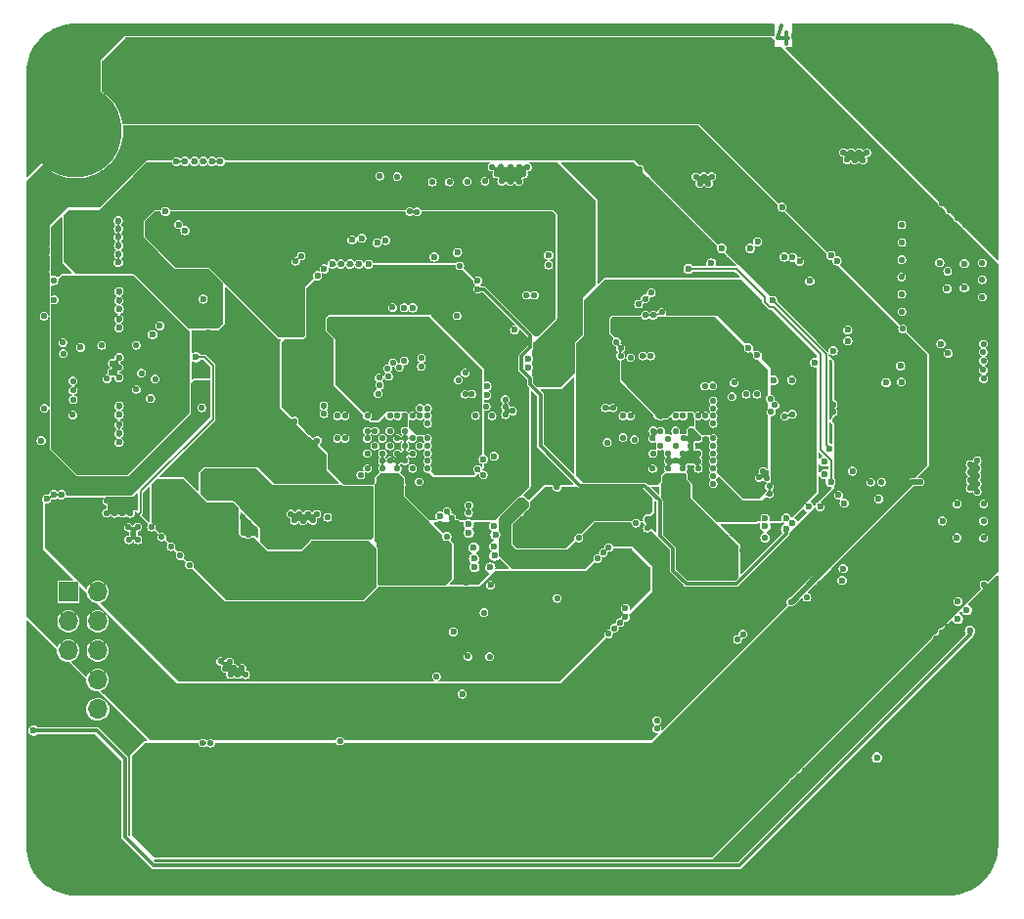
<source format=gbr>
%TF.GenerationSoftware,KiCad,Pcbnew,8.0.6*%
%TF.CreationDate,2024-12-12T06:35:09+00:00*%
%TF.ProjectId,AWR2243RadarBoard,41575232-3234-4335-9261-646172426f61,rev?*%
%TF.SameCoordinates,Original*%
%TF.FileFunction,Copper,L4,Inr*%
%TF.FilePolarity,Positive*%
%FSLAX46Y46*%
G04 Gerber Fmt 4.6, Leading zero omitted, Abs format (unit mm)*
G04 Created by KiCad (PCBNEW 8.0.6) date 2024-12-12 06:35:09*
%MOMM*%
%LPD*%
G01*
G04 APERTURE LIST*
%ADD10C,0.300000*%
%TA.AperFunction,NonConductor*%
%ADD11C,0.300000*%
%TD*%
%TA.AperFunction,ComponentPad*%
%ADD12C,0.900000*%
%TD*%
%TA.AperFunction,ComponentPad*%
%ADD13C,8.000000*%
%TD*%
%TA.AperFunction,ComponentPad*%
%ADD14R,1.700000X1.700000*%
%TD*%
%TA.AperFunction,ComponentPad*%
%ADD15O,1.700000X1.700000*%
%TD*%
%TA.AperFunction,ViaPad*%
%ADD16C,0.600000*%
%TD*%
%TA.AperFunction,ViaPad*%
%ADD17C,0.550000*%
%TD*%
%TA.AperFunction,Conductor*%
%ADD18C,0.150000*%
%TD*%
%TA.AperFunction,Conductor*%
%ADD19C,0.500000*%
%TD*%
%TA.AperFunction,Conductor*%
%ADD20C,0.300000*%
%TD*%
%TA.AperFunction,Conductor*%
%ADD21C,0.200000*%
%TD*%
G04 APERTURE END LIST*
D10*
D11*
X101477368Y-31450828D02*
X101477368Y-32450828D01*
X101120225Y-30879400D02*
X100763082Y-31950828D01*
X100763082Y-31950828D02*
X101691653Y-31950828D01*
D12*
%TO.N,GND*%
%TO.C,H4*%
X37000000Y-40000000D03*
X37878680Y-37878680D03*
X37878680Y-42121320D03*
X40000000Y-37000000D03*
D13*
X40000000Y-40000000D03*
D12*
X40000000Y-43000000D03*
X42121320Y-37878680D03*
X42121320Y-42121320D03*
X43000000Y-40000000D03*
%TD*%
%TO.N,GND*%
%TO.C,H1*%
X112552300Y-96896000D03*
X113430980Y-94774680D03*
X113430980Y-99017320D03*
X115552300Y-93896000D03*
D13*
X115552300Y-96896000D03*
D12*
X115552300Y-99896000D03*
X117673620Y-94774680D03*
X117673620Y-99017320D03*
X118552300Y-96896000D03*
%TD*%
D14*
%TO.N,Net-(J5-Pin_1)*%
%TO.C,J5*%
X39355000Y-79920000D03*
D15*
%TO.N,Net-(J5-Pin_2)*%
X41895000Y-79920000D03*
%TO.N,Net-(J5-Pin_3)*%
X39355000Y-82460000D03*
%TO.N,Net-(J5-Pin_4)*%
X41895000Y-82460000D03*
%TO.N,Net-(J5-Pin_5)*%
X39355000Y-85000000D03*
%TO.N,Net-(J5-Pin_6)*%
X41895000Y-85000000D03*
%TO.N,GND*%
X39355000Y-87540000D03*
%TO.N,Net-(J5-Pin_10)*%
X41895000Y-87540000D03*
%TO.N,GND*%
X39355000Y-90080000D03*
%TO.N,Net-(J5-Pin_10)*%
X41895000Y-90080000D03*
%TD*%
D12*
%TO.N,GND*%
%TO.C,H3*%
X112552300Y-40000000D03*
X113430980Y-37878680D03*
X113430980Y-42121320D03*
X115552300Y-37000000D03*
D13*
X115552300Y-40000000D03*
D12*
X115552300Y-43000000D03*
X117673620Y-37878680D03*
X117673620Y-42121320D03*
X118552300Y-40000000D03*
%TD*%
%TO.N,GND*%
%TO.C,H2*%
X37000000Y-96896000D03*
X37878680Y-94774680D03*
X37878680Y-99017320D03*
X40000000Y-93896000D03*
D13*
X40000000Y-96896000D03*
D12*
X40000000Y-99896000D03*
X42121320Y-94774680D03*
X42121320Y-99017320D03*
X43000000Y-96896000D03*
%TD*%
D16*
%TO.N,GND*%
X119080536Y-101905464D03*
X119013723Y-100632478D03*
X119172863Y-92984550D03*
X119003776Y-91778568D03*
X119259770Y-90374856D03*
X119049541Y-89008662D03*
X119272109Y-48812933D03*
X119047339Y-47448288D03*
X119040054Y-46023423D03*
X119097641Y-44706887D03*
X119061790Y-43486672D03*
X118986478Y-35590232D03*
X119249593Y-34530882D03*
X117725860Y-104780321D03*
X117690182Y-103437686D03*
X117698294Y-102173409D03*
X117798784Y-86429393D03*
X117809279Y-85242938D03*
X117688970Y-35814158D03*
X117702794Y-34366565D03*
X117920459Y-33287525D03*
X116488041Y-104781345D03*
X116574373Y-103241502D03*
X116569802Y-101925308D03*
X116648962Y-87708533D03*
X116672763Y-86310421D03*
X116388306Y-34563475D03*
X116535692Y-33104915D03*
X116563089Y-31900548D03*
X115111139Y-104625151D03*
X115290151Y-103278882D03*
X115192797Y-102098847D03*
X115122084Y-87793920D03*
X115132499Y-44817332D03*
X115135442Y-34465111D03*
X115146004Y-33272529D03*
X115170834Y-31738277D03*
X113811113Y-104525398D03*
X114043478Y-103265131D03*
X114021073Y-101902803D03*
X114055548Y-34495150D03*
X114014208Y-33067469D03*
X113805570Y-31822675D03*
X112566583Y-104761086D03*
X112520616Y-103386354D03*
X112608586Y-102145898D03*
X112636969Y-100672719D03*
X112698929Y-92819384D03*
X112685692Y-91728052D03*
X112561695Y-90413949D03*
X112712092Y-35827338D03*
X112570386Y-34571970D03*
X112509692Y-33177556D03*
X112750557Y-31918830D03*
X111324740Y-104657232D03*
X111330467Y-103335242D03*
X111257966Y-102049153D03*
X111334068Y-100681882D03*
X111183904Y-99317312D03*
X111178363Y-94138975D03*
X111397332Y-92863815D03*
X111306435Y-91737264D03*
X111459838Y-61718377D03*
X111395813Y-60330617D03*
X111186543Y-37009536D03*
X111215135Y-35636679D03*
X111413609Y-34364831D03*
X111340499Y-33164040D03*
X111273568Y-31882224D03*
X110087693Y-104582080D03*
X109918772Y-103472373D03*
X109913560Y-101932913D03*
X110146605Y-100739754D03*
X110151652Y-99455324D03*
X110013664Y-98106898D03*
X110096786Y-96755311D03*
X110150157Y-61787112D03*
X109972016Y-38255614D03*
X109971592Y-37176023D03*
X109969331Y-35601363D03*
X110052715Y-34581295D03*
X109910280Y-33095230D03*
X110048828Y-31868643D03*
X108807461Y-104569052D03*
X108688647Y-103281350D03*
X108741668Y-101917712D03*
X108669302Y-100614662D03*
X108792334Y-99325007D03*
X108758027Y-98120377D03*
X108656188Y-96989620D03*
X108750689Y-36909842D03*
X108739605Y-35679794D03*
X108871148Y-34312263D03*
X108810516Y-33216093D03*
X108776695Y-31849511D03*
X107550330Y-104620078D03*
X107330147Y-103443655D03*
X107339168Y-102012513D03*
X107340859Y-100610676D03*
X107565897Y-99500157D03*
X107321838Y-97995469D03*
X107345756Y-96963045D03*
X107527473Y-37007611D03*
X107379952Y-35790898D03*
X107561789Y-34435310D03*
X107284711Y-33118750D03*
X107421988Y-31937588D03*
X106019372Y-104510168D03*
X106137420Y-103478799D03*
X106197585Y-101891126D03*
X105975174Y-100849012D03*
X106019016Y-99584706D03*
X106134327Y-98178074D03*
X106207873Y-96698374D03*
X106126282Y-35599346D03*
X106246450Y-34484525D03*
X106104114Y-33102496D03*
X106193090Y-31756099D03*
X104717275Y-104581854D03*
X104737338Y-103196489D03*
X104896956Y-102070803D03*
X104739358Y-100869671D03*
X104922728Y-99539175D03*
X104810829Y-98184683D03*
X104784644Y-34469136D03*
X104704617Y-33255135D03*
X104898447Y-31723145D03*
X103624730Y-104522164D03*
X103645245Y-103242704D03*
X103382878Y-102037056D03*
X103478569Y-100825997D03*
X103426562Y-99474049D03*
X103466480Y-33050651D03*
X103674895Y-31866960D03*
X102225524Y-31826777D03*
X52854088Y-104561960D03*
X51557250Y-104592349D03*
X50259158Y-104789794D03*
X48938859Y-104724684D03*
X47491158Y-104733816D03*
X46221026Y-104609004D03*
X44884008Y-104663824D03*
X44933846Y-103488347D03*
X43631163Y-104675304D03*
X43830339Y-103306518D03*
X43789557Y-102040111D03*
X42499519Y-104596578D03*
X42545531Y-103458214D03*
X42433180Y-102132671D03*
X42558565Y-31869227D03*
X40990923Y-104725052D03*
X41062133Y-103290818D03*
X41088090Y-101962776D03*
X41112783Y-34534140D03*
X41125598Y-33039611D03*
X40987823Y-31912743D03*
X39713586Y-104737437D03*
X39699040Y-103363831D03*
X39711712Y-101895639D03*
X39710366Y-34495798D03*
X39748226Y-33030063D03*
X39844237Y-31730242D03*
X38480583Y-104776660D03*
X38505690Y-103249623D03*
X38412452Y-102104621D03*
X38558406Y-34336215D03*
X38635410Y-33002694D03*
X38662416Y-31848737D03*
X37180504Y-103337154D03*
X37313579Y-102029534D03*
X37227673Y-100806505D03*
X37252197Y-35727017D03*
X37255889Y-34485684D03*
X37172595Y-33257179D03*
D17*
X60495000Y-73732500D03*
X86120000Y-83540000D03*
X92570000Y-68570000D03*
X54940000Y-74935000D03*
X114990000Y-46240000D03*
X67200001Y-68575001D03*
X118585000Y-61455000D03*
X103650000Y-94925000D03*
X91930000Y-67280000D03*
X54385000Y-86505000D03*
X93220000Y-66610000D03*
X73705000Y-62790000D03*
X96820000Y-74850000D03*
X52930000Y-86535000D03*
D16*
X58985000Y-65835000D03*
D17*
X96790000Y-62990000D03*
D16*
X38100000Y-50740000D03*
D17*
X78005000Y-43735000D03*
X43030000Y-72560000D03*
D16*
X43695000Y-49925000D03*
D17*
X89315000Y-55960000D03*
X91260000Y-66630000D03*
X93715000Y-50635000D03*
X118030000Y-69215000D03*
X118570000Y-80765000D03*
X87160000Y-58820000D03*
X77205000Y-63905000D03*
X116300000Y-46640000D03*
X104120000Y-95400000D03*
X50995000Y-93000000D03*
X118480000Y-54375000D03*
X111580000Y-57140000D03*
D16*
X60920000Y-52530000D03*
D17*
X44995000Y-74870000D03*
X86615000Y-83060000D03*
X107130000Y-41870000D03*
D16*
X64510000Y-51525000D03*
D17*
X52350000Y-60270000D03*
X117960000Y-88585000D03*
X103295000Y-80385000D03*
X81675000Y-80475000D03*
X94410000Y-50650000D03*
D16*
X43730000Y-54680000D03*
D17*
X52310000Y-66455000D03*
X73885000Y-44370000D03*
X54495000Y-74440000D03*
X85840000Y-63975000D03*
X69150000Y-67930000D03*
X111510000Y-51150000D03*
X90620000Y-66000000D03*
D16*
X43680000Y-51385000D03*
D17*
X96275000Y-52445000D03*
X78365000Y-44385000D03*
D16*
X38105000Y-52145000D03*
D17*
X66550000Y-67925000D03*
X72345000Y-44415000D03*
X100035000Y-71425000D03*
X44725000Y-73115000D03*
D16*
X43750000Y-66960000D03*
D17*
X98030000Y-62790000D03*
X102110000Y-96390000D03*
X50915000Y-63970000D03*
X90745000Y-55695000D03*
X75280000Y-69785000D03*
X87350000Y-43300000D03*
X94040000Y-44540000D03*
X90300000Y-91050000D03*
X92560000Y-69220000D03*
D16*
X60135000Y-66730000D03*
D17*
X108485000Y-41875000D03*
X73950000Y-85505000D03*
X58915000Y-65120000D03*
X44000000Y-72050000D03*
X66560000Y-69220000D03*
X111515000Y-55650000D03*
X100035000Y-70760000D03*
X78770000Y-43745000D03*
X67850002Y-69225000D03*
X72530000Y-73495000D03*
X67850002Y-68575001D03*
X116295000Y-83770000D03*
X95060000Y-43945000D03*
X81180000Y-70310000D03*
X52305000Y-57520000D03*
X111485000Y-52645000D03*
D16*
X65340000Y-51525000D03*
D17*
X89950000Y-69230000D03*
X75345000Y-81700000D03*
X52305000Y-64840000D03*
X75415000Y-44340000D03*
D16*
X49465000Y-48625000D03*
D17*
X118565000Y-59140000D03*
D16*
X59350000Y-66465000D03*
D17*
X91930000Y-65970000D03*
D16*
X48895000Y-48100000D03*
X43740000Y-65440000D03*
D17*
X117015000Y-46365000D03*
X68500001Y-67274999D03*
X86140000Y-76065000D03*
X61470000Y-63800000D03*
X117970000Y-91190000D03*
X73115000Y-61555000D03*
X86510000Y-63980000D03*
X77190000Y-63250000D03*
X105565000Y-64335000D03*
X106770000Y-42490000D03*
D16*
X63745000Y-51520000D03*
X43750000Y-55430000D03*
D17*
X54465000Y-73465000D03*
X67200001Y-67274999D03*
X53310000Y-85960000D03*
X43385000Y-73125000D03*
X52320000Y-62145000D03*
X118615000Y-79285000D03*
X53390000Y-87075000D03*
X117005000Y-48105000D03*
X98420000Y-77170000D03*
X72135000Y-72955000D03*
X103575000Y-95880000D03*
X89085000Y-59485000D03*
X108820000Y-70415000D03*
X65250000Y-65974999D03*
X85175000Y-77020000D03*
X54960000Y-73945000D03*
X117420000Y-69535000D03*
X76035000Y-64670000D03*
X59510000Y-50820000D03*
X65250018Y-64669841D03*
X68500001Y-66625000D03*
X50290000Y-67800000D03*
X118010000Y-69890000D03*
X51680000Y-93015000D03*
X98960000Y-62790000D03*
X66550000Y-68575001D03*
X65250000Y-66625000D03*
D16*
X43730002Y-60460000D03*
D17*
X115785000Y-84310000D03*
X51465000Y-57480000D03*
X118585000Y-82215000D03*
X61795000Y-73450000D03*
D16*
X73350000Y-78300000D03*
D17*
X118585000Y-75240000D03*
X79095000Y-43135000D03*
D16*
X73100000Y-79070000D03*
D17*
X88820000Y-43300000D03*
X60865000Y-73190000D03*
X76810000Y-43110000D03*
X93695000Y-43965000D03*
X43345000Y-72045000D03*
X81105000Y-65330000D03*
X93880000Y-66620000D03*
X89770000Y-59480000D03*
X50615000Y-68960000D03*
X45370000Y-75400000D03*
X89475000Y-74390000D03*
X87575000Y-82110000D03*
X118575000Y-59890000D03*
X49640000Y-67935000D03*
X118585000Y-58440000D03*
X117970000Y-89885000D03*
X61480000Y-64480000D03*
X93880000Y-67920000D03*
X59330000Y-73160000D03*
X88080000Y-43310000D03*
D16*
X60900000Y-66800000D03*
D17*
X42695000Y-72040000D03*
X111515000Y-49645000D03*
D16*
X43750000Y-63820000D03*
D17*
X117960000Y-89245000D03*
X102645000Y-95855000D03*
X106460000Y-41855000D03*
D16*
X38100000Y-71500000D03*
D17*
X92590000Y-66610000D03*
X115625000Y-46855000D03*
D16*
X43120000Y-60910000D03*
D17*
X88485000Y-43960000D03*
D16*
X43740000Y-56290000D03*
D17*
X74015000Y-72410000D03*
X98410000Y-76475000D03*
X87180000Y-59475000D03*
X89820000Y-53995000D03*
X52535000Y-85930000D03*
X75815000Y-85515000D03*
X97750000Y-77785000D03*
D16*
X38115000Y-50030000D03*
D17*
X62875000Y-92830000D03*
X108135000Y-42505000D03*
X69530000Y-46990000D03*
X89280000Y-54525000D03*
X43695000Y-72570000D03*
X91270000Y-67930000D03*
X54700000Y-87085000D03*
X76870000Y-44345000D03*
X87685000Y-43945000D03*
X54050000Y-87070000D03*
X97735000Y-76300000D03*
X52345000Y-59310000D03*
X91280000Y-68570000D03*
D16*
X62955000Y-51520000D03*
D17*
X44565000Y-74310000D03*
X103100000Y-96375000D03*
X118035000Y-70545000D03*
X118585000Y-73790000D03*
X116370000Y-45700000D03*
X114640000Y-84565000D03*
X67850002Y-66625000D03*
X117080000Y-45360000D03*
X93240000Y-67280000D03*
X104120000Y-94475000D03*
X116980000Y-47265000D03*
X102030000Y-64520000D03*
X88024998Y-64675000D03*
X101380000Y-64700000D03*
X81645000Y-70850000D03*
X97585000Y-74840000D03*
X117420000Y-70935000D03*
X55430000Y-74440000D03*
X66330000Y-43900000D03*
D16*
X43740000Y-53910000D03*
D17*
X44345000Y-72575000D03*
X74795000Y-69300000D03*
X115660000Y-46000000D03*
X81935000Y-70270000D03*
X67850002Y-67925000D03*
X102585000Y-96900000D03*
X117420000Y-68865000D03*
X76030000Y-43110000D03*
D16*
X43760000Y-66190000D03*
D17*
X89950000Y-66620000D03*
X65250000Y-67925000D03*
X114975000Y-83425000D03*
X73715000Y-60945000D03*
X93220000Y-68570000D03*
X96425000Y-74300000D03*
X45340000Y-74300000D03*
X90610000Y-67280000D03*
X99160000Y-70000000D03*
X69150000Y-69220000D03*
X94385000Y-43960000D03*
X59035000Y-51280000D03*
X58600000Y-73155000D03*
X58930000Y-73730000D03*
D16*
X43680000Y-49185000D03*
D17*
X86940000Y-43920000D03*
X87105000Y-82580000D03*
X86800000Y-58250000D03*
X105565000Y-63680000D03*
X63300001Y-64660000D03*
D16*
X62200000Y-51515000D03*
D17*
X115175000Y-84055000D03*
D16*
X43184457Y-60117708D03*
X51805000Y-42625000D03*
D17*
X77215000Y-43720000D03*
X114505000Y-83930000D03*
X65900001Y-65974999D03*
X90305000Y-91765000D03*
X111510000Y-54130000D03*
X99520000Y-69450000D03*
X83525000Y-75250000D03*
X88715000Y-54985000D03*
X60095000Y-73175000D03*
X67825000Y-43940000D03*
X118555000Y-60700000D03*
D16*
X43700000Y-50675000D03*
D17*
X65900001Y-67274999D03*
D16*
X49445000Y-42630000D03*
D17*
X92570000Y-67920000D03*
D16*
X73145000Y-76475000D03*
X73860000Y-79080000D03*
D17*
X52310000Y-58360000D03*
X68500001Y-65974999D03*
X77200000Y-64560000D03*
X67200001Y-65974999D03*
D16*
X38120000Y-51420000D03*
D17*
X94100000Y-50020000D03*
X93230000Y-65960000D03*
X107810000Y-41860000D03*
X44045000Y-73105000D03*
D16*
X38755000Y-71500000D03*
D17*
X94780000Y-50030000D03*
X69720000Y-70380000D03*
D16*
X73145000Y-77260000D03*
X43690000Y-48465000D03*
D17*
X74010000Y-73050000D03*
X118035000Y-68525000D03*
D16*
X43750000Y-64580000D03*
D17*
X77815000Y-64240000D03*
X42660000Y-73090000D03*
X93220000Y-67920000D03*
X97185000Y-74270000D03*
X91920000Y-68570000D03*
D16*
X50265000Y-42630000D03*
D17*
X96990000Y-61780000D03*
X52355000Y-63045000D03*
X116320000Y-47520000D03*
X118480000Y-52880000D03*
X69150002Y-66625000D03*
X118040000Y-71210000D03*
D16*
X52515000Y-42640000D03*
D17*
X79005000Y-54215000D03*
X77610000Y-43125000D03*
X93880000Y-68590000D03*
D16*
X48720000Y-42640000D03*
X43730000Y-61350000D03*
D17*
X68500001Y-67925000D03*
X99810000Y-70020000D03*
X107430000Y-42510000D03*
X44575000Y-75400000D03*
X59680000Y-73745000D03*
X118465000Y-51420000D03*
X97285000Y-84035000D03*
X118595000Y-72295000D03*
X117430000Y-70255000D03*
D16*
X37480000Y-71865000D03*
D17*
X70870000Y-44415000D03*
X50140000Y-68440000D03*
X86010000Y-66980000D03*
X77600000Y-44365000D03*
X73020000Y-73975000D03*
X52345000Y-61220000D03*
X98380000Y-75765000D03*
X109745000Y-70405000D03*
X115515000Y-82960000D03*
X50770000Y-68340000D03*
X93880000Y-69220000D03*
X81125000Y-69640000D03*
X97745000Y-75570000D03*
X89470000Y-73575000D03*
X89970000Y-67940000D03*
D16*
X51040000Y-42630000D03*
D17*
X64670000Y-69790000D03*
X111505000Y-48120000D03*
X116160000Y-83100000D03*
X117970000Y-90540000D03*
X68500001Y-68575001D03*
D16*
X61505000Y-51940000D03*
D17*
X79690000Y-54215000D03*
X85665000Y-76515000D03*
D16*
X43740000Y-57050000D03*
D17*
X68915000Y-46980000D03*
X94770000Y-44560000D03*
D16*
X47760000Y-46955000D03*
D17*
X74290000Y-62770000D03*
X97760000Y-83570000D03*
D16*
X43750000Y-59610000D03*
D17*
X44660000Y-72045000D03*
X90005000Y-55960000D03*
X52330000Y-63980000D03*
X71220000Y-87250000D03*
X66550000Y-66625000D03*
X103155000Y-95365000D03*
X65250000Y-69225000D03*
X97745000Y-77045000D03*
X52315000Y-65670000D03*
X91280000Y-69230000D03*
X76435000Y-43720000D03*
X86620000Y-43290000D03*
X78385000Y-43110000D03*
X115665000Y-83600000D03*
X53695000Y-86510000D03*
D16*
X43670000Y-47765000D03*
D17*
X104620000Y-94925000D03*
X88500000Y-73955000D03*
X115270000Y-84790000D03*
X89990000Y-65970000D03*
D16*
%TO.N,+5V*%
X44710000Y-54240000D03*
X44670000Y-65840000D03*
D17*
X101215000Y-85185000D03*
X46130000Y-95950000D03*
X48240000Y-75990000D03*
D16*
X42830000Y-65040000D03*
D17*
X48780000Y-96370000D03*
D16*
X42820000Y-55030000D03*
D17*
X98805000Y-84900000D03*
X46970000Y-94390000D03*
X100955000Y-84420000D03*
X100395000Y-85070000D03*
X43810000Y-36620000D03*
X100575000Y-83010000D03*
X47900000Y-94860000D03*
X46120000Y-94950000D03*
D16*
X42780000Y-53500000D03*
D17*
X47890000Y-94000000D03*
D16*
X42780000Y-54280000D03*
X42960000Y-56530000D03*
D17*
X47450000Y-75180000D03*
X101735000Y-84565000D03*
D16*
X47660000Y-57670000D03*
X44670000Y-55050000D03*
D17*
X48780000Y-95430000D03*
X43810000Y-35830000D03*
D16*
X44660000Y-55830000D03*
D17*
X46990000Y-95310000D03*
D16*
X44760000Y-53470000D03*
D17*
X100805000Y-83705000D03*
D16*
X44610000Y-65080000D03*
D17*
X49830000Y-77580000D03*
D16*
X48430000Y-56890000D03*
D17*
X44450000Y-38580000D03*
X45080000Y-37410000D03*
X45080000Y-38920000D03*
X44470000Y-37790000D03*
X45250000Y-95430000D03*
X46110000Y-94010000D03*
X45080000Y-35890000D03*
D16*
X44750000Y-68150000D03*
D17*
X100160000Y-84355000D03*
D16*
X44760000Y-68880000D03*
D17*
X45250000Y-96410000D03*
D16*
X42880000Y-55790000D03*
D17*
X44470000Y-35470000D03*
X49030000Y-76780000D03*
D16*
X44710000Y-67370000D03*
X47440000Y-63940000D03*
X42750000Y-68120000D03*
D17*
X46550000Y-74310000D03*
D16*
X44530000Y-64340000D03*
X44710000Y-66590000D03*
D17*
X48770000Y-94510000D03*
X47910000Y-95900000D03*
D16*
X42820000Y-65820000D03*
D17*
X47000000Y-96380000D03*
X45080000Y-38210000D03*
X45080000Y-36600000D03*
X44450000Y-36260000D03*
X99580000Y-84995000D03*
D16*
X48430000Y-57650000D03*
X44490000Y-56560000D03*
X42790000Y-66600000D03*
X42800000Y-67370000D03*
X43000000Y-64310000D03*
X48230000Y-63940000D03*
D17*
X43810000Y-37390000D03*
X100030000Y-83635000D03*
X99405000Y-84215000D03*
D16*
X42710000Y-68860000D03*
D17*
X45240000Y-94510000D03*
X44460000Y-37030000D03*
X102040000Y-85240000D03*
D16*
X48230000Y-64690000D03*
D17*
%TO.N,+1V8*%
X79880000Y-59430000D03*
X52100000Y-53170000D03*
X39520000Y-49990000D03*
X41110000Y-49010000D03*
X50880000Y-52420000D03*
X50270000Y-53540000D03*
X51480000Y-53530000D03*
X81030000Y-58660000D03*
X79895033Y-61080439D03*
X40360000Y-50470000D03*
X41130000Y-50010000D03*
X40370000Y-48430000D03*
X51490000Y-52790000D03*
X39560000Y-48960000D03*
X52080000Y-54600000D03*
X80400000Y-60650000D03*
X41120000Y-47910000D03*
X81020000Y-59460000D03*
X52090000Y-55300000D03*
X52090000Y-56010000D03*
X80400000Y-61360000D03*
X80400000Y-59850000D03*
X50870000Y-53160000D03*
X81020000Y-60990000D03*
X81020000Y-60230000D03*
X79880000Y-60230000D03*
X41100000Y-51050000D03*
X40390000Y-49430000D03*
X52080000Y-53910000D03*
X39560000Y-47960000D03*
X80410000Y-59010000D03*
X80400000Y-58395000D03*
X39530000Y-50980000D03*
%TO.N,+1V2*%
X59590000Y-55020000D03*
X46400000Y-48060000D03*
X80316246Y-54786710D03*
X48730000Y-50660000D03*
X81020000Y-55170000D03*
X47230000Y-49530000D03*
X81020000Y-55950000D03*
X81140000Y-54470000D03*
X81120000Y-52960000D03*
X59010000Y-54690000D03*
X80460000Y-53310000D03*
X81120000Y-53670000D03*
X80363363Y-55591835D03*
X47960000Y-48010000D03*
X59040000Y-57140000D03*
X58990000Y-56300000D03*
X59590000Y-55850000D03*
X80519999Y-54093964D03*
X47950000Y-49110000D03*
X47200000Y-47570000D03*
X59590000Y-54250000D03*
X50350000Y-50650000D03*
X46400000Y-49060000D03*
X59000000Y-55440000D03*
X49570000Y-51140000D03*
X47210000Y-48530000D03*
X59620000Y-53530000D03*
X80510000Y-56520000D03*
X47970000Y-50110000D03*
X59590000Y-56660000D03*
X59010000Y-53910000D03*
%TO.N,+1V0_Radar0*%
X62230000Y-77410000D03*
X62760000Y-77710000D03*
X50320000Y-74780000D03*
X62755000Y-78905000D03*
X52630000Y-72530000D03*
X47580000Y-71000000D03*
X51850000Y-72520000D03*
X62750000Y-77100000D03*
X52320000Y-73650000D03*
X50660000Y-73620000D03*
X62195000Y-79255000D03*
X51120000Y-74790000D03*
X51050000Y-72510000D03*
X51900000Y-74800000D03*
X47580000Y-71870000D03*
X52720000Y-74810000D03*
X53560000Y-74810000D03*
X62225000Y-78005000D03*
X62210000Y-78625000D03*
X61695000Y-78310000D03*
X61690000Y-77720000D03*
X62210000Y-76790000D03*
X53150000Y-73650000D03*
X51480000Y-73650000D03*
X61685000Y-78915000D03*
X53195215Y-72764785D03*
X61680000Y-77110000D03*
X62765000Y-78300000D03*
X50300000Y-72490000D03*
%TO.N,+1V0_Radar1*%
X87730000Y-76730000D03*
X38960000Y-73430000D03*
X40240000Y-72760000D03*
D16*
X79430000Y-79700000D03*
D17*
X40230000Y-74800000D03*
X88370000Y-78730000D03*
D16*
X50400000Y-59600000D03*
D17*
X88350000Y-77970000D03*
X88320000Y-79500000D03*
X38930000Y-75450000D03*
D16*
X80685000Y-79105000D03*
D17*
X87000000Y-78570000D03*
X37840000Y-73790000D03*
X41510000Y-73380000D03*
X38920000Y-74460000D03*
X37820000Y-72790000D03*
D16*
X80700000Y-80425000D03*
D17*
X87630000Y-79060000D03*
D16*
X81070000Y-79780000D03*
D17*
X87090000Y-77850000D03*
X87730000Y-78330000D03*
X40260000Y-73760000D03*
X38960000Y-72430000D03*
D16*
X80190000Y-78480000D03*
D17*
X41510000Y-72380000D03*
D16*
X79880000Y-80380000D03*
D17*
X86340000Y-78020000D03*
D16*
X79825000Y-79110000D03*
X81060000Y-78460000D03*
D17*
X89010000Y-78360000D03*
D16*
X81855000Y-78500000D03*
D17*
X41470000Y-74410000D03*
D16*
X81430000Y-79135000D03*
D17*
X89000000Y-79140000D03*
D16*
X80270000Y-79765000D03*
D17*
X41480000Y-75400000D03*
D16*
X79000000Y-80365000D03*
D17*
X87750000Y-77510000D03*
X86450000Y-77310000D03*
X37810000Y-74830000D03*
X87130000Y-77070000D03*
%TO.N,+1V2_Radar0*%
X63300000Y-56510000D03*
X65900000Y-64675000D03*
X71105000Y-63435000D03*
X62160000Y-57250000D03*
X71105000Y-64060000D03*
X70450001Y-65975000D03*
X64700000Y-56540000D03*
X62740000Y-56880000D03*
X72675000Y-63745000D03*
X74290000Y-63620000D03*
X63990000Y-56520000D03*
X72605000Y-68855000D03*
X66010000Y-56560000D03*
X73400000Y-63590000D03*
X65370000Y-56550000D03*
X72590000Y-69545000D03*
X62130000Y-56490000D03*
%TO.N,+1V2_Radar1*%
X95830000Y-64030000D03*
X95830000Y-63370000D03*
X90380000Y-56770000D03*
X89770000Y-57910000D03*
X97760000Y-69730000D03*
X90625001Y-64675000D03*
X96840000Y-63850000D03*
X99370000Y-63810000D03*
X90390000Y-57490000D03*
X90380000Y-58270000D03*
X89100000Y-57540000D03*
X99350000Y-71290000D03*
X95175000Y-65975000D03*
X98870000Y-70810000D03*
X89770000Y-57140000D03*
X96030000Y-61760000D03*
X98550000Y-63800000D03*
%TO.N,+1V8_Radar1*%
X86740000Y-65950000D03*
X86000000Y-61650000D03*
X89330000Y-64680000D03*
X97565000Y-73045000D03*
X93535000Y-70300940D03*
X85995000Y-60335000D03*
X86645000Y-62230000D03*
X85995000Y-62295000D03*
X86030000Y-65130000D03*
X90315001Y-70300937D03*
X98110000Y-73495000D03*
X86650000Y-61575000D03*
X86760000Y-65260000D03*
X85995000Y-60990000D03*
X93225003Y-64675000D03*
X97075000Y-72550000D03*
X86030000Y-66020000D03*
%TO.N,+1V8_Radar0*%
X59740000Y-64200000D03*
X64499892Y-64658576D03*
X59780000Y-63430000D03*
X60360000Y-62240000D03*
X60430000Y-62990000D03*
X60460000Y-63820000D03*
X59740000Y-62670000D03*
X59130000Y-61340000D03*
X59150000Y-62240000D03*
X59110000Y-60500000D03*
X59720000Y-61800000D03*
X60460000Y-65350000D03*
X72700000Y-71975000D03*
X60310000Y-61340000D03*
X59720000Y-60880000D03*
X60430000Y-64520000D03*
X68820000Y-70310000D03*
X65590002Y-70300939D03*
X68500000Y-64675000D03*
%TO.N,+1V0_Radar0_RF1*%
X67850000Y-69880000D03*
X72130000Y-77460000D03*
X67200000Y-69870000D03*
X68160000Y-70630000D03*
X71450000Y-78690000D03*
X71785000Y-78070002D03*
X71450000Y-75430000D03*
X71440000Y-77460000D03*
X66860000Y-70420000D03*
X72090000Y-75950000D03*
X66550000Y-69870000D03*
X67520000Y-70440000D03*
X66240000Y-70610000D03*
X72150000Y-78690000D03*
%TO.N,+1V0_Radar0_RF2*%
X62650000Y-71825000D03*
X64600003Y-71825000D03*
X63949998Y-71825000D03*
X63300001Y-71824998D03*
D16*
%TO.N,+1V0_Radar1_RF2*%
X79110000Y-75385000D03*
X81615000Y-75810000D03*
X79750000Y-75750000D03*
X81610000Y-75090000D03*
D17*
X89330000Y-71830000D03*
X88670000Y-71830000D03*
D16*
X79740000Y-75030000D03*
X79755000Y-74340000D03*
D17*
X87380000Y-71830000D03*
X88020000Y-71830000D03*
D16*
X82310000Y-75305000D03*
D17*
%TO.N,+1V0_Radar1_RF1*%
X92890000Y-70600000D03*
X96170000Y-78700000D03*
X96810000Y-75960000D03*
X96505000Y-78080002D03*
X91925000Y-69890000D03*
X92572283Y-69880000D03*
X96850000Y-77470000D03*
X91279161Y-69890000D03*
X92240000Y-70450000D03*
X96160000Y-77470000D03*
X90960000Y-70620000D03*
X96240000Y-75480000D03*
X91600000Y-70450000D03*
X96870000Y-78700000D03*
%TO.N,+3V3_Radar0*%
X80935000Y-51610000D03*
X73005000Y-56000000D03*
X73240000Y-51670000D03*
X75530000Y-63860000D03*
X74600000Y-64650000D03*
%TO.N,+3V3_Radar1*%
X100195000Y-64315000D03*
X100120000Y-63205000D03*
X113070000Y-70395000D03*
X100520000Y-63725000D03*
X103825000Y-78960000D03*
X99680000Y-75220000D03*
X101910000Y-80780000D03*
%TO.N,+3V3*%
X106220000Y-65560000D03*
X113085000Y-62590000D03*
X78430000Y-73020000D03*
X106430000Y-64945000D03*
X108035000Y-64850000D03*
X44565000Y-39870000D03*
D16*
X51380000Y-62520000D03*
D17*
X44685000Y-42110000D03*
X37268438Y-60249998D03*
X112350000Y-62570000D03*
X78425000Y-72050000D03*
X105765000Y-65085000D03*
X44575000Y-40690000D03*
X113100000Y-63330000D03*
D16*
X37910000Y-69010000D03*
D17*
X113100000Y-64000000D03*
X45190000Y-41735000D03*
X108040000Y-65510000D03*
D16*
X50690000Y-62520000D03*
D17*
X45220000Y-42525000D03*
X78890000Y-72520000D03*
X44625000Y-41390000D03*
X112385000Y-64765000D03*
X45150000Y-40270000D03*
D16*
X38749536Y-69023031D03*
D17*
X45175000Y-40955000D03*
X113135000Y-64750000D03*
%TO.N,/AWR2243Radar0/MASTOSC_CLKOUT*%
X88030000Y-59630000D03*
D16*
X79170000Y-60470000D03*
D17*
%TO.N,Net-(IC1-VOUT_14SYNTH)*%
X62650000Y-64680000D03*
%TO.N,Net-(IC1-VBGAP)*%
X63300001Y-66625000D03*
%TO.N,Net-(IC2-VOUT_14SYNTH)*%
X87370000Y-64670000D03*
%TO.N,Net-(IC2-VBGAP)*%
X88370000Y-66720000D03*
D16*
%TO.N,Net-(U1-GPIO8)*%
X46460000Y-63170000D03*
%TO.N,Net-(U1-GPIO7)*%
X46647500Y-57617500D03*
%TO.N,Net-(D11-A)*%
X109360000Y-94240000D03*
D17*
%TO.N,Net-(D13-K)*%
X45240000Y-62370000D03*
X39725000Y-64580000D03*
%TO.N,Net-(D14-K)*%
X42695000Y-61445000D03*
D16*
%TO.N,Net-(D16-K)*%
X107232500Y-69450000D03*
%TO.N,/AWR2243Radar1/RAD1_QSPI_SIO0*%
X104835000Y-69715000D03*
%TO.N,Net-(IC1-I2C_SCL)*%
X71030000Y-50900000D03*
X74010000Y-74790000D03*
D17*
%TO.N,/AWR2243Radar1/CAM1_nERROUT*%
X95175001Y-67924998D03*
D16*
X106340000Y-78920000D03*
D17*
%TO.N,unconnected-(IC1-MCU_CLK_OUT-PadN9)*%
X70450001Y-67275000D03*
%TO.N,unconnected-(IC1-WARM_RESET-PadN12)*%
X70450002Y-65325000D03*
%TO.N,/AWR2243Radar1/CAM1_RX*%
X95175001Y-69874999D03*
D16*
X106830000Y-57230000D03*
X101495000Y-73505000D03*
D17*
%TO.N,Net-(IC1-TDI)*%
X67200001Y-64675000D03*
D16*
X67430000Y-55275000D03*
%TO.N,/AWR2243Radar1/RAD1_QSPI_CS*%
X103425000Y-72555000D03*
D17*
%TO.N,/AWR2243Radar1/RAD1_GPIO0*%
X95175001Y-70524998D03*
D16*
X117120002Y-81460000D03*
%TO.N,/AWR2243Radar1/RAD1_SOP2*%
X116280000Y-75220000D03*
%TO.N,/AWR2243Radar1/RAD1_DIG_SYNC_IN*%
X106440000Y-77890000D03*
D17*
X95175001Y-66625002D03*
D16*
X87575000Y-81345000D03*
%TO.N,Net-(IC1-TMS)*%
X68435000Y-55300000D03*
D17*
X69150001Y-64675000D03*
D16*
%TO.N,/AWR2243Radar1/CAM1_TX*%
X106825000Y-58175000D03*
D17*
X95175002Y-69225001D03*
D16*
X102030000Y-73970000D03*
%TO.N,/AWR2243Radar1/RAD1_QSPI_SIO1*%
X104440000Y-72555000D03*
D17*
%TO.N,/AWR2243Radar1/RAD1_GPIO2*%
X95175000Y-64675000D03*
D16*
X116350000Y-82230000D03*
%TO.N,/AWR2243Radar1/RAD1_SOP0*%
X116300000Y-72300000D03*
D17*
X92575020Y-64669961D03*
%TO.N,Net-(IC1-HS_M__DEBUG1)*%
X69795000Y-64025000D03*
D16*
%TO.N,/AWR2243Radar1/RAD1_QSPI_SIO2*%
X104780000Y-68625000D03*
D17*
%TO.N,Net-(IC1-HS_M_DEBUG2)*%
X70450000Y-64020000D03*
D16*
%TO.N,/AWR2243Radar1/nRESET_RAD1*%
X109510000Y-71860000D03*
%TO.N,Net-(IC1-TCK)*%
X69175000Y-55320000D03*
D17*
X69800001Y-64675000D03*
D16*
%TO.N,/AWR2243Radar1/RAD1_QSPI_SCLK*%
X106035710Y-71534290D03*
%TO.N,/AWR2243Radar1/RAD1_QSPI_SIO3*%
X106520000Y-72220000D03*
%TO.N,/AWR2243Radar1/RAD1_SOP1*%
X115020000Y-73760000D03*
%TO.N,/AWR2243Radar1/RAD1_GPIO1*%
X116360000Y-80740000D03*
D17*
X95175001Y-68575003D03*
D16*
%TO.N,Net-(IC1-I2C_SDA)*%
X73040000Y-50530000D03*
X74005000Y-74035000D03*
D17*
%TO.N,/AWR2243Radar0/RAD0_D0_N*%
X66180000Y-62750000D03*
%TO.N,/AWR2243Radar0/RAD0_GPIO2*%
X115470000Y-52150000D03*
X70450002Y-64674999D03*
%TO.N,/AWR2243Radar0/RAD0_CK_P*%
X67460000Y-60050000D03*
%TO.N,Net-(IC2-TDI)*%
X91925000Y-64674999D03*
D16*
%TO.N,/AWR2243Radar0/CAM0_nERROUT*%
X98380000Y-50160000D03*
D17*
X70450001Y-67925000D03*
%TO.N,/AWR2243Radar0/RAD0_D2_N*%
X67998349Y-60475000D03*
%TO.N,/AWR2243Radar0/RAD0_GPIO1*%
X70450002Y-68575001D03*
D16*
X115520000Y-59249998D03*
%TO.N,/AWR2243Radar0/RAD0_QSPI_CS*%
X76230000Y-74225000D03*
D17*
%TO.N,/AWR2243Radar0/RAD0_D3_N*%
X69930000Y-59665000D03*
D16*
%TO.N,/AWR2243Radar0/nRESET_RAD0*%
X75585000Y-62100000D03*
X77990000Y-57230000D03*
D17*
%TO.N,unconnected-(IC2-WARM_RESET-PadN12)*%
X95175001Y-65325000D03*
D16*
%TO.N,Net-(IC2-I2C_SCL)*%
X99675000Y-73545000D03*
X100410000Y-61595000D03*
%TO.N,/AWR2243Radar0/RAD0_QSPI_SIO1*%
X76350000Y-74965000D03*
%TO.N,/AWR2243Radar0/RAD0_QSPI_SIO0*%
X75870346Y-77796981D03*
D17*
%TO.N,Net-(IC2-HS_P_DEBUG2)*%
X95175000Y-63370000D03*
D16*
%TO.N,/AWR2243Radar0/RAD0_QSPI_SIO2*%
X75900000Y-79320000D03*
D17*
%TO.N,Net-(IC2-HS_P__DEBUG1)*%
X95120000Y-62060000D03*
%TO.N,/AWR2243Radar0/RAD0_SOP1*%
X70450001Y-66625000D03*
D16*
X72685000Y-83360000D03*
X71541665Y-73362675D03*
X115435000Y-53650000D03*
X99019998Y-49580000D03*
%TO.N,/AWR2243Radar0/RAD0_GPIO0*%
X114910000Y-58430000D03*
D17*
X72090000Y-75135000D03*
D16*
%TO.N,Net-(IC2-I2C_SDA)*%
X99680000Y-74245000D03*
X101980000Y-61580000D03*
D17*
%TO.N,/AWR2243Radar0/RAD0_D1_P*%
X67075001Y-61252163D03*
D16*
%TO.N,/AWR2243Radar0/RAD0_SOP2*%
X116920000Y-53580000D03*
X75570000Y-62880000D03*
X116920000Y-51485000D03*
D17*
X38110000Y-52970000D03*
%TO.N,Net-(IC2-HS_M_DEBUG2)*%
X95175001Y-64025000D03*
D16*
%TO.N,/AWR2243Radar0/CAM0_SPICLK*%
X102060000Y-50930000D03*
X76220000Y-68168215D03*
%TO.N,/AWR2243Radar0/RAD0_QSPI_SCLK*%
X76231954Y-75955863D03*
D17*
%TO.N,Net-(IC2-HS_M__DEBUG1)*%
X94455000Y-62095000D03*
%TO.N,/AWR2243Radar0/RAD0_D3_P*%
X69915000Y-60395000D03*
%TO.N,/AWR2243Radar0/RAD0_D0_P*%
X66308418Y-62017569D03*
%TO.N,/AWR2243Radar0/RAD0_D2_P*%
X68443349Y-59906219D03*
D16*
%TO.N,/AWR2243Radar0/CAM0_MISO*%
X95940000Y-50130000D03*
X74455000Y-76090000D03*
D17*
%TO.N,/AWR2243Radar0/RAD0_D1_N*%
X66267662Y-61351149D03*
%TO.N,/AWR2243Radar0/CAM0_RX*%
X69800000Y-67275000D03*
D16*
X66825000Y-49466250D03*
%TO.N,/AWR2243Radar0/CAM0_CS*%
X74510000Y-77740000D03*
X102653829Y-51300636D03*
%TO.N,/AWR2243Radar0/RAD0_DIG_SYNC_OUT*%
X73450000Y-88760000D03*
D17*
%TO.N,Net-(IC2-TMS)*%
X93875000Y-64680000D03*
D16*
%TO.N,/AWR2243Radar0/CAM0_MOSI*%
X101340000Y-50900000D03*
X75270000Y-68430000D03*
D17*
%TO.N,/AWR2243Radar0/RAD0_CK_N*%
X67000000Y-60578746D03*
%TO.N,/AWR2243Radar0/RAD0_SOP0*%
X67850001Y-64675000D03*
D16*
X114790000Y-51400000D03*
%TO.N,/AWR2243Radar0/RAD0_QSPI_SIO3*%
X76245465Y-76785464D03*
%TO.N,/AWR2243Radar0/CAM0_HOSTINT*%
X74490000Y-77040000D03*
X95000000Y-51470000D03*
D17*
%TO.N,unconnected-(IC2-MCU_CLK_OUT-PadN9)*%
X95175001Y-67275001D03*
%TO.N,Net-(IC2-TCK)*%
X94525000Y-64675000D03*
D16*
%TO.N,/AWR2243Radar0/CAM0_TX*%
X66088640Y-49679890D03*
D17*
X70450002Y-69225000D03*
D16*
%TO.N,/PSU/CAM1_PGOOD*%
X36350000Y-91920000D03*
X117410000Y-83285000D03*
D17*
X37250000Y-56040000D03*
D16*
X51020000Y-54550000D03*
%TO.N,/PSU/CAM0_PGOOD*%
X101130000Y-46590000D03*
X40420000Y-58730000D03*
D17*
%TO.N,Net-(U1-FB_B1)*%
X38889982Y-58329982D03*
%TO.N,Net-(U1-FB_B2)*%
X38927220Y-59267220D03*
%TO.N,Net-(U1-FB_B3)*%
X46880000Y-61465000D03*
%TO.N,Net-(U1-FB_B4)*%
X45690000Y-60965000D03*
D16*
%TO.N,Net-(U1-GPIO5)*%
X38130000Y-54620000D03*
D17*
X42240000Y-58560000D03*
D16*
%TO.N,/AWR2243Radar0/LP_RESET*%
X74790000Y-52970000D03*
X105375000Y-70380000D03*
X93040000Y-51940000D03*
X80940000Y-50780000D03*
%TO.N,/AWR2243Radar1/CAM1_SCL*%
X37015001Y-66810000D03*
X105564263Y-59045735D03*
D17*
%TO.N,/AWR2243Radar1/CAM1_SDA*%
X37270000Y-64010002D03*
D16*
X103950000Y-60060000D03*
%TO.N,/AWR2243Radar0/CAM0_SCL*%
X64753222Y-49283220D03*
X98240000Y-58780000D03*
X105380002Y-50770000D03*
%TO.N,/AWR2243Radar0/CAM0_SDA*%
X63920000Y-49440000D03*
X99010000Y-59430000D03*
X105894752Y-51244379D03*
D17*
%TO.N,Net-(U1-GPIO6)*%
X45240000Y-58550000D03*
D16*
X47280000Y-56860000D03*
D17*
%TO.N,/PSU/PMIC_GPIO1*%
X39780008Y-63270008D03*
%TO.N,/PSU/PMIC_MISO*%
X39759993Y-61639993D03*
%TO.N,/PSU/PMIC_CS*%
X39750000Y-62450000D03*
%TO.N,Net-(IC1-VOUT_14APLL)*%
X62650000Y-66620000D03*
%TO.N,Net-(IC2-VOUT_14APLL)*%
X87374999Y-66545000D03*
D16*
%TO.N,/AWR2243Radar0/RAD0_EXT_nRESET*%
X79186337Y-59697382D03*
X103540000Y-52990000D03*
X105240000Y-67480000D03*
X100350000Y-54680002D03*
%TO.N,/AWR2243Radar0/RAD1_EXT_nRESET*%
X74790000Y-53680000D03*
X101500000Y-74485000D03*
%TD*%
D18*
%TO.N,+1V0_Radar1*%
X50400000Y-59600000D02*
X51150000Y-59600000D01*
X42020000Y-72890000D02*
X41510000Y-72380000D01*
X51855000Y-64940000D02*
X45610000Y-71185000D01*
X51150000Y-59600000D02*
X51855000Y-60305000D01*
X45610000Y-73025000D02*
X44930000Y-73705000D01*
X44930000Y-73705000D02*
X42020000Y-73705000D01*
X45610000Y-71185000D02*
X45610000Y-73025000D01*
X42020000Y-73705000D02*
X42020000Y-72890000D01*
X51855000Y-60305000D02*
X51855000Y-64940000D01*
D19*
%TO.N,+3V3_Radar1*%
X112390000Y-70395000D02*
X113070000Y-70395000D01*
X101910000Y-80780000D02*
X102005000Y-80780000D01*
X102005000Y-80780000D02*
X103825000Y-78960000D01*
X103825000Y-78960000D02*
X112390000Y-70395000D01*
D20*
%TO.N,/PSU/CAM1_PGOOD*%
X44250000Y-94390000D02*
X41780000Y-91920000D01*
X117410000Y-83285000D02*
X117410000Y-83630000D01*
X97420000Y-103620000D02*
X46760000Y-103620000D01*
X44250000Y-101110000D02*
X44250000Y-94390000D01*
X41780000Y-91920000D02*
X36350000Y-91920000D01*
X46760000Y-103620000D02*
X44250000Y-101110000D01*
X117410000Y-83630000D02*
X97420000Y-103620000D01*
D21*
%TO.N,/AWR2243Radar0/LP_RESET*%
X105375000Y-68505000D02*
X104460000Y-67590000D01*
X104460000Y-59340000D02*
X100390000Y-55270000D01*
X97180000Y-51970000D02*
X93160000Y-51970000D01*
X105375000Y-70380000D02*
X105375000Y-68505000D01*
X100390000Y-55270000D02*
X100100000Y-55270000D01*
X99620000Y-54790000D02*
X99620000Y-54410000D01*
X93160000Y-51970000D02*
X93125000Y-51935000D01*
X99620000Y-54410000D02*
X97180000Y-51970000D01*
X104460000Y-67590000D02*
X104460000Y-59340000D01*
X100100000Y-55270000D02*
X99620000Y-54790000D01*
%TO.N,/AWR2243Radar0/RAD0_EXT_nRESET*%
X100350000Y-54680002D02*
X104965000Y-59295002D01*
X104965000Y-59295002D02*
X104965000Y-67205000D01*
X104965000Y-67205000D02*
X105240000Y-67480000D01*
D20*
%TO.N,/AWR2243Radar0/RAD1_EXT_nRESET*%
X79345000Y-61430000D02*
X78590000Y-60675000D01*
X79370000Y-57725000D02*
X75325000Y-53680000D01*
X101500000Y-74890000D02*
X97165000Y-79225000D01*
X79370000Y-58735000D02*
X79370000Y-57725000D01*
X92865000Y-79225000D02*
X91715000Y-78075000D01*
X80250000Y-62865000D02*
X79345000Y-61960000D01*
X90550000Y-72015000D02*
X89230000Y-70695000D01*
X91715000Y-76190000D02*
X90550000Y-75025000D01*
X83660000Y-70695000D02*
X80250000Y-67285000D01*
X80250000Y-67285000D02*
X80250000Y-62865000D01*
X78590000Y-60675000D02*
X78590000Y-59515000D01*
X78590000Y-59515000D02*
X79370000Y-58735000D01*
X75325000Y-53680000D02*
X74790000Y-53680000D01*
X91715000Y-78075000D02*
X91715000Y-76190000D01*
X101500000Y-74485000D02*
X101500000Y-74890000D01*
X90550000Y-75025000D02*
X90550000Y-72015000D01*
X97165000Y-79225000D02*
X92865000Y-79225000D01*
X79345000Y-61960000D02*
X79345000Y-61430000D01*
X89230000Y-70695000D02*
X83660000Y-70695000D01*
%TD*%
%TA.AperFunction,Conductor*%
%TO.N,GND*%
G36*
X119830126Y-78484433D02*
G01*
X119851800Y-78536759D01*
X119851800Y-101841264D01*
X119850379Y-101855697D01*
X119849500Y-101860117D01*
X119849500Y-101898290D01*
X119849421Y-101901708D01*
X119831316Y-102293293D01*
X119830685Y-102300098D01*
X119776765Y-102686643D01*
X119775509Y-102693362D01*
X119686154Y-103073275D01*
X119684284Y-103079850D01*
X119560250Y-103449916D01*
X119557781Y-103456289D01*
X119400136Y-103813322D01*
X119397089Y-103819441D01*
X119207173Y-104160406D01*
X119203575Y-104166217D01*
X118983010Y-104488202D01*
X118978891Y-104493657D01*
X118729552Y-104793924D01*
X118724947Y-104798975D01*
X118448975Y-105074947D01*
X118443924Y-105079552D01*
X118143657Y-105328891D01*
X118138202Y-105333010D01*
X117816217Y-105553575D01*
X117810406Y-105557173D01*
X117469441Y-105747089D01*
X117463322Y-105750136D01*
X117106289Y-105907781D01*
X117099916Y-105910250D01*
X116729850Y-106034284D01*
X116723275Y-106036154D01*
X116343362Y-106125509D01*
X116336643Y-106126765D01*
X115950098Y-106180685D01*
X115943292Y-106181316D01*
X115609547Y-106196745D01*
X115592970Y-106195500D01*
X115592182Y-106195500D01*
X39960118Y-106195500D01*
X39960039Y-106195500D01*
X39942315Y-106196832D01*
X39606706Y-106181316D01*
X39599901Y-106180685D01*
X39213356Y-106126765D01*
X39206637Y-106125509D01*
X38826724Y-106036154D01*
X38820149Y-106034284D01*
X38450083Y-105910250D01*
X38443710Y-105907781D01*
X38086677Y-105750136D01*
X38080558Y-105747089D01*
X37739593Y-105557173D01*
X37733782Y-105553575D01*
X37411797Y-105333010D01*
X37406342Y-105328891D01*
X37106075Y-105079552D01*
X37101024Y-105074947D01*
X36825052Y-104798975D01*
X36820447Y-104793924D01*
X36571108Y-104493657D01*
X36566989Y-104488202D01*
X36346424Y-104166217D01*
X36342826Y-104160406D01*
X36152910Y-103819441D01*
X36149863Y-103813322D01*
X35992218Y-103456289D01*
X35989749Y-103449916D01*
X35944467Y-103314814D01*
X35865711Y-103079838D01*
X35863848Y-103073288D01*
X35774488Y-102693352D01*
X35773234Y-102686643D01*
X35719314Y-102300098D01*
X35718683Y-102293293D01*
X35700579Y-101901708D01*
X35700500Y-101898290D01*
X35700500Y-90080000D01*
X40889659Y-90080000D01*
X40908976Y-90276133D01*
X40966187Y-90464731D01*
X41053776Y-90628597D01*
X41059090Y-90638538D01*
X41184117Y-90790883D01*
X41336462Y-90915910D01*
X41400070Y-90949909D01*
X41510268Y-91008812D01*
X41510270Y-91008812D01*
X41510273Y-91008814D01*
X41698868Y-91066024D01*
X41895000Y-91085341D01*
X42091132Y-91066024D01*
X42279727Y-91008814D01*
X42453538Y-90915910D01*
X42605883Y-90790883D01*
X42730910Y-90638538D01*
X42823814Y-90464727D01*
X42881024Y-90276132D01*
X42900341Y-90080000D01*
X42881024Y-89883868D01*
X42823814Y-89695273D01*
X42823812Y-89695270D01*
X42823812Y-89695268D01*
X42772048Y-89598426D01*
X42730910Y-89521462D01*
X42605883Y-89369117D01*
X42453538Y-89244090D01*
X42443597Y-89238776D01*
X42279731Y-89151187D01*
X42091133Y-89093976D01*
X41895000Y-89074659D01*
X41698866Y-89093976D01*
X41510268Y-89151187D01*
X41336463Y-89244089D01*
X41184117Y-89369117D01*
X41059089Y-89521463D01*
X40966187Y-89695268D01*
X40908976Y-89883866D01*
X40889659Y-90080000D01*
X35700500Y-90080000D01*
X35700500Y-82429062D01*
X35722174Y-82376736D01*
X35774500Y-82355062D01*
X35826826Y-82376736D01*
X35910089Y-82459999D01*
X38265716Y-84815626D01*
X38295724Y-84839045D01*
X38303947Y-84843974D01*
X38316136Y-84851281D01*
X38317761Y-84852133D01*
X38354045Y-84895621D01*
X38357052Y-84924928D01*
X38349659Y-84999999D01*
X38368976Y-85196133D01*
X38426187Y-85384731D01*
X38490473Y-85505000D01*
X38519090Y-85558538D01*
X38644117Y-85710883D01*
X38796462Y-85835910D01*
X38847720Y-85863308D01*
X38970268Y-85928812D01*
X38970270Y-85928812D01*
X38970273Y-85928814D01*
X39158868Y-85986024D01*
X39355000Y-86005341D01*
X39431914Y-85997765D01*
X39486112Y-86014206D01*
X39504424Y-86036516D01*
X39505661Y-86038830D01*
X39520422Y-86060922D01*
X39539373Y-86089283D01*
X40805716Y-87355626D01*
X40835724Y-87379045D01*
X40838862Y-87380926D01*
X40856136Y-87391281D01*
X40857761Y-87392133D01*
X40894045Y-87435621D01*
X40897052Y-87464928D01*
X40889659Y-87539999D01*
X40908976Y-87736133D01*
X40966187Y-87924731D01*
X41053776Y-88088597D01*
X41059090Y-88098538D01*
X41184117Y-88250883D01*
X41336462Y-88375910D01*
X41413426Y-88417048D01*
X41510268Y-88468812D01*
X41510270Y-88468812D01*
X41510273Y-88468814D01*
X41698868Y-88526024D01*
X41895000Y-88545341D01*
X41971914Y-88537765D01*
X42026112Y-88554206D01*
X42044424Y-88576516D01*
X42045661Y-88578830D01*
X42045664Y-88578835D01*
X42045665Y-88578836D01*
X42079373Y-88629283D01*
X42210090Y-88760000D01*
X46158264Y-92708174D01*
X46179938Y-92760500D01*
X46158264Y-92812826D01*
X46105938Y-92834500D01*
X46000296Y-92834500D01*
X45988524Y-92836841D01*
X45940794Y-92846335D01*
X45940783Y-92846338D01*
X45906143Y-92860686D01*
X45855696Y-92894394D01*
X44784394Y-93965696D01*
X44750686Y-94016143D01*
X44736338Y-94050783D01*
X44736335Y-94050794D01*
X44724500Y-94110296D01*
X44724500Y-100939704D01*
X44731491Y-100974855D01*
X44720441Y-101030404D01*
X44673348Y-101061868D01*
X44617799Y-101050818D01*
X44606587Y-101041616D01*
X44572174Y-101007203D01*
X44550500Y-100954877D01*
X44550500Y-94350436D01*
X44550499Y-94350435D01*
X44530022Y-94274014D01*
X44530020Y-94274009D01*
X44490459Y-94205488D01*
X41964511Y-91679540D01*
X41954806Y-91673937D01*
X41954803Y-91673935D01*
X41895990Y-91639979D01*
X41895985Y-91639977D01*
X41819564Y-91619500D01*
X41819562Y-91619500D01*
X36719508Y-91619500D01*
X36667182Y-91597826D01*
X36663583Y-91593960D01*
X36648053Y-91576037D01*
X36648051Y-91576035D01*
X36648049Y-91576033D01*
X36558191Y-91518285D01*
X36539068Y-91505995D01*
X36414772Y-91469500D01*
X36285228Y-91469500D01*
X36160931Y-91505995D01*
X36051954Y-91576031D01*
X36051950Y-91576034D01*
X35967119Y-91673935D01*
X35913302Y-91791776D01*
X35894867Y-91920000D01*
X35913302Y-92048223D01*
X35913302Y-92048224D01*
X35913303Y-92048226D01*
X35967118Y-92166063D01*
X36051951Y-92263967D01*
X36160931Y-92334004D01*
X36285228Y-92370500D01*
X36414772Y-92370500D01*
X36539069Y-92334004D01*
X36648049Y-92263967D01*
X36663583Y-92246040D01*
X36714229Y-92220689D01*
X36719508Y-92220500D01*
X41624877Y-92220500D01*
X41677203Y-92242174D01*
X43927826Y-94492797D01*
X43949500Y-94545123D01*
X43949500Y-101149564D01*
X43969977Y-101225985D01*
X43969979Y-101225990D01*
X44009540Y-101294511D01*
X46519540Y-103804511D01*
X46575489Y-103860460D01*
X46644011Y-103900021D01*
X46644012Y-103900021D01*
X46644014Y-103900022D01*
X46682224Y-103910260D01*
X46720435Y-103920499D01*
X46720436Y-103920500D01*
X46720438Y-103920500D01*
X97459564Y-103920500D01*
X97459564Y-103920499D01*
X97535989Y-103900021D01*
X97604511Y-103860460D01*
X97660460Y-103804511D01*
X107224971Y-94240000D01*
X108904867Y-94240000D01*
X108923302Y-94368223D01*
X108923302Y-94368224D01*
X108923303Y-94368226D01*
X108977118Y-94486063D01*
X109061951Y-94583967D01*
X109170931Y-94654004D01*
X109295228Y-94690500D01*
X109424772Y-94690500D01*
X109549069Y-94654004D01*
X109658049Y-94583967D01*
X109742882Y-94486063D01*
X109796697Y-94368226D01*
X109815133Y-94240000D01*
X109796697Y-94111774D01*
X109742882Y-93993937D01*
X109658049Y-93896033D01*
X109591032Y-93852964D01*
X109549068Y-93825995D01*
X109424772Y-93789500D01*
X109295228Y-93789500D01*
X109170931Y-93825995D01*
X109061954Y-93896031D01*
X109061950Y-93896034D01*
X108977119Y-93993935D01*
X108923302Y-94111776D01*
X108904867Y-94240000D01*
X107224971Y-94240000D01*
X117650460Y-83814511D01*
X117665941Y-83787697D01*
X117690021Y-83745989D01*
X117710499Y-83669564D01*
X117710500Y-83669564D01*
X117710500Y-83653738D01*
X117728575Y-83605278D01*
X117750520Y-83579952D01*
X117792882Y-83531063D01*
X117846697Y-83413226D01*
X117865133Y-83285000D01*
X117846697Y-83156774D01*
X117792882Y-83038937D01*
X117708049Y-82941033D01*
X117634989Y-82894080D01*
X117599068Y-82870995D01*
X117474772Y-82834500D01*
X117345228Y-82834500D01*
X117220931Y-82870995D01*
X117111954Y-82941031D01*
X117111950Y-82941034D01*
X117027119Y-83038935D01*
X116973302Y-83156776D01*
X116954867Y-83285000D01*
X116973302Y-83413223D01*
X116973302Y-83413224D01*
X116973303Y-83413226D01*
X116999763Y-83471164D01*
X117023596Y-83523351D01*
X117025617Y-83579952D01*
X117008609Y-83606418D01*
X97317203Y-103297826D01*
X97264877Y-103319500D01*
X46915123Y-103319500D01*
X46862797Y-103297826D01*
X46788383Y-103223412D01*
X46766709Y-103171086D01*
X46788383Y-103118760D01*
X46840709Y-103097086D01*
X46855144Y-103098507D01*
X46890296Y-103105500D01*
X46890298Y-103105500D01*
X95019703Y-103105500D01*
X95019704Y-103105500D01*
X95079212Y-103093663D01*
X95096536Y-103086487D01*
X95113856Y-103079313D01*
X95113857Y-103079312D01*
X95113860Y-103079311D01*
X95164307Y-103045603D01*
X101885038Y-96324870D01*
X101900880Y-96306323D01*
X101909891Y-96293922D01*
X101909894Y-96293915D01*
X101909902Y-96293905D01*
X101922632Y-96273132D01*
X101922634Y-96273127D01*
X101922647Y-96273107D01*
X101924472Y-96269523D01*
X101938081Y-96250788D01*
X101970788Y-96218081D01*
X101989523Y-96204472D01*
X101993107Y-96202647D01*
X101993127Y-96202634D01*
X101993132Y-96202632D01*
X102013905Y-96189902D01*
X102013915Y-96189894D01*
X102013922Y-96189891D01*
X102026323Y-96180880D01*
X102044870Y-96165038D01*
X102420038Y-95789870D01*
X102435880Y-95771323D01*
X102444891Y-95758922D01*
X102444894Y-95758915D01*
X102444902Y-95758905D01*
X102457632Y-95738132D01*
X102457634Y-95738127D01*
X102457647Y-95738107D01*
X102459472Y-95734523D01*
X102473081Y-95715788D01*
X102505788Y-95683081D01*
X102524523Y-95669472D01*
X102528107Y-95667647D01*
X102528127Y-95667634D01*
X102528132Y-95667632D01*
X102548905Y-95654902D01*
X102548915Y-95654894D01*
X102548922Y-95654891D01*
X102561323Y-95645880D01*
X102579870Y-95630038D01*
X102951896Y-95258012D01*
X102960175Y-95249056D01*
X102960393Y-95248800D01*
X102964333Y-95244535D01*
X103034535Y-95174333D01*
X103038800Y-95170393D01*
X103039056Y-95170175D01*
X103048012Y-95161896D01*
X114235713Y-83974194D01*
X114264307Y-83934839D01*
X114278055Y-83907859D01*
X114291556Y-83866309D01*
X114295994Y-83855597D01*
X114319473Y-83809516D01*
X114333075Y-83790794D01*
X114365794Y-83758075D01*
X114384516Y-83744473D01*
X114430597Y-83720994D01*
X114441309Y-83716556D01*
X114482859Y-83703055D01*
X114509839Y-83689307D01*
X114549194Y-83660713D01*
X114699126Y-83510781D01*
X114727719Y-83471428D01*
X114741468Y-83444447D01*
X114756505Y-83398173D01*
X114761325Y-83367738D01*
X114768480Y-83345720D01*
X114789473Y-83304519D01*
X114803078Y-83285791D01*
X114835791Y-83253078D01*
X114854519Y-83239473D01*
X114895722Y-83218479D01*
X114917739Y-83211324D01*
X114948172Y-83206505D01*
X114994447Y-83191468D01*
X115021428Y-83177719D01*
X115060781Y-83149126D01*
X115264067Y-82945840D01*
X115278119Y-82929386D01*
X115279907Y-82927294D01*
X115279907Y-82927293D01*
X115279912Y-82927288D01*
X115288923Y-82914886D01*
X115301674Y-82894080D01*
X115329478Y-82839510D01*
X115343080Y-82820789D01*
X115375789Y-82788080D01*
X115394510Y-82774478D01*
X115449080Y-82746674D01*
X115469886Y-82733923D01*
X115482288Y-82724912D01*
X115500840Y-82709067D01*
X115818622Y-82391284D01*
X115870946Y-82369611D01*
X115923272Y-82391285D01*
X115938257Y-82412867D01*
X115967118Y-82476063D01*
X116051951Y-82573967D01*
X116160931Y-82644004D01*
X116285228Y-82680500D01*
X116414772Y-82680500D01*
X116539069Y-82644004D01*
X116648049Y-82573967D01*
X116732882Y-82476063D01*
X116786697Y-82358226D01*
X116805133Y-82230000D01*
X116786697Y-82101774D01*
X116732882Y-81983937D01*
X116648049Y-81886033D01*
X116577995Y-81841012D01*
X116539068Y-81815995D01*
X116536363Y-81814760D01*
X116535197Y-81813508D01*
X116534617Y-81813135D01*
X116534712Y-81812986D01*
X116497772Y-81773305D01*
X116499797Y-81716704D01*
X116514779Y-81695126D01*
X116588622Y-81621283D01*
X116640947Y-81599610D01*
X116693273Y-81621284D01*
X116708259Y-81642869D01*
X116737117Y-81706059D01*
X116737120Y-81706063D01*
X116821953Y-81803967D01*
X116930933Y-81874004D01*
X117055230Y-81910500D01*
X117184774Y-81910500D01*
X117309071Y-81874004D01*
X117418051Y-81803967D01*
X117502884Y-81706063D01*
X117556699Y-81588226D01*
X117575135Y-81460000D01*
X117556699Y-81331774D01*
X117502884Y-81213937D01*
X117418051Y-81116033D01*
X117355859Y-81076064D01*
X117309067Y-81045993D01*
X117306368Y-81044761D01*
X117305204Y-81043511D01*
X117304619Y-81043135D01*
X117304715Y-81042985D01*
X117267774Y-81003309D01*
X117269797Y-80946708D01*
X117284780Y-80925126D01*
X118469787Y-79740121D01*
X118503495Y-79689674D01*
X118517847Y-79655026D01*
X118528354Y-79615814D01*
X118517847Y-79536010D01*
X118517846Y-79536007D01*
X118503497Y-79501365D01*
X118469789Y-79450918D01*
X118469787Y-79450915D01*
X118443081Y-79424209D01*
X118429473Y-79405479D01*
X118408479Y-79364275D01*
X118401325Y-79342256D01*
X118397201Y-79316219D01*
X118394090Y-79296573D01*
X118394090Y-79273424D01*
X118401325Y-79227738D01*
X118408480Y-79205721D01*
X118429474Y-79164518D01*
X118443079Y-79145790D01*
X118475790Y-79113079D01*
X118494518Y-79099474D01*
X118535721Y-79078480D01*
X118557738Y-79071325D01*
X118603426Y-79064090D01*
X118626573Y-79064090D01*
X118672258Y-79071325D01*
X118694273Y-79078478D01*
X118735479Y-79099473D01*
X118754209Y-79113081D01*
X118780915Y-79139787D01*
X118831362Y-79173495D01*
X118831363Y-79173495D01*
X118831364Y-79173496D01*
X118842658Y-79178174D01*
X118866010Y-79187847D01*
X118905222Y-79198354D01*
X118985026Y-79187847D01*
X118996575Y-79183063D01*
X119019670Y-79173497D01*
X119019671Y-79173496D01*
X119019674Y-79173495D01*
X119070121Y-79139787D01*
X119725475Y-78484432D01*
X119777800Y-78462759D01*
X119830126Y-78484433D01*
G37*
%TD.AperFunction*%
%TA.AperFunction,Conductor*%
G36*
X51737258Y-92801325D02*
G01*
X51759273Y-92808478D01*
X51781482Y-92819794D01*
X51800479Y-92829473D01*
X51819209Y-92843082D01*
X51846437Y-92870309D01*
X51861731Y-92885603D01*
X51883073Y-92899863D01*
X51914539Y-92946955D01*
X51911388Y-92987002D01*
X51904009Y-93007003D01*
X51904007Y-93007010D01*
X51893673Y-93072257D01*
X51886518Y-93094275D01*
X51873920Y-93118999D01*
X51873892Y-93119058D01*
X51865521Y-93135485D01*
X51851914Y-93154212D01*
X51819212Y-93186914D01*
X51800480Y-93200523D01*
X51759271Y-93221519D01*
X51737254Y-93228673D01*
X51691576Y-93235908D01*
X51668423Y-93235908D01*
X51622742Y-93228673D01*
X51600729Y-93221521D01*
X51597787Y-93220022D01*
X51597783Y-93220020D01*
X51559516Y-93200523D01*
X51540787Y-93186915D01*
X51491147Y-93137275D01*
X51487208Y-93133014D01*
X51483677Y-93128880D01*
X51424956Y-93086224D01*
X51424955Y-93086223D01*
X51397683Y-93074926D01*
X51357636Y-93034877D01*
X51357637Y-92978240D01*
X51397687Y-92938192D01*
X51411573Y-92933981D01*
X51413174Y-92933663D01*
X51433253Y-92925346D01*
X51447818Y-92919313D01*
X51447819Y-92919312D01*
X51447822Y-92919311D01*
X51498270Y-92885602D01*
X51540790Y-92843079D01*
X51559513Y-92829475D01*
X51600725Y-92808477D01*
X51622738Y-92801325D01*
X51668426Y-92794090D01*
X51691573Y-92794090D01*
X51737258Y-92801325D01*
G37*
%TD.AperFunction*%
%TA.AperFunction,Conductor*%
G36*
X51052258Y-92786325D02*
G01*
X51074273Y-92793478D01*
X51115477Y-92814472D01*
X51115479Y-92814473D01*
X51134209Y-92828082D01*
X51166814Y-92860686D01*
X51191731Y-92885603D01*
X51242178Y-92919311D01*
X51242180Y-92919312D01*
X51242182Y-92919313D01*
X51242181Y-92919313D01*
X51275851Y-92933259D01*
X51315900Y-92973307D01*
X51315900Y-93029944D01*
X51275852Y-93069993D01*
X51275695Y-93070046D01*
X51236648Y-93086219D01*
X51186199Y-93119928D01*
X51186197Y-93119930D01*
X51134210Y-93171916D01*
X51115480Y-93185524D01*
X51074274Y-93206519D01*
X51052255Y-93213673D01*
X51006576Y-93220908D01*
X50983424Y-93220908D01*
X50937742Y-93213673D01*
X50915729Y-93206521D01*
X50912787Y-93205022D01*
X50912783Y-93205020D01*
X50874516Y-93185523D01*
X50855787Y-93171915D01*
X50823081Y-93139209D01*
X50809474Y-93120481D01*
X50788475Y-93079267D01*
X50781325Y-93057258D01*
X50773366Y-93007008D01*
X50762708Y-92974204D01*
X50767152Y-92917743D01*
X50791976Y-92889808D01*
X50798266Y-92885605D01*
X50798266Y-92885604D01*
X50798270Y-92885602D01*
X50855791Y-92828078D01*
X50874513Y-92814475D01*
X50915725Y-92793477D01*
X50937738Y-92786325D01*
X50983426Y-92779090D01*
X51006573Y-92779090D01*
X51052258Y-92786325D01*
G37*
%TD.AperFunction*%
%TA.AperFunction,Conductor*%
G36*
X62932258Y-92616325D02*
G01*
X62954273Y-92623478D01*
X62995479Y-92644473D01*
X63014210Y-92658082D01*
X63046915Y-92690787D01*
X63060524Y-92709518D01*
X63081519Y-92750724D01*
X63087850Y-92770203D01*
X63088033Y-92770160D01*
X63088588Y-92772473D01*
X63088670Y-92772724D01*
X63088710Y-92772982D01*
X63103752Y-92819272D01*
X63103756Y-92819281D01*
X63105411Y-92822529D01*
X63109854Y-92878991D01*
X63097589Y-92901935D01*
X63062724Y-92946160D01*
X63062723Y-92946162D01*
X63060518Y-92950489D01*
X63046913Y-92969213D01*
X63014213Y-93001913D01*
X62995482Y-93015522D01*
X62954272Y-93036519D01*
X62932254Y-93043673D01*
X62886576Y-93050908D01*
X62863423Y-93050908D01*
X62817743Y-93043673D01*
X62795725Y-93036519D01*
X62776076Y-93026508D01*
X62776065Y-93026501D01*
X62754515Y-93015521D01*
X62735785Y-93001913D01*
X62703083Y-92969211D01*
X62689472Y-92950475D01*
X62689273Y-92950085D01*
X62687271Y-92946155D01*
X62674519Y-92925346D01*
X62665510Y-92912947D01*
X62665495Y-92912927D01*
X62665474Y-92912898D01*
X62663082Y-92909695D01*
X62659503Y-92906070D01*
X62661348Y-92904247D01*
X62637301Y-92862583D01*
X62641243Y-92827321D01*
X62645983Y-92814472D01*
X62661286Y-92772992D01*
X62661323Y-92772755D01*
X62661444Y-92772383D01*
X62662203Y-92769475D01*
X62662374Y-92769519D01*
X62668478Y-92750724D01*
X62689475Y-92709515D01*
X62703077Y-92690792D01*
X62735790Y-92658079D01*
X62754518Y-92644474D01*
X62795721Y-92623480D01*
X62817738Y-92616325D01*
X62863426Y-92609090D01*
X62886573Y-92609090D01*
X62932258Y-92616325D01*
G37*
%TD.AperFunction*%
%TA.AperFunction,Conductor*%
G36*
X90341656Y-91491591D02*
G01*
X90367223Y-91519061D01*
X90368419Y-91518285D01*
X90371060Y-91522352D01*
X90395418Y-91550872D01*
X90395423Y-91550876D01*
X90423084Y-91572682D01*
X90429598Y-91578470D01*
X90476915Y-91625787D01*
X90490523Y-91644517D01*
X90499708Y-91662543D01*
X90499709Y-91662546D01*
X90511519Y-91685726D01*
X90518673Y-91707743D01*
X90525908Y-91753423D01*
X90525908Y-91776574D01*
X90519285Y-91818390D01*
X90517852Y-91830498D01*
X90517250Y-91838127D01*
X90517250Y-91838129D01*
X90527447Y-91902661D01*
X90514206Y-91957729D01*
X90465904Y-91987304D01*
X90437080Y-91986167D01*
X90418611Y-91981733D01*
X90357983Y-91979350D01*
X90357976Y-91979351D01*
X90316576Y-91985908D01*
X90293426Y-91985908D01*
X90247743Y-91978673D01*
X90225729Y-91971520D01*
X90222787Y-91970022D01*
X90222783Y-91970020D01*
X90184516Y-91950523D01*
X90165787Y-91936915D01*
X90133082Y-91904210D01*
X90119473Y-91885479D01*
X90098479Y-91844275D01*
X90091325Y-91822256D01*
X90086497Y-91791774D01*
X90084090Y-91776573D01*
X90084090Y-91753424D01*
X90091325Y-91707738D01*
X90098480Y-91685721D01*
X90119474Y-91644518D01*
X90133079Y-91625790D01*
X90179601Y-91579268D01*
X90188415Y-91571740D01*
X90201299Y-91562380D01*
X90222710Y-91540967D01*
X90240905Y-91519088D01*
X90240904Y-91519088D01*
X90245097Y-91514048D01*
X90246293Y-91515043D01*
X90285455Y-91484574D01*
X90341656Y-91491591D01*
G37*
%TD.AperFunction*%
%TA.AperFunction,Conductor*%
G36*
X90357258Y-90836325D02*
G01*
X90379273Y-90843478D01*
X90420479Y-90864473D01*
X90439210Y-90878082D01*
X90471913Y-90910785D01*
X90485521Y-90929515D01*
X90495912Y-90949909D01*
X90495920Y-90949922D01*
X90506519Y-90970724D01*
X90513673Y-90992743D01*
X90520908Y-91038423D01*
X90520908Y-91061576D01*
X90513673Y-91107254D01*
X90506519Y-91129272D01*
X90485522Y-91170482D01*
X90471913Y-91189213D01*
X90425406Y-91235720D01*
X90416577Y-91243261D01*
X90403717Y-91252604D01*
X90403711Y-91252608D01*
X90382299Y-91274019D01*
X90382295Y-91274024D01*
X90359909Y-91300940D01*
X90358721Y-91299952D01*
X90319517Y-91330432D01*
X90263319Y-91323397D01*
X90237772Y-91295933D01*
X90236577Y-91296710D01*
X90233932Y-91292638D01*
X90209581Y-91264127D01*
X90209577Y-91264123D01*
X90209575Y-91264121D01*
X90192938Y-91251006D01*
X90181914Y-91242316D01*
X90175400Y-91236528D01*
X90128082Y-91189210D01*
X90114473Y-91170479D01*
X90093479Y-91129275D01*
X90086325Y-91107256D01*
X90079794Y-91066023D01*
X90079090Y-91061573D01*
X90079090Y-91038424D01*
X90086325Y-90992738D01*
X90093480Y-90970721D01*
X90114474Y-90929518D01*
X90128079Y-90910790D01*
X90160790Y-90878079D01*
X90179518Y-90864474D01*
X90220721Y-90843480D01*
X90242738Y-90836325D01*
X90288426Y-90829090D01*
X90311573Y-90829090D01*
X90357258Y-90836325D01*
G37*
%TD.AperFunction*%
%TA.AperFunction,Conductor*%
G36*
X71277258Y-87036325D02*
G01*
X71299273Y-87043478D01*
X71338416Y-87063422D01*
X71340479Y-87064473D01*
X71359210Y-87078082D01*
X71391915Y-87110787D01*
X71405523Y-87129516D01*
X71425020Y-87167783D01*
X71425022Y-87167787D01*
X71426515Y-87170717D01*
X71433673Y-87192742D01*
X71440908Y-87238424D01*
X71440908Y-87261576D01*
X71433673Y-87307255D01*
X71426519Y-87329273D01*
X71408920Y-87363815D01*
X71408917Y-87363820D01*
X71405521Y-87370484D01*
X71391915Y-87389211D01*
X71359210Y-87421916D01*
X71340487Y-87435521D01*
X71334069Y-87438792D01*
X71313278Y-87451532D01*
X71300889Y-87460532D01*
X71297604Y-87462986D01*
X71297601Y-87462990D01*
X71279669Y-87486359D01*
X71230620Y-87514677D01*
X71175913Y-87500017D01*
X71164693Y-87489370D01*
X71153574Y-87476352D01*
X71153567Y-87476345D01*
X71105926Y-87438790D01*
X71099515Y-87435523D01*
X71080788Y-87421916D01*
X71048082Y-87389210D01*
X71034473Y-87370479D01*
X71013479Y-87329275D01*
X71006325Y-87307256D01*
X71004818Y-87297742D01*
X70999090Y-87261573D01*
X70999090Y-87238424D01*
X71001341Y-87224211D01*
X71006325Y-87192738D01*
X71013480Y-87170721D01*
X71034474Y-87129518D01*
X71048079Y-87110790D01*
X71080790Y-87078079D01*
X71099518Y-87064474D01*
X71140721Y-87043480D01*
X71162738Y-87036325D01*
X71208426Y-87029090D01*
X71231573Y-87029090D01*
X71277258Y-87036325D01*
G37*
%TD.AperFunction*%
%TA.AperFunction,Conductor*%
G36*
X52592258Y-85716325D02*
G01*
X52614273Y-85723478D01*
X52641316Y-85737257D01*
X52655479Y-85744473D01*
X52674210Y-85758082D01*
X52706914Y-85790786D01*
X52720522Y-85809516D01*
X52747931Y-85863309D01*
X52776525Y-85902666D01*
X52776528Y-85902669D01*
X52797941Y-85924082D01*
X52819818Y-85942277D01*
X52895693Y-85969147D01*
X52933080Y-85972090D01*
X52973619Y-85969967D01*
X53046271Y-85935315D01*
X53074789Y-85910959D01*
X53112353Y-85863308D01*
X53124473Y-85839518D01*
X53138078Y-85820791D01*
X53170790Y-85788079D01*
X53189518Y-85774474D01*
X53230721Y-85753480D01*
X53252738Y-85746325D01*
X53298426Y-85739090D01*
X53321573Y-85739090D01*
X53367258Y-85746325D01*
X53389273Y-85753478D01*
X53398309Y-85758082D01*
X53430479Y-85774473D01*
X53449210Y-85788082D01*
X53481915Y-85820787D01*
X53495524Y-85839518D01*
X53507646Y-85863309D01*
X53507646Y-85863310D01*
X53516519Y-85880725D01*
X53523673Y-85902743D01*
X53530908Y-85948425D01*
X53530908Y-85971576D01*
X53518140Y-86052193D01*
X53518139Y-86052200D01*
X53520522Y-86112825D01*
X53520523Y-86112832D01*
X53529277Y-86149293D01*
X53529281Y-86149306D01*
X53543822Y-86187184D01*
X53543824Y-86187186D01*
X53599231Y-86245573D01*
X53631207Y-86265168D01*
X53688130Y-86286168D01*
X53752256Y-86296324D01*
X53774272Y-86303478D01*
X53815477Y-86324472D01*
X53834209Y-86338081D01*
X53893309Y-86397181D01*
X53901767Y-86405000D01*
X53902258Y-86405454D01*
X53908102Y-86410446D01*
X53972790Y-86443411D01*
X54009256Y-86452168D01*
X54049630Y-86456414D01*
X54126809Y-86433556D01*
X54155232Y-86416140D01*
X54155231Y-86416138D01*
X54177309Y-86402610D01*
X54181041Y-86397472D01*
X54180808Y-86397168D01*
X54181836Y-86396378D01*
X54182469Y-86395508D01*
X54184077Y-86394550D01*
X54184656Y-86394216D01*
X54245791Y-86333078D01*
X54264513Y-86319475D01*
X54305725Y-86298477D01*
X54327738Y-86291325D01*
X54373426Y-86284090D01*
X54396573Y-86284090D01*
X54442258Y-86291325D01*
X54464273Y-86298478D01*
X54474086Y-86303478D01*
X54505479Y-86319473D01*
X54524210Y-86333082D01*
X54556915Y-86365787D01*
X54570525Y-86384520D01*
X54574850Y-86393009D01*
X54591519Y-86425725D01*
X54598673Y-86447743D01*
X54605908Y-86493424D01*
X54605908Y-86516576D01*
X54598268Y-86564813D01*
X54593547Y-86581552D01*
X54587016Y-86597321D01*
X54586996Y-86597375D01*
X54584898Y-86603833D01*
X54582268Y-86611928D01*
X54581539Y-86614275D01*
X54581059Y-86615818D01*
X54578952Y-86696283D01*
X54578953Y-86696288D01*
X54587707Y-86732748D01*
X54587708Y-86732751D01*
X54602253Y-86770645D01*
X54657659Y-86829034D01*
X54689635Y-86848630D01*
X54738281Y-86866576D01*
X54741520Y-86868833D01*
X54752884Y-86870632D01*
X54754352Y-86870865D01*
X54754352Y-86870866D01*
X54757257Y-86871326D01*
X54779275Y-86878480D01*
X54820480Y-86899475D01*
X54839211Y-86913083D01*
X54871913Y-86945785D01*
X54885521Y-86964516D01*
X54898988Y-86990947D01*
X54899000Y-86990967D01*
X54906519Y-87005724D01*
X54913673Y-87027743D01*
X54920908Y-87073424D01*
X54920908Y-87096576D01*
X54913673Y-87142256D01*
X54906520Y-87164272D01*
X54899855Y-87177352D01*
X54899799Y-87177464D01*
X54898811Y-87179404D01*
X54898809Y-87179407D01*
X54890620Y-87195479D01*
X54885523Y-87205482D01*
X54871915Y-87224211D01*
X54839212Y-87256914D01*
X54820480Y-87270523D01*
X54779271Y-87291519D01*
X54757254Y-87298673D01*
X54711576Y-87305908D01*
X54688423Y-87305908D01*
X54642742Y-87298673D01*
X54620729Y-87291521D01*
X54617787Y-87290022D01*
X54617783Y-87290020D01*
X54579516Y-87270523D01*
X54560788Y-87256915D01*
X54512106Y-87208234D01*
X54512103Y-87208231D01*
X54508647Y-87205922D01*
X54461653Y-87174521D01*
X54427014Y-87160173D01*
X54427009Y-87160171D01*
X54427008Y-87160171D01*
X54418717Y-87157949D01*
X54387797Y-87149664D01*
X54387796Y-87149664D01*
X54377290Y-87151047D01*
X54307993Y-87160170D01*
X54307989Y-87160171D01*
X54273347Y-87174520D01*
X54222897Y-87208230D01*
X54222889Y-87208237D01*
X54189209Y-87241916D01*
X54170480Y-87255524D01*
X54129274Y-87276519D01*
X54107255Y-87283673D01*
X54061576Y-87290908D01*
X54038424Y-87290908D01*
X53992742Y-87283673D01*
X53970729Y-87276521D01*
X53967787Y-87275022D01*
X53967783Y-87275020D01*
X53929516Y-87255523D01*
X53910788Y-87241915D01*
X53867106Y-87198234D01*
X53867103Y-87198231D01*
X53862984Y-87195479D01*
X53816653Y-87164521D01*
X53782014Y-87150173D01*
X53782009Y-87150171D01*
X53782008Y-87150171D01*
X53758355Y-87143833D01*
X53742797Y-87139664D01*
X53742796Y-87139664D01*
X53732290Y-87141047D01*
X53662993Y-87150170D01*
X53662989Y-87150171D01*
X53628347Y-87164520D01*
X53577897Y-87198230D01*
X53577890Y-87198236D01*
X53529214Y-87246912D01*
X53510484Y-87260521D01*
X53469272Y-87281519D01*
X53447254Y-87288673D01*
X53401577Y-87295908D01*
X53378424Y-87295908D01*
X53332742Y-87288673D01*
X53310729Y-87281521D01*
X53307787Y-87280022D01*
X53307783Y-87280020D01*
X53269516Y-87260523D01*
X53250787Y-87246915D01*
X53218082Y-87214210D01*
X53204473Y-87195479D01*
X53183478Y-87154273D01*
X53176325Y-87132256D01*
X53175891Y-87129518D01*
X53169090Y-87086572D01*
X53169090Y-87063426D01*
X53180873Y-86989034D01*
X53182787Y-86964709D01*
X53182787Y-86949382D01*
X53182734Y-86945308D01*
X53161361Y-86873159D01*
X53159872Y-86868132D01*
X53140275Y-86836153D01*
X53114733Y-86804613D01*
X53114732Y-86804612D01*
X53043994Y-86766203D01*
X53043993Y-86766202D01*
X53043990Y-86766201D01*
X53007536Y-86757449D01*
X53007531Y-86757448D01*
X53007529Y-86757448D01*
X53001743Y-86757220D01*
X52946902Y-86755065D01*
X52946892Y-86755066D01*
X52941570Y-86755909D01*
X52918425Y-86755908D01*
X52872743Y-86748673D01*
X52850725Y-86741519D01*
X52822800Y-86727291D01*
X52822795Y-86727287D01*
X52809520Y-86720524D01*
X52790787Y-86706915D01*
X52758082Y-86674210D01*
X52744473Y-86655479D01*
X52723479Y-86614275D01*
X52716325Y-86592256D01*
X52713406Y-86573828D01*
X52709090Y-86546573D01*
X52709090Y-86523426D01*
X52716325Y-86477741D01*
X52723481Y-86455720D01*
X52725744Y-86451281D01*
X52740780Y-86405001D01*
X52745516Y-86375087D01*
X52747375Y-86346687D01*
X52724508Y-86269511D01*
X52721847Y-86265168D01*
X52704908Y-86237532D01*
X52679362Y-86205992D01*
X52608625Y-86167591D01*
X52608620Y-86167589D01*
X52602518Y-86166125D01*
X52602513Y-86166122D01*
X52585145Y-86161954D01*
X52582653Y-86160289D01*
X52572435Y-86158670D01*
X52566749Y-86157539D01*
X52552642Y-86154154D01*
X52548773Y-86154923D01*
X52477741Y-86143672D01*
X52455741Y-86136527D01*
X52455630Y-86136470D01*
X52452797Y-86135027D01*
X52452785Y-86135013D01*
X52452782Y-86135019D01*
X52414516Y-86115523D01*
X52395787Y-86101915D01*
X52363082Y-86069210D01*
X52349473Y-86050479D01*
X52342359Y-86036516D01*
X52328478Y-86009273D01*
X52321325Y-85987256D01*
X52317008Y-85960002D01*
X52314090Y-85941573D01*
X52314090Y-85918424D01*
X52321325Y-85872738D01*
X52328480Y-85850721D01*
X52349474Y-85809518D01*
X52363079Y-85790790D01*
X52395790Y-85758079D01*
X52414518Y-85744474D01*
X52455721Y-85723480D01*
X52477738Y-85716325D01*
X52523426Y-85709090D01*
X52546573Y-85709090D01*
X52592258Y-85716325D01*
G37*
%TD.AperFunction*%
%TA.AperFunction,Conductor*%
G36*
X75872258Y-85301325D02*
G01*
X75894273Y-85308478D01*
X75935479Y-85329473D01*
X75954210Y-85343082D01*
X75986915Y-85375787D01*
X76000523Y-85394516D01*
X76020020Y-85432783D01*
X76020022Y-85432787D01*
X76021515Y-85435717D01*
X76028673Y-85457742D01*
X76035908Y-85503424D01*
X76035908Y-85526576D01*
X76028673Y-85572255D01*
X76021522Y-85594268D01*
X76016052Y-85605006D01*
X76016015Y-85605075D01*
X76016016Y-85605076D01*
X76000525Y-85635479D01*
X75986916Y-85654210D01*
X75954212Y-85686914D01*
X75935480Y-85700523D01*
X75894271Y-85721519D01*
X75872254Y-85728673D01*
X75826576Y-85735908D01*
X75803423Y-85735908D01*
X75757742Y-85728673D01*
X75735729Y-85721521D01*
X75732787Y-85720022D01*
X75732783Y-85720020D01*
X75694516Y-85700523D01*
X75675787Y-85686915D01*
X75643082Y-85654210D01*
X75629473Y-85635479D01*
X75608478Y-85594273D01*
X75601325Y-85572256D01*
X75599741Y-85562256D01*
X75594090Y-85526573D01*
X75594090Y-85503424D01*
X75601325Y-85457741D01*
X75608480Y-85435721D01*
X75629474Y-85394518D01*
X75643079Y-85375790D01*
X75675790Y-85343079D01*
X75694518Y-85329474D01*
X75735721Y-85308480D01*
X75757738Y-85301325D01*
X75803426Y-85294090D01*
X75826573Y-85294090D01*
X75872258Y-85301325D01*
G37*
%TD.AperFunction*%
%TA.AperFunction,Conductor*%
G36*
X74007258Y-85291325D02*
G01*
X74029273Y-85298478D01*
X74070479Y-85319473D01*
X74089210Y-85333082D01*
X74121915Y-85365787D01*
X74135523Y-85384516D01*
X74155020Y-85422783D01*
X74155024Y-85422791D01*
X74156522Y-85425732D01*
X74163672Y-85447741D01*
X74170908Y-85493422D01*
X74170908Y-85516575D01*
X74163673Y-85562256D01*
X74156518Y-85584275D01*
X74135523Y-85625480D01*
X74121915Y-85644211D01*
X74089213Y-85676913D01*
X74070482Y-85690522D01*
X74029272Y-85711519D01*
X74007254Y-85718673D01*
X73961576Y-85725908D01*
X73938423Y-85725908D01*
X73892742Y-85718673D01*
X73870726Y-85711520D01*
X73855900Y-85703966D01*
X73855899Y-85703966D01*
X73855898Y-85703965D01*
X73829517Y-85690523D01*
X73810787Y-85676915D01*
X73778082Y-85644210D01*
X73764473Y-85625479D01*
X73743478Y-85584273D01*
X73736325Y-85562256D01*
X73735736Y-85558538D01*
X73729090Y-85516573D01*
X73729090Y-85493424D01*
X73736325Y-85447738D01*
X73743480Y-85425721D01*
X73764474Y-85384518D01*
X73778079Y-85365790D01*
X73810790Y-85333079D01*
X73829518Y-85319474D01*
X73870721Y-85298480D01*
X73892738Y-85291325D01*
X73938426Y-85284090D01*
X73961573Y-85284090D01*
X74007258Y-85291325D01*
G37*
%TD.AperFunction*%
%TA.AperFunction,Conductor*%
G36*
X97536156Y-83813726D02*
G01*
X97545018Y-83869665D01*
X97538094Y-83887703D01*
X97517062Y-83926437D01*
X97517062Y-83926439D01*
X97508309Y-83962894D01*
X97508308Y-83962904D01*
X97505925Y-84023530D01*
X97506140Y-84027162D01*
X97505908Y-84027175D01*
X97505908Y-84046576D01*
X97498673Y-84092254D01*
X97491519Y-84114272D01*
X97470522Y-84155482D01*
X97456913Y-84174213D01*
X97424212Y-84206914D01*
X97405480Y-84220523D01*
X97364271Y-84241519D01*
X97342254Y-84248673D01*
X97296576Y-84255908D01*
X97273423Y-84255908D01*
X97227742Y-84248673D01*
X97205729Y-84241521D01*
X97202787Y-84240022D01*
X97202783Y-84240020D01*
X97164516Y-84220523D01*
X97145787Y-84206915D01*
X97113082Y-84174210D01*
X97099473Y-84155479D01*
X97078479Y-84114275D01*
X97071325Y-84092256D01*
X97064090Y-84046575D01*
X97064090Y-84023424D01*
X97071325Y-83977741D01*
X97078480Y-83955721D01*
X97099474Y-83914518D01*
X97113079Y-83895790D01*
X97145790Y-83863079D01*
X97164518Y-83849474D01*
X97205721Y-83828480D01*
X97227738Y-83821325D01*
X97273426Y-83814090D01*
X97296573Y-83814090D01*
X97305102Y-83815441D01*
X97325951Y-83817081D01*
X97329425Y-83817355D01*
X97329426Y-83817355D01*
X97344730Y-83817355D01*
X97344756Y-83817355D01*
X97348825Y-83817302D01*
X97426003Y-83794442D01*
X97434396Y-83789298D01*
X97490334Y-83780437D01*
X97536156Y-83813726D01*
G37*
%TD.AperFunction*%
%TA.AperFunction,Conductor*%
G36*
X97817258Y-83356325D02*
G01*
X97839273Y-83363478D01*
X97848309Y-83368082D01*
X97880479Y-83384473D01*
X97899210Y-83398082D01*
X97931915Y-83430787D01*
X97945523Y-83449518D01*
X97966518Y-83490723D01*
X97973673Y-83512742D01*
X97980908Y-83558423D01*
X97980908Y-83581576D01*
X97973672Y-83627257D01*
X97966522Y-83649267D01*
X97958697Y-83664629D01*
X97958691Y-83664640D01*
X97945525Y-83690479D01*
X97931917Y-83709209D01*
X97899212Y-83741914D01*
X97880480Y-83755523D01*
X97839271Y-83776519D01*
X97817252Y-83783673D01*
X97771569Y-83790908D01*
X97748425Y-83790909D01*
X97739894Y-83789558D01*
X97716244Y-83787697D01*
X97715571Y-83787644D01*
X97700242Y-83787644D01*
X97696469Y-83787693D01*
X97696166Y-83787697D01*
X97618991Y-83810558D01*
X97618988Y-83810560D01*
X97610600Y-83815700D01*
X97554659Y-83824557D01*
X97508841Y-83791265D01*
X97499984Y-83735324D01*
X97506904Y-83717296D01*
X97527936Y-83678561D01*
X97536691Y-83642094D01*
X97539074Y-83581468D01*
X97538860Y-83577845D01*
X97539091Y-83577831D01*
X97539090Y-83558423D01*
X97546326Y-83512736D01*
X97553480Y-83490721D01*
X97574474Y-83449518D01*
X97588079Y-83430790D01*
X97620790Y-83398079D01*
X97639518Y-83384474D01*
X97680721Y-83363480D01*
X97702738Y-83356325D01*
X97748426Y-83349090D01*
X97771573Y-83349090D01*
X97817258Y-83356325D01*
G37*
%TD.AperFunction*%
%TA.AperFunction,Conductor*%
G36*
X86317622Y-83315705D02*
G01*
X86353266Y-83359720D01*
X86348284Y-83407281D01*
X86350852Y-83408267D01*
X86349113Y-83412795D01*
X86349112Y-83412798D01*
X86349112Y-83412799D01*
X86347874Y-83417951D01*
X86340357Y-83449260D01*
X86340357Y-83449262D01*
X86337973Y-83509892D01*
X86337974Y-83509898D01*
X86340908Y-83528423D01*
X86340908Y-83551574D01*
X86333673Y-83597254D01*
X86326519Y-83619273D01*
X86305522Y-83660482D01*
X86291913Y-83679213D01*
X86259213Y-83711913D01*
X86240482Y-83725522D01*
X86199272Y-83746519D01*
X86177254Y-83753673D01*
X86131576Y-83760908D01*
X86108424Y-83760908D01*
X86062741Y-83753673D01*
X86044703Y-83747817D01*
X86044494Y-83748297D01*
X86042497Y-83747423D01*
X86008213Y-83734775D01*
X86008208Y-83734773D01*
X86008204Y-83734772D01*
X86008198Y-83734770D01*
X85986067Y-83729457D01*
X85940248Y-83696165D01*
X85932122Y-83677588D01*
X85929858Y-83669562D01*
X85918399Y-83628929D01*
X85913479Y-83619273D01*
X85906326Y-83597259D01*
X85899090Y-83551573D01*
X85899090Y-83528424D01*
X85906325Y-83482738D01*
X85913480Y-83460721D01*
X85934474Y-83419518D01*
X85948079Y-83400790D01*
X85980790Y-83368079D01*
X85999518Y-83354474D01*
X86040721Y-83333480D01*
X86062738Y-83326325D01*
X86108426Y-83319090D01*
X86131573Y-83319090D01*
X86163052Y-83324076D01*
X86187377Y-83325990D01*
X86202682Y-83325990D01*
X86202707Y-83325990D01*
X86206778Y-83325937D01*
X86261296Y-83309787D01*
X86317622Y-83315705D01*
G37*
%TD.AperFunction*%
%TA.AperFunction,Conductor*%
G36*
X86814811Y-82832729D02*
G01*
X86850454Y-82876744D01*
X86844993Y-82928709D01*
X86845977Y-82929087D01*
X86844567Y-82932757D01*
X86844535Y-82933068D01*
X86844239Y-82933612D01*
X86844239Y-82933613D01*
X86835486Y-82970067D01*
X86835485Y-82970077D01*
X86833102Y-83030704D01*
X86833103Y-83030713D01*
X86835908Y-83048424D01*
X86835908Y-83071573D01*
X86828673Y-83117256D01*
X86821518Y-83139278D01*
X86811010Y-83159900D01*
X86811004Y-83159912D01*
X86800521Y-83180484D01*
X86786914Y-83199212D01*
X86754211Y-83231915D01*
X86735480Y-83245524D01*
X86694274Y-83266519D01*
X86672255Y-83273673D01*
X86626573Y-83280908D01*
X86603423Y-83280908D01*
X86571948Y-83275923D01*
X86571935Y-83275922D01*
X86547618Y-83274009D01*
X86532290Y-83274009D01*
X86528216Y-83274062D01*
X86473700Y-83290211D01*
X86417373Y-83284290D01*
X86381730Y-83240275D01*
X86386728Y-83192723D01*
X86384146Y-83191732D01*
X86385881Y-83187207D01*
X86385886Y-83187200D01*
X86394642Y-83150733D01*
X86397025Y-83090104D01*
X86394090Y-83071572D01*
X86394090Y-83048431D01*
X86401326Y-83002737D01*
X86408480Y-82980721D01*
X86429474Y-82939518D01*
X86443079Y-82920790D01*
X86475790Y-82888079D01*
X86494518Y-82874474D01*
X86535721Y-82853480D01*
X86557738Y-82846325D01*
X86603426Y-82839090D01*
X86626572Y-82839090D01*
X86652924Y-82843264D01*
X86677249Y-82845178D01*
X86692553Y-82845178D01*
X86692579Y-82845178D01*
X86696648Y-82845125D01*
X86758487Y-82826808D01*
X86814811Y-82832729D01*
G37*
%TD.AperFunction*%
%TA.AperFunction,Conductor*%
G36*
X87354328Y-82356516D02*
G01*
X87363190Y-82412455D01*
X87356267Y-82430492D01*
X87336380Y-82467118D01*
X87336379Y-82467121D01*
X87327625Y-82503584D01*
X87325241Y-82564212D01*
X87325241Y-82564214D01*
X87325909Y-82568427D01*
X87325908Y-82591576D01*
X87318673Y-82637257D01*
X87311519Y-82659274D01*
X87300027Y-82681830D01*
X87300025Y-82681835D01*
X87290523Y-82700482D01*
X87276916Y-82719210D01*
X87244213Y-82751913D01*
X87225483Y-82765521D01*
X87184275Y-82786518D01*
X87162255Y-82793673D01*
X87116573Y-82800908D01*
X87093423Y-82800908D01*
X87067075Y-82796735D01*
X87067062Y-82796734D01*
X87042745Y-82794821D01*
X87027419Y-82794821D01*
X87023646Y-82794870D01*
X87023343Y-82794874D01*
X86961514Y-82813190D01*
X86905187Y-82807271D01*
X86869544Y-82763256D01*
X86875004Y-82711291D01*
X86874020Y-82710914D01*
X86875430Y-82707239D01*
X86875463Y-82706929D01*
X86875464Y-82706928D01*
X86875757Y-82706387D01*
X86875759Y-82706384D01*
X86884514Y-82669917D01*
X86886897Y-82609290D01*
X86884090Y-82591576D01*
X86884090Y-82568425D01*
X86891326Y-82522736D01*
X86898480Y-82500721D01*
X86919474Y-82459518D01*
X86933079Y-82440790D01*
X86965790Y-82408079D01*
X86984515Y-82394475D01*
X87025724Y-82373478D01*
X87047739Y-82366325D01*
X87093428Y-82359090D01*
X87116576Y-82359090D01*
X87120787Y-82359757D01*
X87142407Y-82361458D01*
X87145109Y-82361671D01*
X87145110Y-82361671D01*
X87160412Y-82361671D01*
X87160438Y-82361671D01*
X87164507Y-82361618D01*
X87241685Y-82338758D01*
X87252568Y-82332088D01*
X87308506Y-82323227D01*
X87354328Y-82356516D01*
G37*
%TD.AperFunction*%
%TA.AperFunction,Conductor*%
G36*
X87726369Y-81792661D02*
G01*
X87761907Y-81836761D01*
X87763666Y-81871096D01*
X87754573Y-81920153D01*
X87754573Y-81920155D01*
X87757514Y-81957543D01*
X87757515Y-81957546D01*
X87773983Y-82015935D01*
X87781520Y-82030728D01*
X87788673Y-82052745D01*
X87795908Y-82098424D01*
X87795908Y-82121577D01*
X87788673Y-82167254D01*
X87781519Y-82189272D01*
X87760522Y-82230482D01*
X87746913Y-82249213D01*
X87714212Y-82281914D01*
X87695480Y-82295523D01*
X87654271Y-82316519D01*
X87632253Y-82323673D01*
X87586573Y-82330908D01*
X87563432Y-82330910D01*
X87559207Y-82330241D01*
X87534888Y-82328328D01*
X87519560Y-82328328D01*
X87515781Y-82328377D01*
X87515489Y-82328381D01*
X87438311Y-82351241D01*
X87438308Y-82351243D01*
X87427425Y-82357912D01*
X87371485Y-82366770D01*
X87325666Y-82333477D01*
X87316808Y-82277537D01*
X87323732Y-82259503D01*
X87343615Y-82222885D01*
X87343617Y-82222882D01*
X87352373Y-82186416D01*
X87354757Y-82125787D01*
X87354091Y-82121581D01*
X87354091Y-82098422D01*
X87356076Y-82085893D01*
X87361325Y-82052743D01*
X87368480Y-82030721D01*
X87389474Y-81989518D01*
X87403079Y-81970790D01*
X87435788Y-81938081D01*
X87454529Y-81924469D01*
X87455961Y-81923740D01*
X87495323Y-81895142D01*
X87516737Y-81873728D01*
X87534935Y-81851848D01*
X87537432Y-81844797D01*
X87575331Y-81802708D01*
X87607187Y-81795500D01*
X87639774Y-81795500D01*
X87670056Y-81786608D01*
X87726369Y-81792661D01*
G37*
%TD.AperFunction*%
%TA.AperFunction,Conductor*%
G36*
X75402258Y-81486325D02*
G01*
X75424273Y-81493478D01*
X75465479Y-81514473D01*
X75484210Y-81528082D01*
X75516913Y-81560785D01*
X75530522Y-81579516D01*
X75551519Y-81620726D01*
X75558673Y-81642744D01*
X75565908Y-81688422D01*
X75565908Y-81711576D01*
X75558673Y-81757254D01*
X75551519Y-81779272D01*
X75530522Y-81820482D01*
X75516913Y-81839213D01*
X75484212Y-81871914D01*
X75465480Y-81885523D01*
X75424271Y-81906519D01*
X75402254Y-81913673D01*
X75356576Y-81920908D01*
X75333423Y-81920908D01*
X75287742Y-81913673D01*
X75265729Y-81906521D01*
X75262787Y-81905022D01*
X75262783Y-81905020D01*
X75224516Y-81885523D01*
X75205787Y-81871915D01*
X75173082Y-81839210D01*
X75159473Y-81820479D01*
X75157189Y-81815996D01*
X75138478Y-81779272D01*
X75131325Y-81757256D01*
X75124902Y-81716704D01*
X75124090Y-81711573D01*
X75124090Y-81688424D01*
X75131325Y-81642738D01*
X75138480Y-81620721D01*
X75159474Y-81579518D01*
X75173079Y-81560790D01*
X75205790Y-81528079D01*
X75224518Y-81514474D01*
X75265721Y-81493480D01*
X75287738Y-81486325D01*
X75333426Y-81479090D01*
X75356573Y-81479090D01*
X75402258Y-81486325D01*
G37*
%TD.AperFunction*%
%TA.AperFunction,Conductor*%
G36*
X81732258Y-80261325D02*
G01*
X81754273Y-80268478D01*
X81784317Y-80283786D01*
X81795479Y-80289473D01*
X81814210Y-80303082D01*
X81846915Y-80335787D01*
X81860523Y-80354517D01*
X81868982Y-80371118D01*
X81868983Y-80371119D01*
X81868983Y-80371120D01*
X81881520Y-80395727D01*
X81888673Y-80417742D01*
X81895908Y-80463423D01*
X81895908Y-80486576D01*
X81888673Y-80532254D01*
X81881519Y-80554272D01*
X81860522Y-80595482D01*
X81846913Y-80614213D01*
X81814212Y-80646914D01*
X81795480Y-80660523D01*
X81754271Y-80681519D01*
X81732254Y-80688673D01*
X81686576Y-80695908D01*
X81663423Y-80695908D01*
X81617742Y-80688673D01*
X81595729Y-80681521D01*
X81592787Y-80680022D01*
X81592783Y-80680020D01*
X81554516Y-80660523D01*
X81535787Y-80646915D01*
X81503082Y-80614210D01*
X81489473Y-80595479D01*
X81468478Y-80554272D01*
X81461325Y-80532256D01*
X81458738Y-80515923D01*
X81454090Y-80486573D01*
X81454090Y-80463424D01*
X81461325Y-80417738D01*
X81468480Y-80395721D01*
X81489474Y-80354518D01*
X81503079Y-80335790D01*
X81535790Y-80303079D01*
X81554518Y-80289474D01*
X81595721Y-80268480D01*
X81617738Y-80261325D01*
X81663426Y-80254090D01*
X81686573Y-80254090D01*
X81732258Y-80261325D01*
G37*
%TD.AperFunction*%
%TA.AperFunction,Conductor*%
G36*
X103285743Y-80145866D02*
G01*
X103292209Y-80149829D01*
X103349132Y-80170830D01*
X103352253Y-80171324D01*
X103374268Y-80178476D01*
X103415482Y-80199475D01*
X103434210Y-80213082D01*
X103466915Y-80245787D01*
X103480524Y-80264519D01*
X103501519Y-80305726D01*
X103508673Y-80327744D01*
X103515908Y-80373423D01*
X103515908Y-80396576D01*
X103508673Y-80442254D01*
X103501520Y-80464270D01*
X103490156Y-80486575D01*
X103480569Y-80505391D01*
X103480567Y-80505396D01*
X103480337Y-80505843D01*
X103480294Y-80505926D01*
X103466914Y-80524212D01*
X103434210Y-80556916D01*
X103415478Y-80570525D01*
X103374273Y-80591519D01*
X103352255Y-80598673D01*
X103306576Y-80605908D01*
X103283424Y-80605908D01*
X103237742Y-80598673D01*
X103215729Y-80591521D01*
X103212787Y-80590022D01*
X103212783Y-80590020D01*
X103174516Y-80570523D01*
X103155787Y-80556915D01*
X103123082Y-80524210D01*
X103109475Y-80505482D01*
X103088476Y-80464268D01*
X103081324Y-80442254D01*
X103080830Y-80439132D01*
X103065795Y-80392862D01*
X103053996Y-80369707D01*
X103049552Y-80313246D01*
X103067603Y-80283788D01*
X103194755Y-80156636D01*
X103247080Y-80134963D01*
X103285743Y-80145866D01*
G37*
%TD.AperFunction*%
%TA.AperFunction,Conductor*%
G36*
X72405347Y-73215670D02*
G01*
X72421522Y-73227112D01*
X72422247Y-73226217D01*
X72426017Y-73229270D01*
X72426018Y-73229271D01*
X72457994Y-73248867D01*
X72457999Y-73248869D01*
X72458003Y-73248871D01*
X72485000Y-73258830D01*
X72514920Y-73269868D01*
X72549974Y-73275420D01*
X72549983Y-73275423D01*
X72573272Y-73279111D01*
X72587253Y-73281325D01*
X72609275Y-73288480D01*
X72650480Y-73309475D01*
X72669211Y-73323083D01*
X72701918Y-73355790D01*
X72715526Y-73374522D01*
X72717995Y-73379366D01*
X72718003Y-73379383D01*
X72736519Y-73415725D01*
X72743673Y-73437741D01*
X72750909Y-73483425D01*
X72750909Y-73506573D01*
X72750442Y-73509520D01*
X72748102Y-73524298D01*
X72746188Y-73548623D01*
X72746188Y-73563946D01*
X72746226Y-73566831D01*
X72746241Y-73568016D01*
X72769101Y-73645194D01*
X72777608Y-73659076D01*
X72788696Y-73677170D01*
X72803765Y-73695778D01*
X72814243Y-73708718D01*
X72814244Y-73708719D01*
X72877675Y-73743159D01*
X72884982Y-73747126D01*
X72921449Y-73755881D01*
X72977111Y-73758068D01*
X72982073Y-73758264D01*
X72982073Y-73758263D01*
X72982075Y-73758264D01*
X73008427Y-73754090D01*
X73031572Y-73754090D01*
X73077258Y-73761325D01*
X73099274Y-73768479D01*
X73118228Y-73778136D01*
X73137813Y-73788115D01*
X73140479Y-73789473D01*
X73159207Y-73803079D01*
X73171731Y-73815603D01*
X73222178Y-73849311D01*
X73222180Y-73849312D01*
X73222182Y-73849313D01*
X73222181Y-73849313D01*
X73256251Y-73863425D01*
X73256826Y-73863663D01*
X73316334Y-73875500D01*
X73487399Y-73875500D01*
X73539725Y-73897174D01*
X73561399Y-73949500D01*
X73560646Y-73960028D01*
X73554449Y-74003129D01*
X73549867Y-74035000D01*
X73568302Y-74163223D01*
X73568302Y-74163224D01*
X73568303Y-74163226D01*
X73608291Y-74250786D01*
X73622119Y-74281065D01*
X73622120Y-74281067D01*
X73696517Y-74366926D01*
X73714402Y-74420665D01*
X73696517Y-74463844D01*
X73627121Y-74543932D01*
X73627119Y-74543934D01*
X73573302Y-74661776D01*
X73554867Y-74790000D01*
X73573302Y-74918223D01*
X73573302Y-74918224D01*
X73573303Y-74918226D01*
X73627118Y-75036063D01*
X73711951Y-75133967D01*
X73820931Y-75204004D01*
X73945228Y-75240500D01*
X74074772Y-75240500D01*
X74199069Y-75204004D01*
X74308049Y-75133967D01*
X74392882Y-75036063D01*
X74446697Y-74918226D01*
X74465133Y-74790000D01*
X74446697Y-74661774D01*
X74392882Y-74543937D01*
X74392880Y-74543935D01*
X74392880Y-74543934D01*
X74392879Y-74543932D01*
X74318482Y-74458073D01*
X74300597Y-74404335D01*
X74318482Y-74361155D01*
X74387882Y-74281063D01*
X74441697Y-74163226D01*
X74460133Y-74035000D01*
X74449354Y-73960030D01*
X74463361Y-73905153D01*
X74512070Y-73876253D01*
X74522601Y-73875500D01*
X75779210Y-73875500D01*
X75831536Y-73897174D01*
X75853210Y-73949500D01*
X75846523Y-73980238D01*
X75805716Y-74069593D01*
X75793302Y-74096776D01*
X75774867Y-74225000D01*
X75793302Y-74353223D01*
X75793302Y-74353224D01*
X75793303Y-74353226D01*
X75847118Y-74471063D01*
X75931951Y-74568967D01*
X75931956Y-74568970D01*
X75966164Y-74590955D01*
X75998465Y-74637478D01*
X75988408Y-74693215D01*
X75982083Y-74701665D01*
X75967119Y-74718934D01*
X75967118Y-74718936D01*
X75913302Y-74836776D01*
X75894867Y-74965000D01*
X75913302Y-75093223D01*
X75913302Y-75093224D01*
X75913303Y-75093226D01*
X75967118Y-75211063D01*
X76051951Y-75308967D01*
X76160931Y-75379004D01*
X76160933Y-75379004D01*
X76161533Y-75379390D01*
X76193835Y-75425913D01*
X76183779Y-75481650D01*
X76142374Y-75512645D01*
X76042888Y-75541856D01*
X76042887Y-75541857D01*
X75933908Y-75611894D01*
X75933904Y-75611897D01*
X75849073Y-75709798D01*
X75795256Y-75827639D01*
X75776821Y-75955863D01*
X75795256Y-76084086D01*
X75795256Y-76084087D01*
X75795257Y-76084089D01*
X75849072Y-76201926D01*
X75933905Y-76299830D01*
X75954012Y-76312752D01*
X75986314Y-76359273D01*
X75976259Y-76415010D01*
X75954017Y-76437254D01*
X75947420Y-76441493D01*
X75947415Y-76441498D01*
X75862584Y-76539399D01*
X75808767Y-76657240D01*
X75790332Y-76785464D01*
X75808767Y-76913687D01*
X75808767Y-76913688D01*
X75808768Y-76913690D01*
X75862583Y-77031527D01*
X75947416Y-77129431D01*
X76056396Y-77199468D01*
X76180693Y-77235964D01*
X76310237Y-77235964D01*
X76434534Y-77199468D01*
X76543514Y-77129431D01*
X76596386Y-77068411D01*
X76647029Y-77043061D01*
X76700769Y-77060946D01*
X76704636Y-77064546D01*
X77428264Y-77788174D01*
X77449938Y-77840500D01*
X77428264Y-77892826D01*
X77375938Y-77914500D01*
X76393983Y-77914500D01*
X76341657Y-77892826D01*
X76319983Y-77840500D01*
X76320736Y-77829969D01*
X76325479Y-77796981D01*
X76307043Y-77668755D01*
X76253228Y-77550918D01*
X76168395Y-77453014D01*
X76096514Y-77406819D01*
X76059414Y-77382976D01*
X75935118Y-77346481D01*
X75805574Y-77346481D01*
X75681277Y-77382976D01*
X75572300Y-77453012D01*
X75572296Y-77453015D01*
X75487465Y-77550916D01*
X75433648Y-77668757D01*
X75415213Y-77796981D01*
X75433648Y-77925204D01*
X75433648Y-77925205D01*
X75433649Y-77925207D01*
X75487464Y-78043044D01*
X75572297Y-78140948D01*
X75681277Y-78210985D01*
X75768645Y-78236638D01*
X75812745Y-78272175D01*
X75818800Y-78328487D01*
X75800123Y-78359966D01*
X74877264Y-79282826D01*
X74824938Y-79304500D01*
X74008148Y-79304500D01*
X73999013Y-79305581D01*
X73971860Y-79308794D01*
X73971850Y-79308795D01*
X73955782Y-79312651D01*
X73950096Y-79313782D01*
X73923135Y-79318053D01*
X73910843Y-79320000D01*
X73910842Y-79320000D01*
X73871575Y-79326219D01*
X73848423Y-79326219D01*
X73769899Y-79313782D01*
X73764204Y-79312649D01*
X73748152Y-79308796D01*
X73715899Y-79304979D01*
X73711852Y-79304500D01*
X73201672Y-79304500D01*
X73189475Y-79304979D01*
X73181820Y-79305581D01*
X73169671Y-79307018D01*
X73164554Y-79307829D01*
X73164537Y-79307831D01*
X73111574Y-79316219D01*
X73088424Y-79316219D01*
X73038325Y-79308285D01*
X73038321Y-79308284D01*
X73030333Y-79307018D01*
X73022002Y-79306033D01*
X73018188Y-79305582D01*
X73016508Y-79305449D01*
X73010521Y-79304978D01*
X72998328Y-79304500D01*
X72434062Y-79304500D01*
X72381736Y-79282826D01*
X72360062Y-79230500D01*
X72381736Y-79178174D01*
X72420123Y-79139787D01*
X72640603Y-78919307D01*
X72674311Y-78868860D01*
X72688663Y-78834212D01*
X72700500Y-78774704D01*
X72700500Y-76090000D01*
X73999867Y-76090000D01*
X74018302Y-76218223D01*
X74018302Y-76218224D01*
X74018303Y-76218226D01*
X74072118Y-76336063D01*
X74156951Y-76433967D01*
X74265027Y-76503423D01*
X74265933Y-76504005D01*
X74270749Y-76506205D01*
X74269989Y-76507867D01*
X74308873Y-76539202D01*
X74314928Y-76595515D01*
X74283933Y-76636920D01*
X74191951Y-76696033D01*
X74191950Y-76696034D01*
X74107119Y-76793935D01*
X74107118Y-76793936D01*
X74107118Y-76793937D01*
X74104765Y-76799090D01*
X74053302Y-76911776D01*
X74034867Y-77040000D01*
X74053302Y-77168223D01*
X74053302Y-77168224D01*
X74053303Y-77168226D01*
X74078680Y-77223793D01*
X74107119Y-77286065D01*
X74107120Y-77286067D01*
X74165188Y-77353081D01*
X74183073Y-77406819D01*
X74165189Y-77449998D01*
X74127119Y-77493935D01*
X74127118Y-77493936D01*
X74073302Y-77611776D01*
X74054867Y-77740000D01*
X74073302Y-77868223D01*
X74073302Y-77868224D01*
X74073303Y-77868226D01*
X74127118Y-77986063D01*
X74211951Y-78083967D01*
X74320931Y-78154004D01*
X74445228Y-78190500D01*
X74574772Y-78190500D01*
X74699069Y-78154004D01*
X74808049Y-78083967D01*
X74892882Y-77986063D01*
X74946697Y-77868226D01*
X74965133Y-77740000D01*
X74946697Y-77611774D01*
X74892882Y-77493937D01*
X74834809Y-77426916D01*
X74816925Y-77373179D01*
X74834809Y-77330001D01*
X74872882Y-77286063D01*
X74926697Y-77168226D01*
X74945133Y-77040000D01*
X74926697Y-76911774D01*
X74872882Y-76793937D01*
X74788049Y-76696033D01*
X74679069Y-76625996D01*
X74679066Y-76625994D01*
X74674251Y-76623795D01*
X74675009Y-76622135D01*
X74636120Y-76590786D01*
X74630075Y-76534472D01*
X74661065Y-76493081D01*
X74753049Y-76433967D01*
X74837882Y-76336063D01*
X74891697Y-76218226D01*
X74910133Y-76090000D01*
X74891697Y-75961774D01*
X74837882Y-75843937D01*
X74753049Y-75746033D01*
X74652078Y-75681143D01*
X74644068Y-75675995D01*
X74519772Y-75639500D01*
X74390228Y-75639500D01*
X74265931Y-75675995D01*
X74156954Y-75746031D01*
X74156950Y-75746034D01*
X74072119Y-75843935D01*
X74018302Y-75961776D01*
X73999867Y-76090000D01*
X72700500Y-76090000D01*
X72700500Y-75775296D01*
X72688663Y-75715788D01*
X72686182Y-75709798D01*
X72674313Y-75681143D01*
X72640605Y-75630696D01*
X72640604Y-75630695D01*
X72640603Y-75630693D01*
X72462908Y-75452998D01*
X72441234Y-75400672D01*
X72449298Y-75367081D01*
X72499719Y-75268126D01*
X72520804Y-75135000D01*
X72499719Y-75001874D01*
X72499719Y-75001873D01*
X72438528Y-74881780D01*
X72343219Y-74786471D01*
X72223126Y-74725281D01*
X72223126Y-74725280D01*
X72090000Y-74704196D01*
X71956876Y-74725280D01*
X71956874Y-74725280D01*
X71956874Y-74725281D01*
X71857921Y-74775700D01*
X71801459Y-74780143D01*
X71772001Y-74762091D01*
X71011736Y-74001826D01*
X70990062Y-73949500D01*
X71011736Y-73897174D01*
X71064062Y-73875500D01*
X71214301Y-73875500D01*
X71214302Y-73875500D01*
X71273810Y-73863663D01*
X71308458Y-73849311D01*
X71343611Y-73829015D01*
X71347153Y-73824398D01*
X71396197Y-73796077D01*
X71426711Y-73798441D01*
X71476889Y-73813174D01*
X71476891Y-73813175D01*
X71476893Y-73813175D01*
X71606438Y-73813175D01*
X71658126Y-73797998D01*
X71714439Y-73804052D01*
X71724024Y-73810293D01*
X71767597Y-73843729D01*
X71774872Y-73849311D01*
X71774875Y-73849312D01*
X71774878Y-73849314D01*
X71808945Y-73863425D01*
X71809520Y-73863663D01*
X71869028Y-73875500D01*
X71869029Y-73875500D01*
X72143247Y-73875500D01*
X72143248Y-73875500D01*
X72179545Y-73871204D01*
X72201790Y-73865864D01*
X72201811Y-73865857D01*
X72201829Y-73865853D01*
X72217389Y-73861245D01*
X72217393Y-73861243D01*
X72217393Y-73861242D01*
X72217396Y-73861242D01*
X72283734Y-73815652D01*
X72308091Y-73787135D01*
X72330201Y-73753089D01*
X72344871Y-73673945D01*
X72341929Y-73636557D01*
X72325460Y-73578160D01*
X72323481Y-73574276D01*
X72316325Y-73552254D01*
X72315684Y-73548208D01*
X72309555Y-73509506D01*
X72309091Y-73506583D01*
X72309090Y-73483426D01*
X72320070Y-73414102D01*
X72317687Y-73353476D01*
X72308932Y-73317009D01*
X72306160Y-73309787D01*
X72307645Y-73253170D01*
X72348729Y-73214185D01*
X72405347Y-73215670D01*
G37*
%TD.AperFunction*%
%TA.AperFunction,Conductor*%
G36*
X101273445Y-73898126D02*
G01*
X101305931Y-73919004D01*
X101325436Y-73924731D01*
X101369536Y-73960269D01*
X101375591Y-74016582D01*
X101340053Y-74060682D01*
X101325436Y-74066737D01*
X101310931Y-74070995D01*
X101201954Y-74141031D01*
X101201950Y-74141034D01*
X101117119Y-74238935D01*
X101063302Y-74356776D01*
X101044867Y-74485000D01*
X101063302Y-74613223D01*
X101063302Y-74613224D01*
X101063303Y-74613226D01*
X101090278Y-74672292D01*
X101117118Y-74731063D01*
X101117119Y-74731064D01*
X101126246Y-74741598D01*
X101144130Y-74795337D01*
X101122645Y-74842382D01*
X97641826Y-78323202D01*
X97589500Y-78344876D01*
X97537174Y-78323202D01*
X97515500Y-78270876D01*
X97515500Y-76336568D01*
X97515021Y-76324375D01*
X97515021Y-76324374D01*
X97514418Y-76316709D01*
X97513469Y-76308687D01*
X97513470Y-76291301D01*
X97514222Y-76284944D01*
X97514418Y-76283290D01*
X97515021Y-76275626D01*
X97515500Y-76263429D01*
X97515500Y-75900296D01*
X97503663Y-75840788D01*
X97503661Y-75840783D01*
X97489313Y-75806143D01*
X97455605Y-75755696D01*
X97455604Y-75755695D01*
X97455603Y-75755693D01*
X96795646Y-75095736D01*
X96778029Y-75080689D01*
X96777103Y-75079898D01*
X96777102Y-75079897D01*
X96777097Y-75079893D01*
X96769841Y-75074621D01*
X96764703Y-75070887D01*
X96754238Y-75064474D01*
X96743890Y-75058132D01*
X96699516Y-75035522D01*
X96680786Y-75021914D01*
X96648083Y-74989211D01*
X96634475Y-74970480D01*
X96611875Y-74926126D01*
X96611869Y-74926114D01*
X96599121Y-74905310D01*
X96590110Y-74892907D01*
X96574261Y-74874351D01*
X95831736Y-74131826D01*
X95810062Y-74079500D01*
X95831736Y-74027174D01*
X95884062Y-74005500D01*
X98934491Y-74005500D01*
X98942585Y-74005153D01*
X98947743Y-74004933D01*
X98968816Y-74003129D01*
X99024084Y-73987780D01*
X99033670Y-73983073D01*
X99066281Y-73975500D01*
X99167746Y-73975500D01*
X99167878Y-73975500D01*
X99169020Y-73975496D01*
X99170790Y-73975483D01*
X99180236Y-73974020D01*
X99182591Y-73973656D01*
X99237617Y-73987067D01*
X99267043Y-74035460D01*
X99261228Y-74077523D01*
X99260513Y-74079090D01*
X99243302Y-74116776D01*
X99224867Y-74245000D01*
X99243302Y-74373223D01*
X99243302Y-74373224D01*
X99243303Y-74373226D01*
X99297118Y-74491063D01*
X99381951Y-74588967D01*
X99490931Y-74659004D01*
X99536188Y-74672292D01*
X99580289Y-74707829D01*
X99586344Y-74764142D01*
X99550807Y-74808243D01*
X99548937Y-74809229D01*
X99426778Y-74871473D01*
X99331471Y-74966780D01*
X99270281Y-75086873D01*
X99270280Y-75086873D01*
X99249196Y-75220000D01*
X99270280Y-75353126D01*
X99331228Y-75472742D01*
X99331472Y-75473220D01*
X99426780Y-75568528D01*
X99546873Y-75629718D01*
X99546873Y-75629719D01*
X99565075Y-75632601D01*
X99680000Y-75650804D01*
X99813126Y-75629719D01*
X99933220Y-75568528D01*
X100028528Y-75473220D01*
X100089719Y-75353126D01*
X100110804Y-75220000D01*
X100089719Y-75086874D01*
X100089719Y-75086873D01*
X100028528Y-74966780D01*
X99933221Y-74871473D01*
X99933220Y-74871472D01*
X99822266Y-74814938D01*
X99811062Y-74809229D01*
X99774280Y-74766162D01*
X99778724Y-74709699D01*
X99821791Y-74672917D01*
X99823771Y-74672304D01*
X99869069Y-74659004D01*
X99978049Y-74588967D01*
X100062882Y-74491063D01*
X100116697Y-74373226D01*
X100135133Y-74245000D01*
X100116697Y-74116774D01*
X100099343Y-74078776D01*
X100097323Y-74022177D01*
X100135916Y-73980724D01*
X100177191Y-73974791D01*
X100182122Y-73975500D01*
X100182128Y-73975500D01*
X101003652Y-73975500D01*
X101003659Y-73975500D01*
X101029081Y-73973408D01*
X101069077Y-73966780D01*
X101133248Y-73940468D01*
X101190355Y-73900212D01*
X101190371Y-73900199D01*
X101190801Y-73899897D01*
X101246057Y-73887463D01*
X101273445Y-73898126D01*
G37*
%TD.AperFunction*%
%TA.AperFunction,Conductor*%
G36*
X85360366Y-76798854D02*
G01*
X85396009Y-76842869D01*
X85397011Y-76881161D01*
X85391425Y-76904423D01*
X85391424Y-76904436D01*
X85389041Y-76965061D01*
X85389042Y-76965068D01*
X85395908Y-77008421D01*
X85395908Y-77031572D01*
X85388673Y-77077254D01*
X85381519Y-77099273D01*
X85360522Y-77140482D01*
X85346913Y-77159213D01*
X85314211Y-77191915D01*
X85295480Y-77205524D01*
X85254274Y-77226519D01*
X85232255Y-77233673D01*
X85186575Y-77240908D01*
X85163423Y-77240908D01*
X85117741Y-77233673D01*
X85095729Y-77226522D01*
X85090377Y-77223795D01*
X85090373Y-77223793D01*
X85090372Y-77223792D01*
X85074323Y-77215614D01*
X85074311Y-77215609D01*
X85074310Y-77215609D01*
X85040022Y-77202959D01*
X85038802Y-77202666D01*
X85038621Y-77202534D01*
X85037930Y-77202325D01*
X85038002Y-77202085D01*
X84992987Y-77169368D01*
X84984866Y-77150798D01*
X84981957Y-77140482D01*
X84972639Y-77107440D01*
X84968476Y-77099270D01*
X84961325Y-77077258D01*
X84954090Y-77031572D01*
X84954090Y-77008432D01*
X84961327Y-76962732D01*
X84968476Y-76940728D01*
X84989476Y-76899513D01*
X85003078Y-76880791D01*
X85035790Y-76848079D01*
X85054518Y-76834474D01*
X85095721Y-76813480D01*
X85117738Y-76806325D01*
X85163426Y-76799090D01*
X85186573Y-76799090D01*
X85216986Y-76803907D01*
X85235229Y-76805342D01*
X85241309Y-76805821D01*
X85241310Y-76805821D01*
X85256614Y-76805821D01*
X85256640Y-76805821D01*
X85260709Y-76805768D01*
X85304040Y-76792933D01*
X85360366Y-76798854D01*
G37*
%TD.AperFunction*%
%TA.AperFunction,Conductor*%
G36*
X86197258Y-75851325D02*
G01*
X86219273Y-75858478D01*
X86260479Y-75879473D01*
X86279210Y-75893082D01*
X86311916Y-75925788D01*
X86325523Y-75944516D01*
X86346518Y-75985721D01*
X86358519Y-76009274D01*
X86358778Y-76011463D01*
X86362343Y-76017279D01*
X86364758Y-76021580D01*
X86365596Y-76022794D01*
X86367774Y-76026141D01*
X86372486Y-76033828D01*
X86381354Y-76089766D01*
X86367510Y-76118313D01*
X86345561Y-76146155D01*
X86345560Y-76146157D01*
X86325522Y-76185483D01*
X86311914Y-76204212D01*
X86279213Y-76236913D01*
X86260482Y-76250522D01*
X86219273Y-76271519D01*
X86197253Y-76278673D01*
X86151569Y-76285908D01*
X86128428Y-76285910D01*
X86122334Y-76284945D01*
X86122328Y-76284944D01*
X86122325Y-76284944D01*
X86103177Y-76283436D01*
X86098008Y-76283030D01*
X86082679Y-76283030D01*
X86078906Y-76283079D01*
X86078603Y-76283083D01*
X86001429Y-76305944D01*
X85972900Y-76323428D01*
X85941370Y-76328422D01*
X85942720Y-76336939D01*
X85935796Y-76354975D01*
X85899499Y-76421823D01*
X85899499Y-76421825D01*
X85890746Y-76458280D01*
X85890745Y-76458290D01*
X85888943Y-76504135D01*
X85888089Y-76512804D01*
X85878673Y-76572253D01*
X85871520Y-76594270D01*
X85870886Y-76595515D01*
X85850569Y-76635391D01*
X85850567Y-76635396D01*
X85850337Y-76635843D01*
X85850294Y-76635926D01*
X85836914Y-76654212D01*
X85804212Y-76686914D01*
X85785480Y-76700523D01*
X85744271Y-76721519D01*
X85722253Y-76728673D01*
X85676574Y-76735908D01*
X85653424Y-76735908D01*
X85623016Y-76731092D01*
X85623003Y-76731091D01*
X85598686Y-76729178D01*
X85583359Y-76729178D01*
X85579723Y-76729225D01*
X85579284Y-76729231D01*
X85535958Y-76742065D01*
X85479631Y-76736144D01*
X85443988Y-76692129D01*
X85442986Y-76653839D01*
X85448575Y-76630560D01*
X85450958Y-76569934D01*
X85444090Y-76526572D01*
X85444090Y-76503427D01*
X85451328Y-76457730D01*
X85458482Y-76435717D01*
X85479474Y-76394518D01*
X85493079Y-76375790D01*
X85525790Y-76343079D01*
X85544515Y-76329475D01*
X85585724Y-76308478D01*
X85607737Y-76301325D01*
X85653427Y-76294090D01*
X85676578Y-76294091D01*
X85682644Y-76295052D01*
X85682648Y-76295052D01*
X85682665Y-76295055D01*
X85705117Y-76296821D01*
X85706988Y-76296969D01*
X85706989Y-76296969D01*
X85722292Y-76296969D01*
X85722318Y-76296969D01*
X85726387Y-76296916D01*
X85803565Y-76274056D01*
X85832101Y-76256569D01*
X85863627Y-76251575D01*
X85862278Y-76243059D01*
X85869203Y-76225021D01*
X85905495Y-76158184D01*
X85905495Y-76158183D01*
X85905497Y-76158180D01*
X85914253Y-76121714D01*
X85916056Y-76075852D01*
X85916907Y-76067205D01*
X85926326Y-76007736D01*
X85933480Y-75985721D01*
X85954474Y-75944518D01*
X85968079Y-75925790D01*
X86000790Y-75893079D01*
X86019518Y-75879474D01*
X86060721Y-75858480D01*
X86082738Y-75851325D01*
X86128426Y-75844090D01*
X86151573Y-75844090D01*
X86197258Y-75851325D01*
G37*
%TD.AperFunction*%
%TA.AperFunction,Conductor*%
G36*
X45397258Y-74086325D02*
G01*
X45419273Y-74093478D01*
X45460479Y-74114473D01*
X45479210Y-74128082D01*
X45511916Y-74160788D01*
X45525524Y-74179519D01*
X45546518Y-74220722D01*
X45553673Y-74242741D01*
X45560908Y-74288423D01*
X45560908Y-74311575D01*
X45553673Y-74357256D01*
X45546518Y-74379275D01*
X45525523Y-74420480D01*
X45511915Y-74439211D01*
X45479210Y-74471916D01*
X45460480Y-74485524D01*
X45442444Y-74494714D01*
X45442238Y-74494819D01*
X45442149Y-74494864D01*
X45419270Y-74506520D01*
X45397257Y-74513672D01*
X45363527Y-74519015D01*
X45363493Y-74519022D01*
X45339787Y-74524714D01*
X45339766Y-74524720D01*
X45325223Y-74529446D01*
X45321349Y-74530760D01*
X45255015Y-74576353D01*
X45255011Y-74576357D01*
X45230662Y-74604868D01*
X45230661Y-74604870D01*
X45208556Y-74638909D01*
X45208555Y-74638911D01*
X45208555Y-74638912D01*
X45204317Y-74661776D01*
X45193885Y-74718055D01*
X45196826Y-74755437D01*
X45196828Y-74755449D01*
X45201962Y-74773651D01*
X45203830Y-74782162D01*
X45215908Y-74858423D01*
X45215908Y-74881574D01*
X45205985Y-74944229D01*
X45205984Y-74944236D01*
X45208367Y-75004862D01*
X45217119Y-75041318D01*
X45231666Y-75079215D01*
X45231668Y-75079219D01*
X45287070Y-75137603D01*
X45287074Y-75137607D01*
X45319047Y-75157201D01*
X45319049Y-75157202D01*
X45355092Y-75170499D01*
X45375965Y-75178201D01*
X45375966Y-75178201D01*
X45375971Y-75178203D01*
X45376721Y-75178321D01*
X45376732Y-75178324D01*
X45394665Y-75181164D01*
X45427255Y-75186325D01*
X45449275Y-75193480D01*
X45490480Y-75214475D01*
X45509211Y-75228083D01*
X45541915Y-75260787D01*
X45555524Y-75279518D01*
X45569969Y-75307869D01*
X45576518Y-75320722D01*
X45583673Y-75342742D01*
X45590908Y-75388423D01*
X45590908Y-75411576D01*
X45583673Y-75457254D01*
X45576519Y-75479272D01*
X45555522Y-75520482D01*
X45541913Y-75539213D01*
X45509213Y-75571913D01*
X45490482Y-75585522D01*
X45449272Y-75606519D01*
X45427254Y-75613673D01*
X45381576Y-75620908D01*
X45358423Y-75620908D01*
X45312742Y-75613673D01*
X45290726Y-75606520D01*
X45276008Y-75599021D01*
X45276007Y-75599021D01*
X45276006Y-75599020D01*
X45249517Y-75585523D01*
X45230787Y-75571915D01*
X45198085Y-75539213D01*
X45184476Y-75520481D01*
X45171005Y-75494043D01*
X45171003Y-75494040D01*
X45154709Y-75462061D01*
X45126113Y-75422702D01*
X45104700Y-75401289D01*
X45082820Y-75383091D01*
X45045523Y-75369884D01*
X45006946Y-75356223D01*
X44969561Y-75353281D01*
X44969558Y-75353281D01*
X44969557Y-75353281D01*
X44937129Y-75354980D01*
X44929022Y-75355405D01*
X44856370Y-75390057D01*
X44827856Y-75414409D01*
X44827855Y-75414410D01*
X44811211Y-75435524D01*
X44790289Y-75462063D01*
X44790288Y-75462065D01*
X44760523Y-75520481D01*
X44746915Y-75539211D01*
X44714213Y-75571913D01*
X44695482Y-75585522D01*
X44654272Y-75606519D01*
X44632254Y-75613673D01*
X44586576Y-75620908D01*
X44563423Y-75620908D01*
X44517742Y-75613673D01*
X44495726Y-75606520D01*
X44481008Y-75599021D01*
X44481007Y-75599021D01*
X44481006Y-75599020D01*
X44454517Y-75585523D01*
X44435787Y-75571915D01*
X44403082Y-75539210D01*
X44389473Y-75520479D01*
X44368478Y-75479272D01*
X44361325Y-75457256D01*
X44361208Y-75456519D01*
X44354090Y-75411573D01*
X44354090Y-75388424D01*
X44361325Y-75342738D01*
X44368480Y-75320721D01*
X44389474Y-75279518D01*
X44403079Y-75260790D01*
X44435790Y-75228079D01*
X44454515Y-75214475D01*
X44495724Y-75193478D01*
X44517739Y-75186325D01*
X44583384Y-75175929D01*
X44591871Y-75175205D01*
X44592969Y-75175039D01*
X44592973Y-75175039D01*
X44592976Y-75175037D01*
X44593082Y-75175022D01*
X44602334Y-75172929D01*
X44617095Y-75170596D01*
X44623669Y-75165945D01*
X44670151Y-75152177D01*
X44702128Y-75132581D01*
X44733675Y-75107034D01*
X44772082Y-75036295D01*
X44780836Y-74999830D01*
X44783218Y-74939207D01*
X44774090Y-74881573D01*
X44774090Y-74858427D01*
X44785348Y-74787346D01*
X44787197Y-74784045D01*
X44788640Y-74765702D01*
X44788641Y-74765686D01*
X44788809Y-74763541D01*
X44788811Y-74763533D01*
X44788924Y-74762091D01*
X44790636Y-74740319D01*
X44790692Y-74739454D01*
X44791052Y-74734842D01*
X44790774Y-74734057D01*
X44791024Y-74724537D01*
X44791023Y-74724536D01*
X44791024Y-74724535D01*
X44768161Y-74647359D01*
X44748563Y-74615380D01*
X44723013Y-74583832D01*
X44652277Y-74545431D01*
X44652271Y-74545429D01*
X44615816Y-74536678D01*
X44615808Y-74536677D01*
X44615807Y-74536677D01*
X44608759Y-74536400D01*
X44585645Y-74535492D01*
X44576975Y-74534638D01*
X44507742Y-74523673D01*
X44485729Y-74516521D01*
X44482787Y-74515022D01*
X44482783Y-74515020D01*
X44444516Y-74495523D01*
X44425787Y-74481915D01*
X44393082Y-74449210D01*
X44379473Y-74430479D01*
X44374473Y-74420665D01*
X44358478Y-74389273D01*
X44351325Y-74367256D01*
X44349741Y-74357256D01*
X44344090Y-74321573D01*
X44344090Y-74298424D01*
X44344583Y-74295313D01*
X44351325Y-74252738D01*
X44358480Y-74230721D01*
X44379474Y-74189518D01*
X44393079Y-74170790D01*
X44425790Y-74138079D01*
X44444518Y-74124474D01*
X44485721Y-74103480D01*
X44507738Y-74096325D01*
X44553426Y-74089090D01*
X44576573Y-74089090D01*
X44622258Y-74096325D01*
X44644273Y-74103478D01*
X44685479Y-74124473D01*
X44704210Y-74138082D01*
X44736916Y-74170788D01*
X44750523Y-74189516D01*
X44767741Y-74223308D01*
X44796335Y-74262666D01*
X44817748Y-74284080D01*
X44839628Y-74302277D01*
X44839629Y-74302277D01*
X44839630Y-74302278D01*
X44861436Y-74310000D01*
X44915504Y-74329147D01*
X44952892Y-74332090D01*
X44993432Y-74329966D01*
X45066084Y-74295313D01*
X45094601Y-74270957D01*
X45132163Y-74223308D01*
X45154475Y-74179514D01*
X45168078Y-74160791D01*
X45200790Y-74128079D01*
X45219518Y-74114474D01*
X45260721Y-74093480D01*
X45282738Y-74086325D01*
X45328426Y-74079090D01*
X45351573Y-74079090D01*
X45397258Y-74086325D01*
G37*
%TD.AperFunction*%
%TA.AperFunction,Conductor*%
G36*
X83583759Y-75036563D02*
G01*
X83594740Y-75039633D01*
X83594858Y-75039258D01*
X83607356Y-75043184D01*
X83643202Y-75054445D01*
X83682552Y-75083930D01*
X83699354Y-75109076D01*
X83700104Y-75110198D01*
X83704509Y-75117715D01*
X83731518Y-75170723D01*
X83738673Y-75192742D01*
X83745908Y-75238423D01*
X83745908Y-75261576D01*
X83738673Y-75307254D01*
X83731519Y-75329272D01*
X83710826Y-75369885D01*
X83710824Y-75369884D01*
X83710801Y-75369934D01*
X83710502Y-75370520D01*
X83696913Y-75389213D01*
X83664211Y-75421915D01*
X83645480Y-75435524D01*
X83604274Y-75456519D01*
X83582255Y-75463673D01*
X83536575Y-75470908D01*
X83513423Y-75470908D01*
X83467742Y-75463673D01*
X83445726Y-75456520D01*
X83432682Y-75449874D01*
X83432681Y-75449874D01*
X83392717Y-75429511D01*
X83385201Y-75425106D01*
X83381596Y-75422697D01*
X83357176Y-75406380D01*
X83327068Y-75364940D01*
X83324609Y-75356223D01*
X83315184Y-75322806D01*
X83315183Y-75322805D01*
X83314197Y-75319307D01*
X83314397Y-75319250D01*
X83311585Y-75308900D01*
X83304090Y-75261573D01*
X83304090Y-75238430D01*
X83311326Y-75192737D01*
X83318480Y-75170721D01*
X83339474Y-75129518D01*
X83353079Y-75110790D01*
X83385790Y-75078079D01*
X83404518Y-75064474D01*
X83445721Y-75043480D01*
X83467738Y-75036325D01*
X83513426Y-75029090D01*
X83536573Y-75029090D01*
X83583759Y-75036563D01*
G37*
%TD.AperFunction*%
%TA.AperFunction,Conductor*%
G36*
X118642258Y-75026325D02*
G01*
X118664273Y-75033478D01*
X118705424Y-75054445D01*
X118705479Y-75054473D01*
X118724210Y-75068082D01*
X118756915Y-75100787D01*
X118770524Y-75119520D01*
X118776671Y-75131585D01*
X118776677Y-75131597D01*
X118791519Y-75160728D01*
X118798673Y-75182745D01*
X118805908Y-75228422D01*
X118805908Y-75251575D01*
X118798673Y-75297255D01*
X118791521Y-75319269D01*
X118782445Y-75337084D01*
X118782399Y-75337174D01*
X118770525Y-75360479D01*
X118756918Y-75379208D01*
X118724213Y-75411913D01*
X118705482Y-75425522D01*
X118664272Y-75446519D01*
X118642254Y-75453673D01*
X118596576Y-75460908D01*
X118573423Y-75460908D01*
X118527742Y-75453673D01*
X118505724Y-75446519D01*
X118489724Y-75438367D01*
X118489722Y-75438366D01*
X118464517Y-75425523D01*
X118445787Y-75411915D01*
X118413082Y-75379210D01*
X118399473Y-75360479D01*
X118380278Y-75322806D01*
X118378478Y-75319273D01*
X118371325Y-75297256D01*
X118366711Y-75268126D01*
X118364090Y-75251573D01*
X118364090Y-75228424D01*
X118371325Y-75182738D01*
X118378480Y-75160721D01*
X118399474Y-75119518D01*
X118413079Y-75100790D01*
X118445790Y-75068079D01*
X118464518Y-75054474D01*
X118505721Y-75033480D01*
X118527738Y-75026325D01*
X118573426Y-75019090D01*
X118596573Y-75019090D01*
X118642258Y-75026325D01*
G37*
%TD.AperFunction*%
%TA.AperFunction,Conductor*%
G36*
X54361826Y-72991736D02*
G01*
X55747826Y-74377736D01*
X55769500Y-74430062D01*
X55769500Y-75150938D01*
X55747826Y-75203264D01*
X55695500Y-75224938D01*
X55643174Y-75203264D01*
X55600631Y-75160721D01*
X55554307Y-75114397D01*
X55548904Y-75110787D01*
X55508712Y-75083931D01*
X55503860Y-75080689D01*
X55503858Y-75080688D01*
X55503855Y-75080686D01*
X55503856Y-75080686D01*
X55469216Y-75066338D01*
X55469205Y-75066335D01*
X55424378Y-75057418D01*
X55409704Y-75054500D01*
X55216334Y-75054500D01*
X55204562Y-75056841D01*
X55156832Y-75066335D01*
X55156821Y-75066338D01*
X55122181Y-75080686D01*
X55072876Y-75113631D01*
X55065359Y-75118037D01*
X55019272Y-75141519D01*
X54997254Y-75148673D01*
X54951577Y-75155908D01*
X54928424Y-75155908D01*
X54882742Y-75148673D01*
X54860729Y-75141521D01*
X54857787Y-75140022D01*
X54857783Y-75140020D01*
X54814648Y-75118042D01*
X54807132Y-75113637D01*
X54762674Y-75083931D01*
X54757822Y-75080689D01*
X54757820Y-75080688D01*
X54757817Y-75080686D01*
X54757818Y-75080686D01*
X54723178Y-75066338D01*
X54723167Y-75066335D01*
X54678340Y-75057418D01*
X54663666Y-75054500D01*
X54663665Y-75054500D01*
X54475062Y-75054500D01*
X54422736Y-75032826D01*
X54257174Y-74867264D01*
X54235500Y-74814938D01*
X54235500Y-73044062D01*
X54257174Y-72991736D01*
X54309500Y-72970062D01*
X54361826Y-72991736D01*
G37*
%TD.AperFunction*%
%TA.AperFunction,Conductor*%
G36*
X90201826Y-72091797D02*
G01*
X90227826Y-72117797D01*
X90249500Y-72170123D01*
X90249500Y-74660938D01*
X90227826Y-74713264D01*
X90175500Y-74734938D01*
X90123174Y-74713264D01*
X90047035Y-74637125D01*
X89937622Y-74527712D01*
X89933144Y-74524720D01*
X89887172Y-74494002D01*
X89852533Y-74479654D01*
X89852528Y-74479652D01*
X89852527Y-74479652D01*
X89844236Y-74477430D01*
X89813316Y-74469145D01*
X89813315Y-74469145D01*
X89802809Y-74470528D01*
X89733512Y-74479651D01*
X89733508Y-74479652D01*
X89698866Y-74494001D01*
X89648416Y-74527711D01*
X89648408Y-74527718D01*
X89614211Y-74561914D01*
X89595482Y-74575522D01*
X89554272Y-74596519D01*
X89532254Y-74603673D01*
X89486576Y-74610908D01*
X89463423Y-74610908D01*
X89417742Y-74603673D01*
X89395727Y-74596520D01*
X89379224Y-74588112D01*
X89379223Y-74588112D01*
X89379222Y-74588111D01*
X89354517Y-74575523D01*
X89335787Y-74561915D01*
X89303082Y-74529210D01*
X89289473Y-74510479D01*
X89279581Y-74491064D01*
X89268478Y-74469273D01*
X89261325Y-74447256D01*
X89261131Y-74446033D01*
X89254090Y-74401573D01*
X89254090Y-74378424D01*
X89254199Y-74377736D01*
X89261325Y-74332738D01*
X89268477Y-74310725D01*
X89289475Y-74269513D01*
X89303079Y-74250791D01*
X89337287Y-74216585D01*
X89370996Y-74166137D01*
X89385348Y-74131489D01*
X89395855Y-74092277D01*
X89385348Y-74012473D01*
X89381703Y-74003673D01*
X89370998Y-73977828D01*
X89369459Y-73975524D01*
X89337288Y-73927378D01*
X89310943Y-73901033D01*
X89284106Y-73874195D01*
X89262432Y-73821869D01*
X89263671Y-73808386D01*
X89276724Y-73737952D01*
X89273781Y-73700564D01*
X89259823Y-73651075D01*
X89257961Y-73642584D01*
X89249090Y-73586573D01*
X89249090Y-73563424D01*
X89256325Y-73517738D01*
X89263480Y-73495721D01*
X89284474Y-73454518D01*
X89298079Y-73435790D01*
X89330790Y-73403079D01*
X89349518Y-73389474D01*
X89390721Y-73368480D01*
X89412738Y-73361325D01*
X89458426Y-73354090D01*
X89481573Y-73354090D01*
X89533575Y-73362326D01*
X89547580Y-73365978D01*
X89559043Y-73370201D01*
X89570385Y-73374380D01*
X89592709Y-73379720D01*
X89608842Y-73382690D01*
X89688629Y-73372052D01*
X89723254Y-73357643D01*
X89737939Y-73347796D01*
X89773640Y-73323857D01*
X89773641Y-73323855D01*
X89773645Y-73323853D01*
X90015840Y-73080862D01*
X90049417Y-73030477D01*
X90049418Y-73030473D01*
X90049420Y-73030471D01*
X90063710Y-72995891D01*
X90063710Y-72995890D01*
X90063712Y-72995886D01*
X90075500Y-72936496D01*
X90075500Y-72144123D01*
X90097174Y-72091797D01*
X90149500Y-72070123D01*
X90201826Y-72091797D01*
G37*
%TD.AperFunction*%
%TA.AperFunction,Conductor*%
G36*
X88557258Y-73741325D02*
G01*
X88579273Y-73748478D01*
X88620479Y-73769473D01*
X88639210Y-73783082D01*
X88671914Y-73815786D01*
X88685522Y-73834516D01*
X88696813Y-73856676D01*
X88698380Y-73858833D01*
X88712872Y-73878783D01*
X88726091Y-73933851D01*
X88713673Y-74012256D01*
X88706519Y-74034273D01*
X88688529Y-74069583D01*
X88688528Y-74069586D01*
X88687810Y-74070995D01*
X88685521Y-74075487D01*
X88671916Y-74094210D01*
X88639213Y-74126913D01*
X88620482Y-74140522D01*
X88579272Y-74161519D01*
X88557254Y-74168673D01*
X88511576Y-74175908D01*
X88488423Y-74175908D01*
X88442742Y-74168673D01*
X88420726Y-74161520D01*
X88405900Y-74153966D01*
X88405899Y-74153966D01*
X88404380Y-74153192D01*
X88404379Y-74153191D01*
X88379517Y-74140523D01*
X88360787Y-74126915D01*
X88328082Y-74094210D01*
X88314473Y-74075479D01*
X88312189Y-74070996D01*
X88293478Y-74034273D01*
X88286325Y-74012256D01*
X88285255Y-74005500D01*
X88273719Y-73932660D01*
X88286941Y-73877590D01*
X88288671Y-73875303D01*
X88302870Y-73857294D01*
X88314477Y-73834512D01*
X88328080Y-73815789D01*
X88360790Y-73783079D01*
X88379518Y-73769474D01*
X88420721Y-73748480D01*
X88442738Y-73741325D01*
X88488426Y-73734090D01*
X88511573Y-73734090D01*
X88557258Y-73741325D01*
G37*
%TD.AperFunction*%
%TA.AperFunction,Conductor*%
G36*
X118642258Y-73576325D02*
G01*
X118664273Y-73583478D01*
X118705479Y-73604473D01*
X118724210Y-73618082D01*
X118756915Y-73650787D01*
X118770523Y-73669517D01*
X118781262Y-73690593D01*
X118781263Y-73690596D01*
X118791519Y-73710726D01*
X118798673Y-73732743D01*
X118805908Y-73778423D01*
X118805908Y-73801575D01*
X118798673Y-73847255D01*
X118791519Y-73869273D01*
X118776266Y-73899210D01*
X118776262Y-73899218D01*
X118770521Y-73910484D01*
X118756914Y-73929212D01*
X118724211Y-73961915D01*
X118705480Y-73975524D01*
X118664274Y-73996519D01*
X118642255Y-74003673D01*
X118596575Y-74010908D01*
X118573423Y-74010908D01*
X118527741Y-74003673D01*
X118505721Y-73996518D01*
X118500532Y-73993874D01*
X118500531Y-73993873D01*
X118464518Y-73975524D01*
X118445787Y-73961915D01*
X118413082Y-73929210D01*
X118399473Y-73910479D01*
X118378478Y-73869273D01*
X118371325Y-73847256D01*
X118370766Y-73843729D01*
X118364090Y-73801573D01*
X118364090Y-73778424D01*
X118371325Y-73732738D01*
X118378480Y-73710721D01*
X118399474Y-73669518D01*
X118413079Y-73650790D01*
X118445790Y-73618079D01*
X118464518Y-73604474D01*
X118505721Y-73583480D01*
X118527738Y-73576325D01*
X118573426Y-73569090D01*
X118596573Y-73569090D01*
X118642258Y-73576325D01*
G37*
%TD.AperFunction*%
%TA.AperFunction,Conductor*%
G36*
X58657258Y-72941325D02*
G01*
X58679273Y-72948478D01*
X58719727Y-72969090D01*
X58720479Y-72969473D01*
X58739210Y-72983082D01*
X58771986Y-73015858D01*
X58782753Y-73029515D01*
X58784059Y-73031646D01*
X58803988Y-73059075D01*
X58812659Y-73071010D01*
X58834072Y-73092423D01*
X58855949Y-73110618D01*
X58931824Y-73137488D01*
X58969211Y-73140431D01*
X59009750Y-73138308D01*
X59082402Y-73103656D01*
X59110920Y-73079300D01*
X59148484Y-73031650D01*
X59148486Y-73031646D01*
X59150486Y-73029109D01*
X59156266Y-73022603D01*
X59190790Y-72988079D01*
X59209518Y-72974474D01*
X59250721Y-72953480D01*
X59272738Y-72946325D01*
X59318426Y-72939090D01*
X59341573Y-72939090D01*
X59387258Y-72946325D01*
X59409273Y-72953478D01*
X59450479Y-72974473D01*
X59469210Y-72988082D01*
X59501916Y-73020788D01*
X59515525Y-73039520D01*
X59534108Y-73075993D01*
X59549027Y-73096527D01*
X59562704Y-73115353D01*
X59584117Y-73136767D01*
X59605997Y-73154964D01*
X59605998Y-73154964D01*
X59605999Y-73154965D01*
X59638784Y-73166575D01*
X59681873Y-73181834D01*
X59719261Y-73184777D01*
X59759801Y-73182653D01*
X59832453Y-73148000D01*
X59860970Y-73123644D01*
X59898533Y-73075994D01*
X59909476Y-73054516D01*
X59923080Y-73035789D01*
X59955790Y-73003079D01*
X59974518Y-72989474D01*
X60015721Y-72968480D01*
X60037738Y-72961325D01*
X60083426Y-72954090D01*
X60106573Y-72954090D01*
X60152258Y-72961325D01*
X60174273Y-72968478D01*
X60212749Y-72988082D01*
X60215479Y-72989473D01*
X60234210Y-73003082D01*
X60266914Y-73035786D01*
X60280522Y-73054516D01*
X60301610Y-73095904D01*
X60301612Y-73095906D01*
X60330206Y-73135263D01*
X60330208Y-73135265D01*
X60330209Y-73135266D01*
X60351623Y-73156679D01*
X60373498Y-73174871D01*
X60449373Y-73201741D01*
X60486760Y-73204684D01*
X60527304Y-73202559D01*
X60569038Y-73182652D01*
X60599951Y-73167907D01*
X60599951Y-73167906D01*
X60599955Y-73167905D01*
X60628472Y-73143548D01*
X60666032Y-73095901D01*
X60679473Y-73069518D01*
X60693078Y-73050791D01*
X60725790Y-73018079D01*
X60744518Y-73004474D01*
X60785721Y-72983480D01*
X60807738Y-72976325D01*
X60853426Y-72969090D01*
X60876573Y-72969090D01*
X60922258Y-72976325D01*
X60944273Y-72983478D01*
X60968635Y-72995891D01*
X60985479Y-73004473D01*
X61004210Y-73018082D01*
X61036915Y-73050787D01*
X61050524Y-73069519D01*
X61050696Y-73069856D01*
X61053750Y-73075850D01*
X61053760Y-73075870D01*
X61071519Y-73110726D01*
X61078673Y-73132744D01*
X61085908Y-73178423D01*
X61085908Y-73201575D01*
X61078673Y-73247254D01*
X61071519Y-73269272D01*
X61050523Y-73310481D01*
X61036916Y-73329210D01*
X61026086Y-73340041D01*
X61026082Y-73340046D01*
X61004211Y-73361915D01*
X60985482Y-73375522D01*
X60944272Y-73396519D01*
X60922255Y-73403673D01*
X60873922Y-73411329D01*
X60816991Y-73432333D01*
X60788163Y-73450000D01*
X60785205Y-73451813D01*
X60785015Y-73451930D01*
X60753478Y-73477469D01*
X60753476Y-73477471D01*
X60715067Y-73548208D01*
X60706314Y-73584667D01*
X60703930Y-73645298D01*
X60703931Y-73645302D01*
X60715908Y-73720923D01*
X60715908Y-73744075D01*
X60708673Y-73789757D01*
X60701519Y-73811775D01*
X60690786Y-73832841D01*
X60690784Y-73832845D01*
X60680522Y-73852983D01*
X60666915Y-73871711D01*
X60634212Y-73904414D01*
X60615480Y-73918023D01*
X60574271Y-73939019D01*
X60552254Y-73946173D01*
X60506576Y-73953408D01*
X60483423Y-73953408D01*
X60437742Y-73946173D01*
X60415729Y-73939021D01*
X60412787Y-73937522D01*
X60412783Y-73937520D01*
X60374516Y-73918023D01*
X60355787Y-73904415D01*
X60323083Y-73871711D01*
X60309474Y-73852980D01*
X60306557Y-73847255D01*
X60271881Y-73779198D01*
X60265900Y-73768520D01*
X60263356Y-73764370D01*
X60261870Y-73761946D01*
X60210503Y-73710609D01*
X60210498Y-73710604D01*
X60178514Y-73691021D01*
X60178512Y-73691020D01*
X60178500Y-73691014D01*
X60141418Y-73674522D01*
X60060953Y-73672449D01*
X60060950Y-73672450D01*
X60024491Y-73681218D01*
X60024486Y-73681220D01*
X59986607Y-73695778D01*
X59986603Y-73695780D01*
X59928239Y-73751206D01*
X59928236Y-73751209D01*
X59917668Y-73768470D01*
X59913129Y-73772050D01*
X59902807Y-73792309D01*
X59899984Y-73797353D01*
X59898926Y-73799079D01*
X59898797Y-73800179D01*
X59887520Y-73822311D01*
X59865523Y-73865481D01*
X59851915Y-73884211D01*
X59819213Y-73916913D01*
X59800482Y-73930522D01*
X59759272Y-73951519D01*
X59737254Y-73958673D01*
X59691576Y-73965908D01*
X59668423Y-73965908D01*
X59622742Y-73958673D01*
X59600726Y-73951520D01*
X59596131Y-73949179D01*
X59596127Y-73949177D01*
X59559517Y-73930523D01*
X59540787Y-73916915D01*
X59508081Y-73884209D01*
X59494472Y-73865476D01*
X59483391Y-73843727D01*
X59483389Y-73843724D01*
X59454793Y-73804364D01*
X59433381Y-73782952D01*
X59433368Y-73782940D01*
X59411495Y-73764749D01*
X59411493Y-73764748D01*
X59335619Y-73737883D01*
X59335612Y-73737882D01*
X59298235Y-73734942D01*
X59298231Y-73734942D01*
X59298229Y-73734942D01*
X59263489Y-73736762D01*
X59257699Y-73737066D01*
X59185047Y-73771718D01*
X59156538Y-73796066D01*
X59156530Y-73796074D01*
X59118964Y-73843724D01*
X59118962Y-73843729D01*
X59115519Y-73850486D01*
X59101913Y-73869213D01*
X59069213Y-73901913D01*
X59050482Y-73915522D01*
X59009272Y-73936519D01*
X58987254Y-73943673D01*
X58941577Y-73950908D01*
X58918424Y-73950908D01*
X58872742Y-73943673D01*
X58850729Y-73936521D01*
X58847787Y-73935022D01*
X58847783Y-73935020D01*
X58809515Y-73915522D01*
X58790787Y-73901915D01*
X58758082Y-73869210D01*
X58744473Y-73850479D01*
X58723478Y-73809273D01*
X58716325Y-73787255D01*
X58714926Y-73778424D01*
X58709090Y-73741571D01*
X58709090Y-73718424D01*
X58717133Y-73667639D01*
X58721854Y-73650899D01*
X58724520Y-73644463D01*
X58729256Y-73629885D01*
X58730463Y-73625999D01*
X58732568Y-73545534D01*
X58723812Y-73509067D01*
X58709266Y-73471175D01*
X58709265Y-73471174D01*
X58709265Y-73471173D01*
X58653859Y-73412788D01*
X58653854Y-73412784D01*
X58621884Y-73393193D01*
X58621882Y-73393192D01*
X58564964Y-73372194D01*
X58564962Y-73372193D01*
X58564958Y-73372192D01*
X58542739Y-73368672D01*
X58520729Y-73361521D01*
X58515819Y-73359020D01*
X58515818Y-73359020D01*
X58515165Y-73358687D01*
X58515163Y-73358686D01*
X58479517Y-73340523D01*
X58460787Y-73326915D01*
X58428082Y-73294210D01*
X58414473Y-73275479D01*
X58393478Y-73234273D01*
X58386325Y-73212256D01*
X58386231Y-73211664D01*
X58379090Y-73166573D01*
X58379090Y-73143424D01*
X58379564Y-73140431D01*
X58386325Y-73097738D01*
X58393480Y-73075721D01*
X58414474Y-73034518D01*
X58428079Y-73015790D01*
X58460790Y-72983079D01*
X58479518Y-72969474D01*
X58520721Y-72948480D01*
X58542738Y-72941325D01*
X58588426Y-72934090D01*
X58611573Y-72934090D01*
X58657258Y-72941325D01*
G37*
%TD.AperFunction*%
%TA.AperFunction,Conductor*%
G36*
X61852258Y-73236325D02*
G01*
X61874273Y-73243478D01*
X61915479Y-73264473D01*
X61934210Y-73278082D01*
X61966915Y-73310787D01*
X61980523Y-73329517D01*
X61989810Y-73347742D01*
X61989837Y-73347795D01*
X61989837Y-73347796D01*
X62001252Y-73370201D01*
X62001519Y-73370724D01*
X62008673Y-73392742D01*
X62015908Y-73438424D01*
X62015908Y-73461576D01*
X62008673Y-73507255D01*
X62001520Y-73529272D01*
X61991874Y-73548206D01*
X61982384Y-73566831D01*
X61982384Y-73566832D01*
X61982377Y-73566845D01*
X61980519Y-73570490D01*
X61966916Y-73589210D01*
X61934213Y-73621913D01*
X61915482Y-73635522D01*
X61874272Y-73656519D01*
X61852254Y-73663673D01*
X61806577Y-73670908D01*
X61783424Y-73670908D01*
X61737742Y-73663673D01*
X61715729Y-73656521D01*
X61712787Y-73655022D01*
X61712783Y-73655020D01*
X61674515Y-73635522D01*
X61655787Y-73621915D01*
X61623082Y-73589210D01*
X61609473Y-73570479D01*
X61608218Y-73568015D01*
X61588478Y-73529272D01*
X61581325Y-73507256D01*
X61581219Y-73506588D01*
X61574090Y-73461573D01*
X61574090Y-73438424D01*
X61581325Y-73392738D01*
X61588480Y-73370721D01*
X61609474Y-73329518D01*
X61623079Y-73310790D01*
X61655790Y-73278079D01*
X61674518Y-73264474D01*
X61715721Y-73243480D01*
X61737738Y-73236325D01*
X61783426Y-73229090D01*
X61806573Y-73229090D01*
X61852258Y-73236325D01*
G37*
%TD.AperFunction*%
%TA.AperFunction,Conductor*%
G36*
X45362867Y-71380616D02*
G01*
X45384500Y-71432901D01*
X45384500Y-72783532D01*
X45362826Y-72835858D01*
X45310500Y-72857532D01*
X45269393Y-72845064D01*
X45266533Y-72843153D01*
X45221198Y-72820054D01*
X45201843Y-72810192D01*
X45201840Y-72810191D01*
X45201833Y-72810188D01*
X45165379Y-72801437D01*
X45125004Y-72797192D01*
X45124998Y-72797193D01*
X45047824Y-72820054D01*
X45015846Y-72839651D01*
X44984305Y-72865194D01*
X44984305Y-72865195D01*
X44945895Y-72935931D01*
X44945895Y-72935932D01*
X44937142Y-72972386D01*
X44937141Y-72972392D01*
X44937141Y-72972394D01*
X44937057Y-72974524D01*
X44934758Y-73033023D01*
X44934759Y-73033028D01*
X44945908Y-73103421D01*
X44945908Y-73126572D01*
X44938673Y-73172256D01*
X44931520Y-73194272D01*
X44927300Y-73202558D01*
X44925095Y-73206885D01*
X44925093Y-73206888D01*
X44910524Y-73235480D01*
X44896916Y-73254210D01*
X44864213Y-73286913D01*
X44845482Y-73300522D01*
X44804272Y-73321519D01*
X44782254Y-73328673D01*
X44736576Y-73335908D01*
X44713423Y-73335908D01*
X44667742Y-73328673D01*
X44645727Y-73321520D01*
X44640713Y-73318966D01*
X44640712Y-73318966D01*
X44640711Y-73318965D01*
X44604517Y-73300523D01*
X44585787Y-73286915D01*
X44515063Y-73216191D01*
X44501157Y-73211664D01*
X44474164Y-73192014D01*
X44456688Y-73184775D01*
X44439515Y-73177661D01*
X44400307Y-73167155D01*
X44400306Y-73167155D01*
X44394609Y-73167905D01*
X44320504Y-73177660D01*
X44320500Y-73177661D01*
X44285857Y-73192010D01*
X44235408Y-73225719D01*
X44235406Y-73225721D01*
X44184212Y-73276914D01*
X44165482Y-73290522D01*
X44124272Y-73311519D01*
X44102254Y-73318673D01*
X44056576Y-73325908D01*
X44033423Y-73325908D01*
X43987741Y-73318673D01*
X43965720Y-73311517D01*
X43962644Y-73309950D01*
X43962642Y-73309949D01*
X43962637Y-73309946D01*
X43924518Y-73290524D01*
X43905788Y-73276916D01*
X43887702Y-73258830D01*
X43869603Y-73240731D01*
X43865924Y-73238273D01*
X43819153Y-73207021D01*
X43784514Y-73192673D01*
X43784509Y-73192671D01*
X43784508Y-73192671D01*
X43755048Y-73184777D01*
X43745297Y-73182164D01*
X43745296Y-73182164D01*
X43734790Y-73183547D01*
X43665493Y-73192670D01*
X43665489Y-73192671D01*
X43630847Y-73207020D01*
X43580397Y-73240730D01*
X43580390Y-73240736D01*
X43524211Y-73296915D01*
X43505480Y-73310524D01*
X43464273Y-73331519D01*
X43442255Y-73338673D01*
X43396575Y-73345908D01*
X43373423Y-73345908D01*
X43327741Y-73338673D01*
X43305722Y-73331518D01*
X43298858Y-73328021D01*
X43298856Y-73328020D01*
X43298853Y-73328018D01*
X43264518Y-73310524D01*
X43245787Y-73296915D01*
X43213085Y-73264213D01*
X43199475Y-73245478D01*
X43195804Y-73238273D01*
X43195791Y-73238251D01*
X43167197Y-73198895D01*
X43167195Y-73198892D01*
X43145779Y-73177477D01*
X43145775Y-73177473D01*
X43123894Y-73159278D01*
X43123892Y-73159277D01*
X43048015Y-73132413D01*
X43048016Y-73132413D01*
X43010636Y-73129474D01*
X43010617Y-73129474D01*
X42970098Y-73131599D01*
X42970094Y-73131600D01*
X42897447Y-73166253D01*
X42868926Y-73190614D01*
X42868922Y-73190618D01*
X42865715Y-73194687D01*
X42859929Y-73201197D01*
X42799210Y-73261915D01*
X42780480Y-73275524D01*
X42739274Y-73296519D01*
X42717255Y-73303673D01*
X42671575Y-73310908D01*
X42648423Y-73310908D01*
X42602743Y-73303673D01*
X42580725Y-73296519D01*
X42548390Y-73280044D01*
X42548387Y-73280042D01*
X42539521Y-73275525D01*
X42520787Y-73261915D01*
X42488082Y-73229210D01*
X42474473Y-73210479D01*
X42472711Y-73207020D01*
X42453478Y-73169273D01*
X42446325Y-73147256D01*
X42445738Y-73143551D01*
X42439090Y-73101573D01*
X42439090Y-73078424D01*
X42439455Y-73076119D01*
X42446325Y-73032738D01*
X42453480Y-73010721D01*
X42474474Y-72969518D01*
X42488079Y-72950790D01*
X42520789Y-72918080D01*
X42539514Y-72904476D01*
X42580727Y-72883477D01*
X42602741Y-72876324D01*
X42649147Y-72868975D01*
X42649148Y-72868974D01*
X42649151Y-72868974D01*
X42666258Y-72862662D01*
X42706066Y-72847977D01*
X42738042Y-72828383D01*
X42769592Y-72802835D01*
X42807999Y-72732097D01*
X42816754Y-72695630D01*
X42819137Y-72635004D01*
X42809090Y-72571570D01*
X42809090Y-72548425D01*
X42818448Y-72489343D01*
X42820362Y-72465018D01*
X42820362Y-72465017D01*
X42816530Y-72432650D01*
X42816065Y-72428717D01*
X42816064Y-72428711D01*
X42807308Y-72392245D01*
X42792761Y-72354351D01*
X42780247Y-72341164D01*
X42737354Y-72295965D01*
X42737353Y-72295964D01*
X42716889Y-72283424D01*
X42705376Y-72276369D01*
X42705374Y-72276368D01*
X42705372Y-72276367D01*
X42648463Y-72255373D01*
X42648457Y-72255371D01*
X42648453Y-72255370D01*
X42648447Y-72255369D01*
X42637738Y-72253672D01*
X42615726Y-72246519D01*
X42583284Y-72229990D01*
X42583281Y-72229988D01*
X42574521Y-72225525D01*
X42555787Y-72211915D01*
X42523082Y-72179210D01*
X42509473Y-72160479D01*
X42507867Y-72157326D01*
X42488478Y-72119273D01*
X42481325Y-72097256D01*
X42481061Y-72095590D01*
X42474090Y-72051573D01*
X42474090Y-72028424D01*
X42475569Y-72019086D01*
X42481326Y-71982736D01*
X42488477Y-71960728D01*
X42527729Y-71883693D01*
X42527729Y-71883689D01*
X42529726Y-71879772D01*
X42529934Y-71879563D01*
X42536075Y-71860670D01*
X42536076Y-71860671D01*
X42543747Y-71837074D01*
X42550035Y-71809296D01*
X42547384Y-71789159D01*
X42562043Y-71734452D01*
X42611092Y-71706133D01*
X42620751Y-71705500D01*
X44848127Y-71705500D01*
X44848129Y-71705500D01*
X44907581Y-71693686D01*
X44942202Y-71679361D01*
X44992619Y-71645716D01*
X45258215Y-71380533D01*
X45310558Y-71358901D01*
X45362867Y-71380616D01*
G37*
%TD.AperFunction*%
%TA.AperFunction,Conductor*%
G36*
X74072258Y-72196325D02*
G01*
X74094273Y-72203478D01*
X74127100Y-72220204D01*
X74135479Y-72224473D01*
X74154210Y-72238082D01*
X74186915Y-72270787D01*
X74200524Y-72289518D01*
X74221519Y-72330724D01*
X74228673Y-72352743D01*
X74235908Y-72398423D01*
X74235908Y-72421576D01*
X74228673Y-72467254D01*
X74221519Y-72489272D01*
X74200522Y-72530482D01*
X74186914Y-72549212D01*
X74148230Y-72587897D01*
X74148228Y-72587899D01*
X74114519Y-72638348D01*
X74100170Y-72672991D01*
X74100168Y-72672996D01*
X74089665Y-72712198D01*
X74089665Y-72712200D01*
X74092546Y-72734090D01*
X74100170Y-72792003D01*
X74100171Y-72792008D01*
X74107703Y-72810192D01*
X74114521Y-72826652D01*
X74114522Y-72826654D01*
X74114524Y-72826657D01*
X74148229Y-72877101D01*
X74181915Y-72910787D01*
X74195523Y-72929516D01*
X74215020Y-72967783D01*
X74215022Y-72967787D01*
X74216515Y-72970717D01*
X74223673Y-72992742D01*
X74230908Y-73038423D01*
X74230908Y-73061575D01*
X74223673Y-73107255D01*
X74216520Y-73129270D01*
X74202933Y-73155939D01*
X74202933Y-73155940D01*
X74198958Y-73163742D01*
X74198955Y-73163747D01*
X74195523Y-73170482D01*
X74181916Y-73189210D01*
X74149213Y-73221913D01*
X74130482Y-73235522D01*
X74089272Y-73256519D01*
X74067254Y-73263673D01*
X74021576Y-73270908D01*
X73998423Y-73270908D01*
X73952742Y-73263673D01*
X73930724Y-73256519D01*
X73929558Y-73255925D01*
X73917107Y-73249581D01*
X73917105Y-73249580D01*
X73889517Y-73235523D01*
X73870787Y-73221915D01*
X73838082Y-73189210D01*
X73824473Y-73170479D01*
X73823162Y-73167905D01*
X73803478Y-73129272D01*
X73796325Y-73107256D01*
X73795425Y-73101575D01*
X73789090Y-73061573D01*
X73789090Y-73038424D01*
X73796325Y-72992738D01*
X73803477Y-72970725D01*
X73824475Y-72929513D01*
X73838079Y-72910790D01*
X73876768Y-72872104D01*
X73910477Y-72821656D01*
X73924829Y-72787008D01*
X73935336Y-72747796D01*
X73924829Y-72667992D01*
X73912550Y-72638348D01*
X73910479Y-72633347D01*
X73876771Y-72582900D01*
X73876769Y-72582897D01*
X73843081Y-72549209D01*
X73829473Y-72530479D01*
X73808478Y-72489272D01*
X73801325Y-72467256D01*
X73800970Y-72465017D01*
X73794090Y-72421573D01*
X73794090Y-72398424D01*
X73801325Y-72352738D01*
X73808480Y-72330721D01*
X73829474Y-72289518D01*
X73843079Y-72270790D01*
X73875790Y-72238079D01*
X73894518Y-72224474D01*
X73935721Y-72203480D01*
X73957738Y-72196325D01*
X74003426Y-72189090D01*
X74026573Y-72189090D01*
X74072258Y-72196325D01*
G37*
%TD.AperFunction*%
%TA.AperFunction,Conductor*%
G36*
X72192258Y-72741325D02*
G01*
X72214273Y-72748478D01*
X72231931Y-72757475D01*
X72255479Y-72769473D01*
X72274210Y-72783082D01*
X72306913Y-72815785D01*
X72320521Y-72834515D01*
X72331260Y-72855592D01*
X72331267Y-72855603D01*
X72339674Y-72872104D01*
X72341519Y-72875724D01*
X72348673Y-72897744D01*
X72355908Y-72943427D01*
X72355908Y-72966578D01*
X72347025Y-73022664D01*
X72347025Y-73022669D01*
X72344928Y-73035901D01*
X72344928Y-73035902D01*
X72345483Y-73049999D01*
X72347312Y-73096529D01*
X72356064Y-73132984D01*
X72356067Y-73132991D01*
X72357516Y-73136767D01*
X72358837Y-73140206D01*
X72357355Y-73196824D01*
X72316272Y-73235811D01*
X72259654Y-73234329D01*
X72243466Y-73222894D01*
X72242751Y-73223779D01*
X72238980Y-73220726D01*
X72207004Y-73201131D01*
X72207001Y-73201129D01*
X72150082Y-73180131D01*
X72150079Y-73180130D01*
X72150078Y-73180130D01*
X72072905Y-73167907D01*
X72047828Y-73163935D01*
X72042132Y-73162802D01*
X72041819Y-73162727D01*
X72032469Y-73160482D01*
X72032450Y-73160478D01*
X72032434Y-73160475D01*
X72016458Y-73157513D01*
X72016447Y-73157513D01*
X72001619Y-73159465D01*
X71946912Y-73144804D01*
X71927805Y-73120802D01*
X71927405Y-73121060D01*
X71924869Y-73117113D01*
X71924650Y-73116839D01*
X71924547Y-73116612D01*
X71923456Y-73115353D01*
X71905627Y-73094776D01*
X71887741Y-73041037D01*
X71892126Y-73020703D01*
X71893093Y-73018082D01*
X71909165Y-72974518D01*
X71921325Y-72897741D01*
X71928479Y-72875725D01*
X71941375Y-72850414D01*
X71949476Y-72834515D01*
X71963080Y-72815789D01*
X71995790Y-72783079D01*
X72014518Y-72769474D01*
X72055721Y-72748480D01*
X72077738Y-72741325D01*
X72123426Y-72734090D01*
X72146573Y-72734090D01*
X72192258Y-72741325D01*
G37*
%TD.AperFunction*%
%TA.AperFunction,Conductor*%
G36*
X118652258Y-72081325D02*
G01*
X118674273Y-72088478D01*
X118710376Y-72106873D01*
X118715479Y-72109473D01*
X118734210Y-72123082D01*
X118766915Y-72155787D01*
X118780524Y-72174519D01*
X118793691Y-72200362D01*
X118793693Y-72200365D01*
X118801519Y-72215725D01*
X118808673Y-72237743D01*
X118815908Y-72283424D01*
X118815908Y-72306577D01*
X118808673Y-72352254D01*
X118801519Y-72374272D01*
X118780522Y-72415482D01*
X118766913Y-72434213D01*
X118734213Y-72466913D01*
X118715482Y-72480522D01*
X118674272Y-72501519D01*
X118652254Y-72508673D01*
X118606576Y-72515908D01*
X118583423Y-72515908D01*
X118537743Y-72508673D01*
X118515725Y-72501519D01*
X118484326Y-72485521D01*
X118474520Y-72480525D01*
X118455787Y-72466915D01*
X118423082Y-72434210D01*
X118409473Y-72415479D01*
X118388478Y-72374272D01*
X118381325Y-72352256D01*
X118379568Y-72341164D01*
X118374090Y-72306573D01*
X118374090Y-72283424D01*
X118374779Y-72279076D01*
X118381325Y-72237738D01*
X118388480Y-72215721D01*
X118409474Y-72174518D01*
X118423079Y-72155790D01*
X118455790Y-72123079D01*
X118474518Y-72109474D01*
X118515721Y-72088480D01*
X118537738Y-72081325D01*
X118583426Y-72074090D01*
X118606573Y-72074090D01*
X118652258Y-72081325D01*
G37*
%TD.AperFunction*%
%TA.AperFunction,Conductor*%
G36*
X38165083Y-71262254D02*
G01*
X38187097Y-71269407D01*
X38219250Y-71285790D01*
X38235357Y-71293997D01*
X38254086Y-71307604D01*
X38282897Y-71336415D01*
X38333344Y-71370123D01*
X38333345Y-71370123D01*
X38333346Y-71370124D01*
X38337554Y-71371867D01*
X38367992Y-71384475D01*
X38407204Y-71394982D01*
X38487008Y-71384475D01*
X38517446Y-71371867D01*
X38521652Y-71370125D01*
X38521652Y-71370124D01*
X38521656Y-71370123D01*
X38572104Y-71336414D01*
X38600910Y-71307605D01*
X38619639Y-71293996D01*
X38667899Y-71269407D01*
X38689913Y-71262254D01*
X38743427Y-71253779D01*
X38766573Y-71253779D01*
X38820083Y-71262254D01*
X38842097Y-71269407D01*
X38890358Y-71293997D01*
X38909086Y-71307604D01*
X38947395Y-71345913D01*
X38961003Y-71364643D01*
X38985590Y-71412897D01*
X38992745Y-71434918D01*
X39002378Y-71495744D01*
X39002371Y-71495773D01*
X39007538Y-71528314D01*
X39007541Y-71528337D01*
X39011157Y-71551159D01*
X39011098Y-71551653D01*
X39011411Y-71552761D01*
X39011700Y-71554583D01*
X39010735Y-71554735D01*
X39007864Y-71579130D01*
X39007880Y-71595410D01*
X38980600Y-71628683D01*
X38957090Y-71644392D01*
X38957078Y-71644402D01*
X38909087Y-71692393D01*
X38890358Y-71706001D01*
X38842100Y-71730590D01*
X38820080Y-71737745D01*
X38766576Y-71746219D01*
X38743424Y-71746219D01*
X38689919Y-71737745D01*
X38667899Y-71730590D01*
X38619640Y-71706000D01*
X38600911Y-71692393D01*
X38587876Y-71679358D01*
X38572103Y-71663585D01*
X38556402Y-71653094D01*
X38521653Y-71629875D01*
X38487014Y-71615527D01*
X38487009Y-71615525D01*
X38487008Y-71615525D01*
X38462254Y-71608892D01*
X38447797Y-71605018D01*
X38447796Y-71605018D01*
X38441135Y-71605895D01*
X38367993Y-71615524D01*
X38367989Y-71615525D01*
X38333347Y-71629874D01*
X38282897Y-71663584D01*
X38282895Y-71663586D01*
X38254085Y-71692395D01*
X38235357Y-71706001D01*
X38187100Y-71730590D01*
X38165080Y-71737745D01*
X38111576Y-71746219D01*
X38088424Y-71746219D01*
X38033319Y-71737491D01*
X38016586Y-71732773D01*
X37997280Y-71724779D01*
X37997274Y-71724777D01*
X37982715Y-71720046D01*
X37982704Y-71720042D01*
X37982693Y-71720039D01*
X37978802Y-71718830D01*
X37898337Y-71716723D01*
X37898332Y-71716724D01*
X37861871Y-71725478D01*
X37853582Y-71728660D01*
X37820736Y-71727798D01*
X37820534Y-71735521D01*
X37803870Y-71759102D01*
X37765587Y-71795431D01*
X37765583Y-71795436D01*
X37745990Y-71827408D01*
X37745990Y-71827409D01*
X37724993Y-71884325D01*
X37724990Y-71884334D01*
X37717745Y-71930080D01*
X37710591Y-71952098D01*
X37686003Y-72000355D01*
X37672394Y-72019086D01*
X37634086Y-72057394D01*
X37615356Y-72071002D01*
X37567100Y-72095590D01*
X37545080Y-72102745D01*
X37491575Y-72111219D01*
X37468424Y-72111219D01*
X37440985Y-72106873D01*
X37428842Y-72105437D01*
X37421197Y-72104836D01*
X37421192Y-72104836D01*
X37401389Y-72107973D01*
X37346317Y-72094751D01*
X37328286Y-72075998D01*
X37295603Y-72027085D01*
X37295598Y-72027080D01*
X37287602Y-72019083D01*
X37273996Y-72000356D01*
X37249409Y-71952102D01*
X37242254Y-71930083D01*
X37242254Y-71930080D01*
X37233779Y-71876572D01*
X37233779Y-71853426D01*
X37242255Y-71799911D01*
X37249408Y-71777897D01*
X37273996Y-71729639D01*
X37287601Y-71710914D01*
X37325914Y-71672601D01*
X37344639Y-71658996D01*
X37392899Y-71634407D01*
X37414911Y-71627255D01*
X37468427Y-71618779D01*
X37491573Y-71618779D01*
X37546689Y-71627508D01*
X37563426Y-71632229D01*
X37582734Y-71640226D01*
X37590798Y-71642845D01*
X37597305Y-71644960D01*
X37601196Y-71646169D01*
X37679554Y-71648219D01*
X37681660Y-71648275D01*
X37681660Y-71648274D01*
X37681661Y-71648275D01*
X37718128Y-71639520D01*
X37726410Y-71636341D01*
X37759262Y-71637200D01*
X37759465Y-71629472D01*
X37776130Y-71605895D01*
X37814405Y-71569575D01*
X37814406Y-71569573D01*
X37814411Y-71569569D01*
X37834007Y-71537593D01*
X37855009Y-71480666D01*
X37862255Y-71434910D01*
X37869409Y-71412895D01*
X37869855Y-71412021D01*
X37893996Y-71364640D01*
X37907603Y-71345913D01*
X37945914Y-71307601D01*
X37964639Y-71293996D01*
X38012899Y-71269407D01*
X38034913Y-71262254D01*
X38088427Y-71253779D01*
X38111573Y-71253779D01*
X38165083Y-71262254D01*
G37*
%TD.AperFunction*%
%TA.AperFunction,Conductor*%
G36*
X79501826Y-62541797D02*
G01*
X79927826Y-62967797D01*
X79949500Y-63020123D01*
X79949500Y-67324564D01*
X79969977Y-67400985D01*
X79969979Y-67400990D01*
X80007161Y-67465391D01*
X80009537Y-67469507D01*
X80009538Y-67469508D01*
X80009540Y-67469511D01*
X81539119Y-68999090D01*
X83068203Y-70528174D01*
X83089877Y-70580500D01*
X83068203Y-70632826D01*
X83015877Y-70654500D01*
X82073365Y-70654500D01*
X82025318Y-70662109D01*
X82025309Y-70662111D01*
X81996501Y-70671472D01*
X81970373Y-70682697D01*
X81970366Y-70682702D01*
X81911982Y-70738104D01*
X81892383Y-70770084D01*
X81892380Y-70770091D01*
X81871385Y-70827002D01*
X81871382Y-70827011D01*
X81858673Y-70907254D01*
X81851519Y-70929272D01*
X81830522Y-70970482D01*
X81816913Y-70989213D01*
X81784212Y-71021914D01*
X81765480Y-71035523D01*
X81724271Y-71056519D01*
X81702254Y-71063673D01*
X81656576Y-71070908D01*
X81633423Y-71070908D01*
X81587742Y-71063673D01*
X81565729Y-71056521D01*
X81562787Y-71055022D01*
X81562783Y-71055020D01*
X81524516Y-71035523D01*
X81505787Y-71021915D01*
X81473082Y-70989210D01*
X81459473Y-70970479D01*
X81441396Y-70935000D01*
X81438478Y-70929272D01*
X81431325Y-70907255D01*
X81429278Y-70894329D01*
X81418616Y-70827008D01*
X81403580Y-70780735D01*
X81389832Y-70753754D01*
X81374649Y-70729691D01*
X81310790Y-70680689D01*
X81310788Y-70680688D01*
X81310783Y-70680685D01*
X81276146Y-70666338D01*
X81276135Y-70666335D01*
X81231308Y-70657418D01*
X81216634Y-70654500D01*
X80615296Y-70654500D01*
X80603524Y-70656841D01*
X80555794Y-70666335D01*
X80555783Y-70666338D01*
X80521143Y-70680686D01*
X80470696Y-70714394D01*
X80470695Y-70714395D01*
X79278450Y-71906638D01*
X79226124Y-71928312D01*
X79179348Y-71911653D01*
X79145073Y-71883693D01*
X78862392Y-71653094D01*
X78814927Y-71626630D01*
X78810142Y-71624975D01*
X78783060Y-71615608D01*
X78782826Y-71615550D01*
X78782769Y-71615508D01*
X78779985Y-71614545D01*
X78780288Y-71613668D01*
X78737329Y-71581819D01*
X78729008Y-71525796D01*
X78748466Y-71491441D01*
X79315603Y-70924306D01*
X79349311Y-70873859D01*
X79352499Y-70866164D01*
X79358293Y-70852174D01*
X79363663Y-70839211D01*
X79375500Y-70779703D01*
X79375500Y-62594123D01*
X79397174Y-62541797D01*
X79449500Y-62520123D01*
X79501826Y-62541797D01*
G37*
%TD.AperFunction*%
%TA.AperFunction,Conductor*%
G36*
X100075677Y-70499684D02*
G01*
X100076168Y-70500479D01*
X100080138Y-70506923D01*
X100081518Y-70508226D01*
X100130933Y-70554897D01*
X100159947Y-70575351D01*
X100169636Y-70583507D01*
X100206914Y-70620785D01*
X100220521Y-70639514D01*
X100241519Y-70680725D01*
X100248674Y-70702743D01*
X100255909Y-70748425D01*
X100255909Y-70771578D01*
X100251935Y-70796667D01*
X100251934Y-70796666D01*
X100251934Y-70796672D01*
X100248672Y-70817260D01*
X100241518Y-70839276D01*
X100220007Y-70881493D01*
X100211693Y-70894329D01*
X100190403Y-70920748D01*
X100161903Y-70965096D01*
X100137614Y-71038073D01*
X100137613Y-71038076D01*
X100132628Y-71107795D01*
X100132277Y-71115160D01*
X100141219Y-71152014D01*
X100151256Y-71193384D01*
X100184740Y-71254704D01*
X100211263Y-71290135D01*
X100211265Y-71290137D01*
X100212847Y-71292250D01*
X100212562Y-71292463D01*
X100220050Y-71303589D01*
X100222096Y-71307604D01*
X100241519Y-71345725D01*
X100248674Y-71367743D01*
X100255909Y-71413424D01*
X100255909Y-71436577D01*
X100248674Y-71482253D01*
X100241520Y-71504271D01*
X100220522Y-71545482D01*
X100206913Y-71564213D01*
X100174211Y-71596915D01*
X100155481Y-71610523D01*
X100114275Y-71631519D01*
X100092254Y-71638674D01*
X100046574Y-71645908D01*
X100023424Y-71645908D01*
X99977745Y-71638674D01*
X99955724Y-71631519D01*
X99952501Y-71629877D01*
X99890664Y-71598368D01*
X99884262Y-71594693D01*
X99851882Y-71573884D01*
X99809005Y-71559613D01*
X99766202Y-71522523D01*
X99762162Y-71466030D01*
X99772505Y-71445908D01*
X99797128Y-71412021D01*
X99810876Y-71385043D01*
X99813358Y-71377403D01*
X99817797Y-71366684D01*
X99849473Y-71304517D01*
X99863080Y-71285790D01*
X99870040Y-71278831D01*
X99911768Y-71237104D01*
X99945477Y-71186656D01*
X99959829Y-71152008D01*
X99970336Y-71112796D01*
X99959829Y-71032992D01*
X99955241Y-71021915D01*
X99945479Y-70998347D01*
X99911771Y-70947900D01*
X99911769Y-70947897D01*
X99888174Y-70924302D01*
X99863082Y-70899209D01*
X99849473Y-70880479D01*
X99846098Y-70873855D01*
X99828478Y-70839273D01*
X99821325Y-70817256D01*
X99820891Y-70814518D01*
X99814090Y-70771573D01*
X99814090Y-70748424D01*
X99815724Y-70738107D01*
X99821325Y-70702738D01*
X99828480Y-70680721D01*
X99849473Y-70639520D01*
X99863078Y-70620792D01*
X99898382Y-70585490D01*
X99926980Y-70546128D01*
X99940728Y-70519145D01*
X99943943Y-70511085D01*
X99983455Y-70470515D01*
X100040088Y-70469765D01*
X100075677Y-70499684D01*
G37*
%TD.AperFunction*%
%TA.AperFunction,Conductor*%
G36*
X118092258Y-68311325D02*
G01*
X118114273Y-68318478D01*
X118155479Y-68339473D01*
X118174210Y-68353082D01*
X118206915Y-68385787D01*
X118220525Y-68404520D01*
X118223483Y-68410326D01*
X118223493Y-68410346D01*
X118241519Y-68445726D01*
X118248673Y-68467744D01*
X118255908Y-68513423D01*
X118255908Y-68536575D01*
X118248673Y-68582255D01*
X118241520Y-68604272D01*
X118234824Y-68617414D01*
X118230960Y-68625000D01*
X118224905Y-68636884D01*
X118224900Y-68636893D01*
X118220520Y-68645487D01*
X118206915Y-68664211D01*
X118154734Y-68716392D01*
X118152363Y-68718585D01*
X118151262Y-68719776D01*
X118149463Y-68721653D01*
X118148114Y-68723012D01*
X118147931Y-68723196D01*
X118136928Y-68734202D01*
X118133756Y-68744028D01*
X118109116Y-68777941D01*
X118094768Y-68812581D01*
X118094765Y-68812590D01*
X118084259Y-68851795D01*
X118084259Y-68851799D01*
X118094765Y-68931601D01*
X118094766Y-68931605D01*
X118109115Y-68966247D01*
X118142823Y-69016694D01*
X118142829Y-69016701D01*
X118201913Y-69075786D01*
X118215522Y-69094516D01*
X118236519Y-69135726D01*
X118243673Y-69157745D01*
X118250908Y-69203424D01*
X118250908Y-69226576D01*
X118243673Y-69272256D01*
X118236518Y-69294276D01*
X118226253Y-69314422D01*
X118226247Y-69314435D01*
X118215521Y-69335484D01*
X118201914Y-69354212D01*
X118149734Y-69406392D01*
X118147363Y-69408585D01*
X118146262Y-69409776D01*
X118144463Y-69411653D01*
X118143114Y-69413012D01*
X118142931Y-69413196D01*
X118131928Y-69424202D01*
X118128756Y-69434027D01*
X118123994Y-69440582D01*
X118104116Y-69467941D01*
X118089768Y-69502581D01*
X118089765Y-69502590D01*
X118079259Y-69541795D01*
X118079259Y-69541799D01*
X118089765Y-69621601D01*
X118089766Y-69621605D01*
X118104115Y-69656247D01*
X118137823Y-69706694D01*
X118137829Y-69706701D01*
X118181913Y-69750786D01*
X118195520Y-69769512D01*
X118202403Y-69783020D01*
X118202405Y-69783023D01*
X118216519Y-69810724D01*
X118223673Y-69832743D01*
X118230908Y-69878423D01*
X118230908Y-69901575D01*
X118223673Y-69947254D01*
X118216521Y-69969269D01*
X118210239Y-69981600D01*
X118210175Y-69981724D01*
X118195523Y-70010480D01*
X118181916Y-70029209D01*
X118150737Y-70060389D01*
X118150730Y-70060397D01*
X118117021Y-70110846D01*
X118102673Y-70145485D01*
X118102670Y-70145495D01*
X118092164Y-70184700D01*
X118092164Y-70184704D01*
X118102670Y-70264506D01*
X118102671Y-70264510D01*
X118117020Y-70299152D01*
X118150728Y-70349599D01*
X118150734Y-70349606D01*
X118206915Y-70405788D01*
X118220524Y-70424518D01*
X118233645Y-70450270D01*
X118233647Y-70450273D01*
X118237623Y-70458076D01*
X118237623Y-70458077D01*
X118239753Y-70462258D01*
X118241519Y-70465723D01*
X118248673Y-70487742D01*
X118255908Y-70533423D01*
X118255908Y-70556575D01*
X118248673Y-70602255D01*
X118241520Y-70624271D01*
X118222340Y-70661918D01*
X118222330Y-70661937D01*
X118220515Y-70665497D01*
X118206915Y-70684211D01*
X118160736Y-70730390D01*
X118160730Y-70730397D01*
X118127021Y-70780846D01*
X118112673Y-70815485D01*
X118112670Y-70815495D01*
X118102164Y-70854700D01*
X118102164Y-70854704D01*
X118112670Y-70934506D01*
X118112671Y-70934510D01*
X118127020Y-70969152D01*
X118160728Y-71019599D01*
X118160734Y-71019606D01*
X118211915Y-71070788D01*
X118225524Y-71089520D01*
X118231671Y-71101585D01*
X118231677Y-71101597D01*
X118246519Y-71130728D01*
X118253673Y-71152745D01*
X118260908Y-71198423D01*
X118260908Y-71221577D01*
X118253673Y-71267254D01*
X118246519Y-71289272D01*
X118225522Y-71330482D01*
X118211913Y-71349213D01*
X118179210Y-71381916D01*
X118160478Y-71395525D01*
X118119273Y-71416519D01*
X118097255Y-71423673D01*
X118051576Y-71430908D01*
X118028424Y-71430908D01*
X117982742Y-71423673D01*
X117960729Y-71416521D01*
X117957787Y-71415022D01*
X117957783Y-71415020D01*
X117919516Y-71395523D01*
X117900787Y-71381915D01*
X117868082Y-71349210D01*
X117854475Y-71330482D01*
X117832767Y-71287876D01*
X117826752Y-71271571D01*
X117821808Y-71250981D01*
X117817072Y-71236406D01*
X117815765Y-71232555D01*
X117800264Y-71210000D01*
X117770176Y-71166220D01*
X117770172Y-71166216D01*
X117741663Y-71141867D01*
X117741661Y-71141866D01*
X117741657Y-71141862D01*
X117707613Y-71119754D01*
X117628468Y-71105084D01*
X117591086Y-71108025D01*
X117591083Y-71108025D01*
X117591081Y-71108026D01*
X117574169Y-71112796D01*
X117532680Y-71124497D01*
X117499272Y-71141519D01*
X117477254Y-71148673D01*
X117431575Y-71155908D01*
X117408423Y-71155908D01*
X117362743Y-71148673D01*
X117340725Y-71141519D01*
X117312503Y-71127140D01*
X117312500Y-71127138D01*
X117299514Y-71120521D01*
X117280785Y-71106913D01*
X117248082Y-71074210D01*
X117234473Y-71055479D01*
X117225606Y-71038076D01*
X117213478Y-71014273D01*
X117206325Y-70992256D01*
X117204530Y-70980925D01*
X117199090Y-70946573D01*
X117199090Y-70923424D01*
X117206325Y-70877738D01*
X117213480Y-70855721D01*
X117234474Y-70814518D01*
X117248080Y-70795790D01*
X117309164Y-70734707D01*
X117309163Y-70734706D01*
X117318811Y-70725059D01*
X117323355Y-70711107D01*
X117342985Y-70684164D01*
X117357337Y-70649516D01*
X117367844Y-70610304D01*
X117357337Y-70530500D01*
X117356884Y-70529406D01*
X117342987Y-70495855D01*
X117309279Y-70445408D01*
X117309277Y-70445405D01*
X117288390Y-70424518D01*
X117258082Y-70394209D01*
X117244473Y-70375479D01*
X117242683Y-70371966D01*
X117223478Y-70334273D01*
X117216325Y-70312256D01*
X117214250Y-70299156D01*
X117209090Y-70266573D01*
X117209090Y-70243424D01*
X117216325Y-70197738D01*
X117223480Y-70175721D01*
X117244474Y-70134518D01*
X117258079Y-70115790D01*
X117302687Y-70071182D01*
X117311500Y-70063654D01*
X117328705Y-70051155D01*
X117350116Y-70029742D01*
X117368311Y-70007863D01*
X117395177Y-69931986D01*
X117398118Y-69894598D01*
X117395993Y-69854066D01*
X117395881Y-69853832D01*
X117365435Y-69790000D01*
X117361340Y-69781414D01*
X117358786Y-69778424D01*
X117336986Y-69752899D01*
X117336981Y-69752895D01*
X117335073Y-69751391D01*
X117292162Y-69717564D01*
X117285647Y-69711775D01*
X117248082Y-69674210D01*
X117234473Y-69655479D01*
X117233758Y-69654076D01*
X117213478Y-69614273D01*
X117206325Y-69592256D01*
X117204092Y-69578159D01*
X117199090Y-69546573D01*
X117199090Y-69523424D01*
X117206325Y-69477738D01*
X117213477Y-69455725D01*
X117234475Y-69414513D01*
X117248083Y-69395787D01*
X117255452Y-69388419D01*
X117299268Y-69344604D01*
X117332977Y-69294156D01*
X117347329Y-69259508D01*
X117357836Y-69220296D01*
X117347329Y-69140492D01*
X117342451Y-69128715D01*
X117332979Y-69105847D01*
X117299271Y-69055400D01*
X117299269Y-69055397D01*
X117278345Y-69034473D01*
X117248082Y-69004209D01*
X117234473Y-68985479D01*
X117230243Y-68977177D01*
X117213478Y-68944273D01*
X117206325Y-68922256D01*
X117206014Y-68920295D01*
X117199090Y-68876573D01*
X117199090Y-68853424D01*
X117206325Y-68807738D01*
X117213480Y-68785721D01*
X117234474Y-68744518D01*
X117248079Y-68725790D01*
X117280790Y-68693079D01*
X117299518Y-68679474D01*
X117340721Y-68658480D01*
X117362738Y-68651325D01*
X117408426Y-68644090D01*
X117431573Y-68644090D01*
X117477261Y-68651326D01*
X117499269Y-68658477D01*
X117518532Y-68668292D01*
X117541075Y-68677629D01*
X117555654Y-68682366D01*
X117559539Y-68683573D01*
X117559538Y-68683573D01*
X117559542Y-68683574D01*
X117637653Y-68685618D01*
X117640006Y-68685680D01*
X117640006Y-68685679D01*
X117640007Y-68685680D01*
X117676474Y-68676925D01*
X117714368Y-68662380D01*
X117772757Y-68606974D01*
X117792353Y-68574998D01*
X117813355Y-68518071D01*
X117818390Y-68486281D01*
X117821326Y-68467740D01*
X117828477Y-68445726D01*
X117849477Y-68404510D01*
X117863077Y-68385792D01*
X117895790Y-68353079D01*
X117914518Y-68339474D01*
X117955721Y-68318480D01*
X117977738Y-68311325D01*
X118023426Y-68304090D01*
X118046573Y-68304090D01*
X118092258Y-68311325D01*
G37*
%TD.AperFunction*%
%TA.AperFunction,Conductor*%
G36*
X53021824Y-53526734D02*
G01*
X57450693Y-57955603D01*
X57501140Y-57989311D01*
X57501142Y-57989312D01*
X57501144Y-57989313D01*
X57501143Y-57989313D01*
X57535783Y-58003661D01*
X57535788Y-58003663D01*
X57595296Y-58015500D01*
X57655938Y-58015500D01*
X57708264Y-58037174D01*
X57729938Y-58089500D01*
X57708264Y-58141824D01*
X57688041Y-58162048D01*
X57688039Y-58162051D01*
X57688037Y-58162052D01*
X57654282Y-58212619D01*
X57654278Y-58212627D01*
X57639960Y-58247282D01*
X57639960Y-58247283D01*
X57628177Y-58306802D01*
X57628177Y-58306804D01*
X57628177Y-58306805D01*
X57632109Y-62556325D01*
X57633260Y-63800000D01*
X57633260Y-63800110D01*
X57633322Y-63868709D01*
X57633323Y-63868717D01*
X57645188Y-63928146D01*
X57653419Y-63947992D01*
X57659539Y-63962746D01*
X57659544Y-63962756D01*
X57693219Y-64013129D01*
X57693220Y-64013130D01*
X58570246Y-64890156D01*
X58598946Y-64912783D01*
X58618451Y-64924737D01*
X58632760Y-64932506D01*
X58711904Y-64947176D01*
X58749292Y-64944234D01*
X58807689Y-64927765D01*
X58835728Y-64913478D01*
X58857739Y-64906326D01*
X58903426Y-64899090D01*
X58926572Y-64899090D01*
X58972258Y-64906325D01*
X58994273Y-64913478D01*
X59031616Y-64932505D01*
X59035479Y-64934473D01*
X59054210Y-64948082D01*
X59086915Y-64980787D01*
X59100527Y-64999524D01*
X59102283Y-65002972D01*
X59102284Y-65002973D01*
X59121519Y-65040725D01*
X59128673Y-65062743D01*
X59135908Y-65108423D01*
X59135908Y-65131576D01*
X59128673Y-65177254D01*
X59121519Y-65199270D01*
X59107239Y-65227297D01*
X59107233Y-65227311D01*
X59094576Y-65261619D01*
X59089237Y-65283862D01*
X59086275Y-65299848D01*
X59086275Y-65299856D01*
X59096781Y-65379655D01*
X59096782Y-65379659D01*
X59111131Y-65414301D01*
X59123979Y-65433528D01*
X59144842Y-65464752D01*
X59417346Y-65737256D01*
X59655089Y-65974999D01*
X60120141Y-66440051D01*
X60159495Y-66468644D01*
X60171471Y-66474746D01*
X60186474Y-66482391D01*
X60187068Y-66482584D01*
X60197798Y-66487026D01*
X60270358Y-66523997D01*
X60289086Y-66537604D01*
X60327391Y-66575909D01*
X60340998Y-66594637D01*
X60353118Y-66618423D01*
X60354268Y-66620681D01*
X60354815Y-66621574D01*
X60367018Y-66641487D01*
X60376026Y-66653885D01*
X60378098Y-66656658D01*
X60378460Y-66657143D01*
X60432783Y-66698828D01*
X60442319Y-66706145D01*
X60476967Y-66720497D01*
X60516174Y-66731003D01*
X60595978Y-66720499D01*
X60630627Y-66706148D01*
X60681078Y-66672439D01*
X60745917Y-66607599D01*
X60764638Y-66593997D01*
X60812901Y-66569406D01*
X60834911Y-66562255D01*
X60888427Y-66553779D01*
X60911573Y-66553779D01*
X60965083Y-66562254D01*
X60987097Y-66569407D01*
X61035358Y-66593997D01*
X61054086Y-66607604D01*
X61092395Y-66645913D01*
X61106003Y-66664643D01*
X61119227Y-66690596D01*
X61130590Y-66712897D01*
X61137745Y-66734917D01*
X61146219Y-66788424D01*
X61146219Y-66811575D01*
X61137745Y-66865079D01*
X61130590Y-66887099D01*
X61106001Y-66935357D01*
X61092393Y-66954087D01*
X61049598Y-66996882D01*
X61035953Y-67007641D01*
X61033974Y-67008853D01*
X61033966Y-67008859D01*
X61021599Y-67017845D01*
X61021567Y-67017869D01*
X61018375Y-67020253D01*
X61018305Y-67020305D01*
X60969303Y-67084164D01*
X60969302Y-67084166D01*
X60954954Y-67118805D01*
X60954951Y-67118814D01*
X60944445Y-67158019D01*
X60944445Y-67158023D01*
X60954951Y-67237825D01*
X60954951Y-67237826D01*
X60969300Y-67272467D01*
X60969302Y-67272470D01*
X60969304Y-67272475D01*
X60969309Y-67272482D01*
X60970995Y-67275006D01*
X60970997Y-67275008D01*
X61003011Y-67322921D01*
X61662826Y-67982736D01*
X61684500Y-68035062D01*
X61684500Y-69249703D01*
X61696335Y-69309205D01*
X61696338Y-69309216D01*
X61710686Y-69343856D01*
X61743351Y-69392741D01*
X61744397Y-69394307D01*
X61942346Y-69592256D01*
X62140090Y-69790000D01*
X62758264Y-70408174D01*
X62779938Y-70460500D01*
X62758264Y-70512826D01*
X62705938Y-70534500D01*
X57160062Y-70534500D01*
X57107736Y-70512826D01*
X56435406Y-69840496D01*
X55749307Y-69154397D01*
X55743621Y-69150598D01*
X55710876Y-69128718D01*
X55698860Y-69120689D01*
X55698858Y-69120688D01*
X55698855Y-69120686D01*
X55698856Y-69120686D01*
X55664216Y-69106338D01*
X55664205Y-69106335D01*
X55619378Y-69097418D01*
X55604704Y-69094500D01*
X51175296Y-69094500D01*
X51163524Y-69096841D01*
X51115794Y-69106335D01*
X51115783Y-69106338D01*
X51081143Y-69120686D01*
X51030696Y-69154394D01*
X50714394Y-69470696D01*
X50680686Y-69521143D01*
X50666338Y-69555783D01*
X50666335Y-69555794D01*
X50654500Y-69615296D01*
X50654500Y-71069868D01*
X50632826Y-71122194D01*
X50580500Y-71143868D01*
X50528372Y-71122391D01*
X49471889Y-70073851D01*
X49471887Y-70073849D01*
X49421586Y-70040445D01*
X49421582Y-70040443D01*
X49387069Y-70026225D01*
X49387068Y-70026224D01*
X49360295Y-70020925D01*
X49327834Y-70014500D01*
X49327832Y-70014500D01*
X47278057Y-70014500D01*
X47225731Y-69992826D01*
X47204057Y-69940500D01*
X47225731Y-69888174D01*
X48411541Y-68702364D01*
X51972327Y-65141576D01*
X51972330Y-65141575D01*
X51982735Y-65131170D01*
X51982736Y-65131170D01*
X52046170Y-65067736D01*
X52065820Y-65020296D01*
X52080501Y-64984854D01*
X52080501Y-64895145D01*
X52080501Y-64889187D01*
X52080500Y-64889173D01*
X52080500Y-60358475D01*
X52080501Y-60358466D01*
X52080501Y-60260146D01*
X52080500Y-60260144D01*
X52077953Y-60253996D01*
X52052464Y-60192459D01*
X52046170Y-60177264D01*
X51982736Y-60113830D01*
X51978521Y-60109615D01*
X51978514Y-60109609D01*
X51351578Y-59482673D01*
X51351578Y-59482672D01*
X51277737Y-59408831D01*
X51277736Y-59408830D01*
X51271017Y-59406047D01*
X51251933Y-59398142D01*
X51239551Y-59393013D01*
X51194855Y-59374499D01*
X51105145Y-59374499D01*
X51096533Y-59374499D01*
X51096525Y-59374500D01*
X50834495Y-59374500D01*
X50782169Y-59352826D01*
X50778569Y-59348959D01*
X50698052Y-59256036D01*
X50698050Y-59256035D01*
X50698049Y-59256033D01*
X50606201Y-59197006D01*
X50589068Y-59185995D01*
X50464772Y-59149500D01*
X50335228Y-59149500D01*
X50210931Y-59185995D01*
X50114463Y-59247992D01*
X50058726Y-59258048D01*
X50012203Y-59225746D01*
X50000456Y-59185739D01*
X50000456Y-57380295D01*
X49999191Y-57373935D01*
X50010241Y-57318387D01*
X50057334Y-57286922D01*
X50071769Y-57285500D01*
X51313037Y-57285500D01*
X51313039Y-57285500D01*
X51349341Y-57281203D01*
X51371587Y-57275862D01*
X51382842Y-57271708D01*
X51396871Y-57268047D01*
X51453427Y-57259090D01*
X51476573Y-57259090D01*
X51533124Y-57268046D01*
X51547148Y-57271706D01*
X51558413Y-57275862D01*
X51558423Y-57275864D01*
X51558425Y-57275865D01*
X51565791Y-57277633D01*
X51580659Y-57281203D01*
X51616961Y-57285500D01*
X51616963Y-57285500D01*
X52299703Y-57285500D01*
X52299704Y-57285500D01*
X52359212Y-57273663D01*
X52376536Y-57266487D01*
X52393856Y-57259313D01*
X52393857Y-57259312D01*
X52393860Y-57259311D01*
X52444307Y-57225603D01*
X52835603Y-56834307D01*
X52869311Y-56783860D01*
X52870776Y-56780325D01*
X52883661Y-56749216D01*
X52883663Y-56749212D01*
X52895500Y-56689704D01*
X52895500Y-53579061D01*
X52917174Y-53526735D01*
X52969500Y-53505061D01*
X53021824Y-53526734D01*
G37*
%TD.AperFunction*%
%TA.AperFunction,Conductor*%
G36*
X108877258Y-70201325D02*
G01*
X108899273Y-70208478D01*
X108934681Y-70226519D01*
X108940479Y-70229473D01*
X108959210Y-70243082D01*
X108991915Y-70275787D01*
X109005524Y-70294518D01*
X109021199Y-70325283D01*
X109026518Y-70335722D01*
X109033673Y-70357742D01*
X109040908Y-70403424D01*
X109040908Y-70426576D01*
X109033673Y-70472255D01*
X109026519Y-70494273D01*
X109005525Y-70535478D01*
X108991916Y-70554210D01*
X108959212Y-70586914D01*
X108940480Y-70600523D01*
X108899271Y-70621519D01*
X108877254Y-70628673D01*
X108831576Y-70635908D01*
X108808423Y-70635908D01*
X108762743Y-70628673D01*
X108740729Y-70621521D01*
X108732180Y-70617166D01*
X108732174Y-70617163D01*
X108699517Y-70600523D01*
X108680787Y-70586915D01*
X108648082Y-70554210D01*
X108634473Y-70535479D01*
X108613478Y-70494273D01*
X108606325Y-70472256D01*
X108606049Y-70470515D01*
X108599090Y-70426573D01*
X108599090Y-70403424D01*
X108606325Y-70357738D01*
X108613480Y-70335721D01*
X108634474Y-70294518D01*
X108648079Y-70275790D01*
X108680790Y-70243079D01*
X108699518Y-70229474D01*
X108740721Y-70208480D01*
X108762738Y-70201325D01*
X108808426Y-70194090D01*
X108831573Y-70194090D01*
X108877258Y-70201325D01*
G37*
%TD.AperFunction*%
%TA.AperFunction,Conductor*%
G36*
X109802258Y-70191325D02*
G01*
X109824273Y-70198478D01*
X109865479Y-70219473D01*
X109884210Y-70233082D01*
X109916914Y-70265786D01*
X109930523Y-70284518D01*
X109951274Y-70325245D01*
X109951276Y-70325249D01*
X109951505Y-70325698D01*
X109958673Y-70347743D01*
X109965908Y-70393423D01*
X109965908Y-70416576D01*
X109958672Y-70462258D01*
X109951518Y-70484276D01*
X109930524Y-70525480D01*
X109916915Y-70544211D01*
X109884211Y-70576915D01*
X109865480Y-70590524D01*
X109824274Y-70611519D01*
X109802255Y-70618673D01*
X109756575Y-70625908D01*
X109733423Y-70625908D01*
X109687741Y-70618673D01*
X109665722Y-70611518D01*
X109660644Y-70608931D01*
X109660642Y-70608930D01*
X109660639Y-70608928D01*
X109624518Y-70590524D01*
X109605787Y-70576915D01*
X109573082Y-70544210D01*
X109559473Y-70525479D01*
X109556279Y-70519210D01*
X109538478Y-70484273D01*
X109531325Y-70462256D01*
X109530663Y-70458077D01*
X109524090Y-70416573D01*
X109524090Y-70393424D01*
X109531325Y-70347738D01*
X109538480Y-70325721D01*
X109559474Y-70284518D01*
X109573079Y-70265790D01*
X109605790Y-70233079D01*
X109624518Y-70219474D01*
X109665721Y-70198480D01*
X109687738Y-70191325D01*
X109733426Y-70184090D01*
X109756573Y-70184090D01*
X109802258Y-70191325D01*
G37*
%TD.AperFunction*%
%TA.AperFunction,Conductor*%
G36*
X69777258Y-70166325D02*
G01*
X69799273Y-70173478D01*
X69837219Y-70192812D01*
X69840479Y-70194473D01*
X69859210Y-70208082D01*
X69891915Y-70240787D01*
X69905523Y-70259516D01*
X69925020Y-70297783D01*
X69925022Y-70297787D01*
X69926515Y-70300717D01*
X69933673Y-70322742D01*
X69940908Y-70368424D01*
X69940908Y-70391576D01*
X69933673Y-70437256D01*
X69926520Y-70459273D01*
X69909925Y-70491844D01*
X69909925Y-70491845D01*
X69909921Y-70491852D01*
X69905522Y-70500484D01*
X69891916Y-70519210D01*
X69859211Y-70551915D01*
X69840480Y-70565524D01*
X69799274Y-70586519D01*
X69777255Y-70593673D01*
X69731576Y-70600908D01*
X69708424Y-70600908D01*
X69662742Y-70593673D01*
X69640729Y-70586521D01*
X69637787Y-70585022D01*
X69637783Y-70585020D01*
X69599516Y-70565523D01*
X69580787Y-70551915D01*
X69548082Y-70519210D01*
X69534473Y-70500479D01*
X69513478Y-70459273D01*
X69506325Y-70437256D01*
X69504633Y-70426576D01*
X69499090Y-70391573D01*
X69499090Y-70368424D01*
X69500782Y-70357741D01*
X69506325Y-70322738D01*
X69513480Y-70300721D01*
X69534474Y-70259518D01*
X69548079Y-70240790D01*
X69580790Y-70208079D01*
X69599518Y-70194474D01*
X69640721Y-70173480D01*
X69662738Y-70166325D01*
X69708426Y-70159090D01*
X69731573Y-70159090D01*
X69777258Y-70166325D01*
G37*
%TD.AperFunction*%
%TA.AperFunction,Conductor*%
G36*
X99577258Y-69236325D02*
G01*
X99599273Y-69243478D01*
X99640479Y-69264473D01*
X99659210Y-69278082D01*
X99697600Y-69316472D01*
X99705581Y-69326193D01*
X99705686Y-69326117D01*
X99706539Y-69327291D01*
X99706541Y-69327294D01*
X99715552Y-69339696D01*
X99717985Y-69342954D01*
X99781844Y-69391956D01*
X99816492Y-69406308D01*
X99855704Y-69416815D01*
X99930841Y-69406922D01*
X99985548Y-69421580D01*
X100013867Y-69470629D01*
X100014500Y-69480289D01*
X100014500Y-69882820D01*
X100014979Y-69895022D01*
X100016507Y-69914428D01*
X100017941Y-69926553D01*
X100030908Y-70008425D01*
X100030908Y-70031575D01*
X100017942Y-70113444D01*
X100016507Y-70125580D01*
X100014979Y-70144979D01*
X100014500Y-70157182D01*
X100014500Y-70241367D01*
X99992826Y-70293693D01*
X99940500Y-70315367D01*
X99888174Y-70293693D01*
X99886822Y-70292305D01*
X99874675Y-70279504D01*
X99874672Y-70279502D01*
X99865818Y-70274076D01*
X99842696Y-70259906D01*
X99842692Y-70259904D01*
X99842686Y-70259901D01*
X99785774Y-70238906D01*
X99785770Y-70238905D01*
X99785768Y-70238904D01*
X99785766Y-70238903D01*
X99785764Y-70238903D01*
X99752742Y-70233673D01*
X99730725Y-70226519D01*
X99701167Y-70211459D01*
X99701162Y-70211455D01*
X99689520Y-70205524D01*
X99670788Y-70191915D01*
X99619606Y-70140734D01*
X99619603Y-70140731D01*
X99617123Y-70139074D01*
X99569153Y-70107021D01*
X99534514Y-70092673D01*
X99534509Y-70092671D01*
X99534508Y-70092671D01*
X99526217Y-70090449D01*
X99495297Y-70082164D01*
X99495296Y-70082164D01*
X99484790Y-70083547D01*
X99415493Y-70092670D01*
X99415489Y-70092671D01*
X99380847Y-70107020D01*
X99330397Y-70140730D01*
X99330389Y-70140737D01*
X99299211Y-70171914D01*
X99280482Y-70185522D01*
X99239272Y-70206519D01*
X99217254Y-70213673D01*
X99171576Y-70220908D01*
X99148423Y-70220908D01*
X99102743Y-70213673D01*
X99080725Y-70206519D01*
X99046019Y-70188836D01*
X99046016Y-70188834D01*
X99039521Y-70185525D01*
X99020787Y-70171915D01*
X98988082Y-70139210D01*
X98974473Y-70120479D01*
X98953478Y-70079273D01*
X98946325Y-70057256D01*
X98943662Y-70040445D01*
X98939090Y-70011573D01*
X98939090Y-69988424D01*
X98946325Y-69942738D01*
X98953480Y-69920721D01*
X98974474Y-69879518D01*
X98988079Y-69860790D01*
X99020790Y-69828079D01*
X99039514Y-69814475D01*
X99080728Y-69793476D01*
X99102739Y-69786325D01*
X99142480Y-69780031D01*
X99199397Y-69759034D01*
X99231374Y-69739440D01*
X99262926Y-69713891D01*
X99301333Y-69643153D01*
X99310088Y-69606686D01*
X99312471Y-69546061D01*
X99299090Y-69461573D01*
X99299090Y-69438424D01*
X99306325Y-69392738D01*
X99313480Y-69370721D01*
X99334474Y-69329518D01*
X99348079Y-69310790D01*
X99380790Y-69278079D01*
X99399518Y-69264474D01*
X99440721Y-69243480D01*
X99462738Y-69236325D01*
X99508426Y-69229090D01*
X99531573Y-69229090D01*
X99577258Y-69236325D01*
G37*
%TD.AperFunction*%
%TA.AperFunction,Conductor*%
G36*
X64727256Y-69576325D02*
G01*
X64749273Y-69583480D01*
X64777988Y-69598111D01*
X64789106Y-69603236D01*
X64794658Y-69605535D01*
X64796196Y-69606172D01*
X64798141Y-69606480D01*
X64798868Y-69606925D01*
X64800396Y-69607356D01*
X64800274Y-69607786D01*
X64846434Y-69636067D01*
X64857792Y-69659480D01*
X64866943Y-69691928D01*
X64866944Y-69691931D01*
X64866945Y-69691932D01*
X64874982Y-69707708D01*
X64874983Y-69707709D01*
X64876521Y-69710728D01*
X64883673Y-69732743D01*
X64890908Y-69778423D01*
X64890908Y-69801575D01*
X64883673Y-69847255D01*
X64876519Y-69869273D01*
X64855525Y-69910478D01*
X64841916Y-69929210D01*
X64809212Y-69961914D01*
X64790480Y-69975523D01*
X64749271Y-69996519D01*
X64727254Y-70003673D01*
X64681576Y-70010908D01*
X64658423Y-70010908D01*
X64612742Y-70003673D01*
X64590729Y-69996521D01*
X64587787Y-69995022D01*
X64587783Y-69995020D01*
X64549516Y-69975523D01*
X64530787Y-69961915D01*
X64498082Y-69929210D01*
X64484473Y-69910479D01*
X64463478Y-69869273D01*
X64456325Y-69847256D01*
X64455254Y-69840496D01*
X64449090Y-69801573D01*
X64449090Y-69778424D01*
X64456325Y-69732738D01*
X64463480Y-69710721D01*
X64484474Y-69669518D01*
X64498079Y-69650790D01*
X64530790Y-69618079D01*
X64549518Y-69604474D01*
X64590721Y-69583480D01*
X64612738Y-69576325D01*
X64658426Y-69569090D01*
X64681573Y-69569090D01*
X64727256Y-69576325D01*
G37*
%TD.AperFunction*%
%TA.AperFunction,Conductor*%
G36*
X75143893Y-69556966D02*
G01*
X75144763Y-69554701D01*
X75149289Y-69556438D01*
X75149295Y-69556441D01*
X75185762Y-69565197D01*
X75241803Y-69567399D01*
X75246389Y-69567580D01*
X75246389Y-69567579D01*
X75246391Y-69567580D01*
X75268425Y-69564090D01*
X75291572Y-69564090D01*
X75337258Y-69571325D01*
X75359273Y-69578478D01*
X75400479Y-69599473D01*
X75419210Y-69613082D01*
X75451915Y-69645787D01*
X75465527Y-69664524D01*
X75467283Y-69667972D01*
X75467284Y-69667973D01*
X75486519Y-69705725D01*
X75493673Y-69727743D01*
X75500908Y-69773424D01*
X75500908Y-69796576D01*
X75493673Y-69842255D01*
X75486519Y-69864272D01*
X75467322Y-69901951D01*
X75467315Y-69901967D01*
X75465517Y-69905494D01*
X75451915Y-69924211D01*
X75419212Y-69956914D01*
X75400480Y-69970523D01*
X75359271Y-69991519D01*
X75337254Y-69998673D01*
X75291576Y-70005908D01*
X75268423Y-70005908D01*
X75222742Y-69998673D01*
X75200726Y-69991520D01*
X75184163Y-69983081D01*
X75184162Y-69983081D01*
X75184161Y-69983080D01*
X75159517Y-69970523D01*
X75140787Y-69956915D01*
X75108082Y-69924210D01*
X75094473Y-69905479D01*
X75092684Y-69901967D01*
X75073478Y-69864272D01*
X75066325Y-69842256D01*
X75066046Y-69840496D01*
X75059090Y-69796571D01*
X75059090Y-69773424D01*
X75062580Y-69751391D01*
X75064494Y-69727067D01*
X75064494Y-69711737D01*
X75064441Y-69707668D01*
X75045537Y-69643847D01*
X75051457Y-69587524D01*
X75095473Y-69551881D01*
X75143893Y-69556966D01*
G37*
%TD.AperFunction*%
%TA.AperFunction,Conductor*%
G36*
X83153612Y-61330948D02*
G01*
X83175286Y-61383274D01*
X83175286Y-61383284D01*
X83174992Y-63510485D01*
X83174928Y-63974974D01*
X83174928Y-63974975D01*
X83174928Y-63974999D01*
X83174832Y-64669974D01*
X83174832Y-64669999D01*
X83174572Y-66544974D01*
X83174572Y-66544975D01*
X83174572Y-66544999D01*
X83174512Y-66979975D01*
X83174512Y-66979999D01*
X83174470Y-67279999D01*
X83174379Y-67939999D01*
X83174211Y-69161130D01*
X83174201Y-69229979D01*
X83174201Y-69229999D01*
X83174148Y-69605535D01*
X83152467Y-69657858D01*
X83100138Y-69679525D01*
X83047822Y-69657851D01*
X80572174Y-67182203D01*
X80550500Y-67129877D01*
X80550500Y-62825436D01*
X80550499Y-62825435D01*
X80530022Y-62749014D01*
X80530020Y-62749009D01*
X80496659Y-62691226D01*
X80490460Y-62680489D01*
X80434511Y-62624540D01*
X80281797Y-62471826D01*
X80260123Y-62419500D01*
X80281797Y-62367174D01*
X80334123Y-62345500D01*
X81949703Y-62345500D01*
X81949704Y-62345500D01*
X82009212Y-62333663D01*
X82026536Y-62326487D01*
X82043856Y-62319313D01*
X82043857Y-62319312D01*
X82043860Y-62319311D01*
X82094307Y-62285603D01*
X83048961Y-61330947D01*
X83101286Y-61309274D01*
X83153612Y-61330948D01*
G37*
%TD.AperFunction*%
%TA.AperFunction,Conductor*%
G36*
X74852258Y-69086325D02*
G01*
X74874273Y-69093478D01*
X74900551Y-69106867D01*
X74915479Y-69114473D01*
X74934210Y-69128082D01*
X74977117Y-69170989D01*
X74984663Y-69179826D01*
X74987497Y-69183728D01*
X74989941Y-69187001D01*
X74989946Y-69187007D01*
X74995770Y-69191477D01*
X75024079Y-69240532D01*
X75023800Y-69261745D01*
X75022154Y-69272144D01*
X75022150Y-69272167D01*
X75020949Y-69279733D01*
X75020946Y-69279767D01*
X75012419Y-69333607D01*
X75012418Y-69333618D01*
X75010505Y-69357933D01*
X75010505Y-69373237D01*
X75010558Y-69377334D01*
X75029461Y-69441147D01*
X75023541Y-69497474D01*
X74979526Y-69533118D01*
X74931102Y-69528028D01*
X74930232Y-69530296D01*
X74925698Y-69528556D01*
X74889237Y-69519802D01*
X74828608Y-69517419D01*
X74828603Y-69517420D01*
X74774805Y-69525941D01*
X74774741Y-69525948D01*
X74765437Y-69527425D01*
X74765415Y-69527426D01*
X74765416Y-69527428D01*
X74756821Y-69528790D01*
X74754671Y-69528274D01*
X74753838Y-69528340D01*
X74753834Y-69528340D01*
X74753834Y-69528073D01*
X74701748Y-69515573D01*
X74693951Y-69509046D01*
X74693198Y-69508322D01*
X74691886Y-69507288D01*
X74685370Y-69501498D01*
X74623082Y-69439210D01*
X74609473Y-69420479D01*
X74606948Y-69415523D01*
X74588478Y-69379273D01*
X74581325Y-69357256D01*
X74581188Y-69356392D01*
X74574090Y-69311573D01*
X74574090Y-69288424D01*
X74581325Y-69242738D01*
X74588480Y-69220721D01*
X74609474Y-69179518D01*
X74623079Y-69160790D01*
X74655790Y-69128079D01*
X74674518Y-69114474D01*
X74715721Y-69093480D01*
X74737738Y-69086325D01*
X74783426Y-69079090D01*
X74806573Y-69079090D01*
X74852258Y-69086325D01*
G37*
%TD.AperFunction*%
%TA.AperFunction,Conductor*%
G36*
X90007255Y-69016324D02*
G01*
X90029267Y-69023476D01*
X90070485Y-69044477D01*
X90089213Y-69058084D01*
X90121914Y-69090785D01*
X90135521Y-69109514D01*
X90156519Y-69150724D01*
X90163674Y-69172744D01*
X90170908Y-69218424D01*
X90170908Y-69241574D01*
X90163674Y-69287254D01*
X90156519Y-69309275D01*
X90135523Y-69350481D01*
X90121915Y-69369211D01*
X90089211Y-69401915D01*
X90070481Y-69415523D01*
X90029275Y-69436519D01*
X90007254Y-69443674D01*
X89961574Y-69450908D01*
X89938424Y-69450908D01*
X89892744Y-69443674D01*
X89870725Y-69436519D01*
X89829514Y-69415521D01*
X89810785Y-69401914D01*
X89778084Y-69369213D01*
X89764477Y-69350485D01*
X89743476Y-69309267D01*
X89736324Y-69287254D01*
X89729089Y-69241572D01*
X89729089Y-69218423D01*
X89729881Y-69213423D01*
X89736324Y-69172741D01*
X89743476Y-69150729D01*
X89764479Y-69109509D01*
X89778081Y-69090787D01*
X89810787Y-69058081D01*
X89829509Y-69044479D01*
X89870729Y-69023476D01*
X89892741Y-69016324D01*
X89938425Y-69009089D01*
X89961573Y-69009089D01*
X90007255Y-69016324D01*
G37*
%TD.AperFunction*%
%TA.AperFunction,Conductor*%
G36*
X93314818Y-65750690D02*
G01*
X93319950Y-65751691D01*
X93333133Y-65754757D01*
X93390484Y-65757215D01*
X93428653Y-65751726D01*
X93483529Y-65765732D01*
X93500711Y-65783859D01*
X93508017Y-65794793D01*
X93519208Y-65811542D01*
X93524397Y-65819307D01*
X93818429Y-66113339D01*
X94100524Y-66395434D01*
X94122198Y-66447760D01*
X94116634Y-66475913D01*
X94109120Y-66494176D01*
X94109120Y-66494178D01*
X94100166Y-66563468D01*
X94100165Y-66563472D01*
X94100798Y-66607712D01*
X94100799Y-66607726D01*
X94100910Y-66608426D01*
X94100909Y-66609013D01*
X94101025Y-66610351D01*
X94100909Y-66610360D01*
X94100909Y-66631571D01*
X94093674Y-66677254D01*
X94086519Y-66699275D01*
X94065523Y-66740481D01*
X94051915Y-66759211D01*
X94019211Y-66791915D01*
X94000481Y-66805523D01*
X93959275Y-66826519D01*
X93937254Y-66833674D01*
X93891574Y-66840908D01*
X93868423Y-66840908D01*
X93810765Y-66831776D01*
X93796487Y-66828024D01*
X93790201Y-66825680D01*
X93788504Y-66825047D01*
X93788502Y-66825046D01*
X93727500Y-66815385D01*
X93657709Y-66818377D01*
X93650308Y-66818871D01*
X93574762Y-66846640D01*
X93574761Y-66846641D01*
X93517622Y-66886922D01*
X93511714Y-66891301D01*
X93511708Y-66891306D01*
X93463165Y-66955514D01*
X93436884Y-67020266D01*
X93434272Y-67027172D01*
X93434270Y-67027181D01*
X93428146Y-67107431D01*
X93428146Y-67107438D01*
X93441041Y-67176096D01*
X93441043Y-67176103D01*
X93448790Y-67198838D01*
X93451834Y-67211130D01*
X93460908Y-67268422D01*
X93460908Y-67291573D01*
X93447499Y-67376241D01*
X93447040Y-67378837D01*
X93444215Y-67393315D01*
X93444211Y-67393345D01*
X93443959Y-67396860D01*
X93443917Y-67397229D01*
X93443930Y-67397274D01*
X93439961Y-67452732D01*
X93439962Y-67452733D01*
X93439905Y-67453544D01*
X93439905Y-67453549D01*
X93455513Y-67532503D01*
X93455514Y-67532505D01*
X93455515Y-67532509D01*
X93486343Y-67595210D01*
X93489765Y-67601771D01*
X93545588Y-67659762D01*
X93605421Y-67695843D01*
X93605442Y-67695855D01*
X93605447Y-67695858D01*
X93611847Y-67699513D01*
X93623398Y-67702257D01*
X93690161Y-67718118D01*
X93760002Y-67716123D01*
X93760027Y-67716118D01*
X93760508Y-67716071D01*
X93760631Y-67716104D01*
X93761072Y-67716091D01*
X93786844Y-67712009D01*
X93786845Y-67712010D01*
X93868426Y-67699089D01*
X93891573Y-67699089D01*
X93937255Y-67706324D01*
X93959267Y-67713476D01*
X94000485Y-67734477D01*
X94019213Y-67748084D01*
X94051914Y-67780785D01*
X94065521Y-67799514D01*
X94086519Y-67840725D01*
X94093674Y-67862744D01*
X94100908Y-67908422D01*
X94100908Y-67931572D01*
X94093673Y-67977255D01*
X94086519Y-67999272D01*
X94065461Y-68040601D01*
X94054597Y-68056435D01*
X94053767Y-68057359D01*
X94032904Y-68083246D01*
X94032903Y-68083247D01*
X94004401Y-68127601D01*
X93980113Y-68200579D01*
X93975130Y-68270256D01*
X93974777Y-68277660D01*
X93982505Y-68309510D01*
X93993756Y-68355884D01*
X94027240Y-68417204D01*
X94027242Y-68417207D01*
X94053769Y-68452643D01*
X94055498Y-68454638D01*
X94055016Y-68455055D01*
X94065522Y-68469516D01*
X94086519Y-68510725D01*
X94093674Y-68532744D01*
X94100908Y-68578424D01*
X94100908Y-68601574D01*
X94093674Y-68647252D01*
X94086519Y-68669272D01*
X94058955Y-68723369D01*
X94053955Y-68731563D01*
X94053979Y-68731578D01*
X94053342Y-68732569D01*
X94053056Y-68733038D01*
X94052914Y-68733233D01*
X94024402Y-68777601D01*
X94000111Y-68850586D01*
X93996491Y-68901248D01*
X93995131Y-68920278D01*
X93994779Y-68927672D01*
X93996274Y-68933833D01*
X94013760Y-69005895D01*
X94020633Y-69018480D01*
X94047248Y-69067215D01*
X94049132Y-69069732D01*
X94055818Y-69080472D01*
X94086519Y-69140725D01*
X94093674Y-69162745D01*
X94100909Y-69208425D01*
X94100909Y-69231577D01*
X94099806Y-69238541D01*
X94099805Y-69238540D01*
X94099805Y-69238547D01*
X94093672Y-69277257D01*
X94086519Y-69299272D01*
X94065522Y-69340482D01*
X94051913Y-69359213D01*
X94019211Y-69391915D01*
X94000481Y-69405523D01*
X93959275Y-69426519D01*
X93937254Y-69433674D01*
X93891574Y-69440908D01*
X93868424Y-69440908D01*
X93822744Y-69433674D01*
X93800725Y-69426519D01*
X93759514Y-69405521D01*
X93740785Y-69391914D01*
X93708084Y-69359213D01*
X93694477Y-69340485D01*
X93673476Y-69299267D01*
X93666324Y-69277255D01*
X93659089Y-69231570D01*
X93659089Y-69208423D01*
X93666919Y-69158980D01*
X93671765Y-69142537D01*
X93671588Y-69142471D01*
X93671590Y-69142464D01*
X93671562Y-69142453D01*
X93671963Y-69141464D01*
X93681834Y-69114996D01*
X93681833Y-69114996D01*
X93681836Y-69114991D01*
X93691496Y-69053990D01*
X93688502Y-68984184D01*
X93688009Y-68976797D01*
X93685608Y-68970266D01*
X93660237Y-68901251D01*
X93660236Y-68901248D01*
X93619977Y-68844143D01*
X93615570Y-68838197D01*
X93615569Y-68838196D01*
X93551361Y-68789654D01*
X93490084Y-68764787D01*
X93486620Y-68763381D01*
X93486612Y-68763378D01*
X93486585Y-68763367D01*
X93479707Y-68760765D01*
X93479700Y-68760763D01*
X93399438Y-68754639D01*
X93330779Y-68767536D01*
X93330775Y-68767537D01*
X93294797Y-68779798D01*
X93282504Y-68782842D01*
X93231575Y-68790908D01*
X93208424Y-68790908D01*
X93160631Y-68783339D01*
X93142431Y-68777995D01*
X93134873Y-68774673D01*
X93134860Y-68774667D01*
X93129653Y-68772725D01*
X93108371Y-68764788D01*
X93108368Y-68764787D01*
X93108367Y-68764787D01*
X93047371Y-68755127D01*
X92977575Y-68758119D01*
X92970190Y-68758611D01*
X92970184Y-68758612D01*
X92894637Y-68786380D01*
X92894631Y-68786383D01*
X92837534Y-68826631D01*
X92831584Y-68831041D01*
X92831581Y-68831044D01*
X92831581Y-68831045D01*
X92826174Y-68838197D01*
X92783036Y-68895252D01*
X92756954Y-68959514D01*
X92756760Y-68959992D01*
X92754140Y-68966914D01*
X92751825Y-68997257D01*
X92748604Y-69039474D01*
X92748016Y-69047174D01*
X92757846Y-69099518D01*
X92760912Y-69115844D01*
X92760913Y-69115850D01*
X92768828Y-69139077D01*
X92771872Y-69151368D01*
X92780909Y-69208425D01*
X92780909Y-69231577D01*
X92779806Y-69238541D01*
X92779805Y-69238540D01*
X92779805Y-69238546D01*
X92773672Y-69277257D01*
X92766519Y-69299272D01*
X92730857Y-69369265D01*
X92730830Y-69369311D01*
X92727525Y-69375805D01*
X92727505Y-69375844D01*
X92718964Y-69392606D01*
X92719549Y-69392806D01*
X92719012Y-69394381D01*
X92717600Y-69395986D01*
X92717499Y-69398138D01*
X92717323Y-69398541D01*
X92716192Y-69398047D01*
X92715031Y-69400327D01*
X92714169Y-69399887D01*
X92681611Y-69436912D01*
X92648971Y-69444500D01*
X92564990Y-69444500D01*
X92562898Y-69444582D01*
X92557102Y-69444582D01*
X92555010Y-69444500D01*
X92555001Y-69444500D01*
X92427982Y-69444500D01*
X92375656Y-69422826D01*
X92353982Y-69370500D01*
X92354090Y-69366685D01*
X92353965Y-69357933D01*
X92353456Y-69322278D01*
X92339090Y-69231569D01*
X92339090Y-69208420D01*
X92339881Y-69203424D01*
X92348248Y-69150593D01*
X92352001Y-69136315D01*
X92354834Y-69128718D01*
X92354834Y-69128717D01*
X92354835Y-69128715D01*
X92364487Y-69067706D01*
X92364486Y-69067698D01*
X92364487Y-69067694D01*
X92361482Y-68997918D01*
X92361397Y-68996653D01*
X92360987Y-68990514D01*
X92355941Y-68976793D01*
X92333201Y-68914968D01*
X92306663Y-68877340D01*
X92292932Y-68857871D01*
X92288525Y-68851928D01*
X92224308Y-68803397D01*
X92224307Y-68803396D01*
X92224305Y-68803395D01*
X92174861Y-68783339D01*
X92159562Y-68777133D01*
X92157498Y-68776352D01*
X92152640Y-68774515D01*
X92125885Y-68772478D01*
X92072378Y-68768406D01*
X92072377Y-68768406D01*
X92072376Y-68768406D01*
X92046215Y-68773324D01*
X92043364Y-68772725D01*
X92043438Y-68773192D01*
X91931574Y-68790908D01*
X91908423Y-68790908D01*
X91850765Y-68781776D01*
X91836487Y-68778024D01*
X91832806Y-68776651D01*
X91828504Y-68775047D01*
X91828502Y-68775046D01*
X91767500Y-68765385D01*
X91697709Y-68768377D01*
X91690308Y-68768871D01*
X91614762Y-68796640D01*
X91614761Y-68796641D01*
X91557622Y-68836922D01*
X91551714Y-68841301D01*
X91551708Y-68841306D01*
X91503165Y-68905514D01*
X91476884Y-68970266D01*
X91474272Y-68977172D01*
X91474270Y-68977181D01*
X91468146Y-69057431D01*
X91468146Y-69057438D01*
X91481041Y-69126096D01*
X91481043Y-69126103D01*
X91488790Y-69148838D01*
X91491834Y-69161130D01*
X91500908Y-69218423D01*
X91500908Y-69241573D01*
X91488133Y-69322240D01*
X91487982Y-69323217D01*
X91487983Y-69323218D01*
X91487701Y-69325074D01*
X91487530Y-69370778D01*
X91465660Y-69423022D01*
X91413531Y-69444500D01*
X91348135Y-69444500D01*
X91335959Y-69444977D01*
X91328306Y-69445577D01*
X91316133Y-69447018D01*
X91291572Y-69450908D01*
X91268424Y-69450908D01*
X91243859Y-69447017D01*
X91231698Y-69445579D01*
X91224040Y-69444978D01*
X91215920Y-69444659D01*
X91211861Y-69444500D01*
X91211860Y-69444500D01*
X91181917Y-69444500D01*
X91129591Y-69422826D01*
X91111873Y-69394370D01*
X91103738Y-69370500D01*
X91101844Y-69364942D01*
X91073476Y-69309267D01*
X91066324Y-69287254D01*
X91059089Y-69241572D01*
X91059089Y-69218423D01*
X91059881Y-69213423D01*
X91066324Y-69172741D01*
X91073476Y-69150729D01*
X91095828Y-69106861D01*
X91104138Y-69094033D01*
X91122094Y-69071753D01*
X91150595Y-69027406D01*
X91174885Y-68954426D01*
X91179869Y-68884734D01*
X91180221Y-68877342D01*
X91161244Y-68799119D01*
X91127759Y-68737796D01*
X91102831Y-68704496D01*
X91096149Y-68693765D01*
X91073474Y-68649263D01*
X91066324Y-68627255D01*
X91059089Y-68581572D01*
X91059089Y-68558423D01*
X91066324Y-68512741D01*
X91073476Y-68490730D01*
X91101042Y-68436628D01*
X91106051Y-68428427D01*
X91106028Y-68428412D01*
X91106688Y-68427383D01*
X91106972Y-68426920D01*
X91107081Y-68426767D01*
X91107101Y-68426743D01*
X91135599Y-68382397D01*
X91159886Y-68309420D01*
X91164869Y-68239728D01*
X91165221Y-68232333D01*
X91146242Y-68154110D01*
X91144493Y-68150908D01*
X91130631Y-68125523D01*
X91112755Y-68092788D01*
X91107630Y-68085943D01*
X91095518Y-68069764D01*
X91088822Y-68059011D01*
X91084477Y-68050483D01*
X91063477Y-68009269D01*
X91056323Y-67987251D01*
X91049089Y-67941573D01*
X91049089Y-67918423D01*
X91050673Y-67908422D01*
X91056919Y-67868980D01*
X91061765Y-67852537D01*
X91061588Y-67852471D01*
X91061590Y-67852464D01*
X91061562Y-67852453D01*
X91061963Y-67851464D01*
X91070723Y-67827976D01*
X91071836Y-67824991D01*
X91076100Y-67798063D01*
X91105689Y-67749775D01*
X91135529Y-67736911D01*
X91159220Y-67732463D01*
X91195212Y-67720196D01*
X91207494Y-67717155D01*
X91258425Y-67709089D01*
X91281573Y-67709089D01*
X91329368Y-67716658D01*
X91347570Y-67722003D01*
X91355143Y-67725332D01*
X91376983Y-67733478D01*
X91380934Y-67734952D01*
X91381621Y-67735208D01*
X91395420Y-67737394D01*
X91404584Y-67738846D01*
X91452874Y-67768440D01*
X91465733Y-67798274D01*
X91470909Y-67825835D01*
X91470913Y-67825850D01*
X91478828Y-67849077D01*
X91481872Y-67861368D01*
X91490908Y-67918422D01*
X91490908Y-67941573D01*
X91481084Y-68003604D01*
X91479168Y-68010918D01*
X91479503Y-68011007D01*
X91478562Y-68014582D01*
X91468894Y-68075588D01*
X91468893Y-68075600D01*
X91471878Y-68145380D01*
X91472341Y-68152315D01*
X91472372Y-68152778D01*
X91477304Y-68166200D01*
X91500135Y-68228332D01*
X91540382Y-68285436D01*
X91540386Y-68285441D01*
X91544794Y-68291390D01*
X91608997Y-68339939D01*
X91673736Y-68366221D01*
X91677878Y-68367788D01*
X91680658Y-68368841D01*
X91686353Y-68369275D01*
X91760918Y-68374971D01*
X91821699Y-68363561D01*
X91821698Y-68363560D01*
X91832139Y-68361603D01*
X91832202Y-68361589D01*
X91845758Y-68359044D01*
X91847801Y-68358690D01*
X91908425Y-68349089D01*
X91931572Y-68349089D01*
X91985014Y-68357553D01*
X91999296Y-68361308D01*
X92018107Y-68368325D01*
X92018111Y-68368326D01*
X92018114Y-68368327D01*
X92079118Y-68377989D01*
X92148924Y-68374997D01*
X92156307Y-68374505D01*
X92231858Y-68346736D01*
X92288965Y-68306480D01*
X92294912Y-68302072D01*
X92343456Y-68237865D01*
X92369733Y-68173125D01*
X92372353Y-68166203D01*
X92378477Y-68085943D01*
X92365581Y-68017273D01*
X92362177Y-68007287D01*
X92359134Y-67995001D01*
X92349089Y-67931572D01*
X92349089Y-67908423D01*
X92349090Y-67908422D01*
X92362010Y-67826845D01*
X92362505Y-67823720D01*
X92362965Y-67821117D01*
X92363278Y-67819514D01*
X92365790Y-67806649D01*
X92366041Y-67803123D01*
X92366056Y-67803002D01*
X92366051Y-67802987D01*
X92367328Y-67785128D01*
X92392676Y-67734483D01*
X92439024Y-67716436D01*
X92450002Y-67716123D01*
X92450027Y-67716118D01*
X92450508Y-67716071D01*
X92450631Y-67716104D01*
X92451072Y-67716091D01*
X92476844Y-67712009D01*
X92476845Y-67712010D01*
X92558426Y-67699089D01*
X92581573Y-67699089D01*
X92627718Y-67706397D01*
X92645914Y-67711740D01*
X92661762Y-67718705D01*
X92688248Y-67728584D01*
X92688247Y-67728584D01*
X92693280Y-67729381D01*
X92749250Y-67738246D01*
X92819055Y-67735254D01*
X92826438Y-67734762D01*
X92901989Y-67706993D01*
X92959096Y-67666737D01*
X92965043Y-67662329D01*
X93013587Y-67598122D01*
X93039864Y-67533381D01*
X93042484Y-67526458D01*
X93044676Y-67497741D01*
X93048608Y-67446203D01*
X93048608Y-67446202D01*
X93048607Y-67446201D01*
X93048608Y-67446199D01*
X93035712Y-67377530D01*
X93035710Y-67377525D01*
X93035709Y-67377519D01*
X93032142Y-67367053D01*
X93029096Y-67354756D01*
X93027366Y-67343832D01*
X93019089Y-67291572D01*
X93019089Y-67268423D01*
X93026324Y-67222744D01*
X93033481Y-67200721D01*
X93035067Y-67197610D01*
X93042212Y-67181354D01*
X93052092Y-67154865D01*
X93061754Y-67093860D01*
X93061514Y-67088276D01*
X93060787Y-67071308D01*
X93058760Y-67024055D01*
X93058267Y-67016671D01*
X93030496Y-66941121D01*
X92990238Y-66884015D01*
X92985830Y-66878069D01*
X92985827Y-66878066D01*
X92944259Y-66846640D01*
X92921622Y-66829526D01*
X92921620Y-66829525D01*
X92921621Y-66829525D01*
X92856867Y-66803245D01*
X92849961Y-66800632D01*
X92769705Y-66794508D01*
X92769698Y-66794508D01*
X92701045Y-66807402D01*
X92701029Y-66807406D01*
X92664557Y-66819836D01*
X92652261Y-66822881D01*
X92601573Y-66830908D01*
X92578424Y-66830908D01*
X92532745Y-66823674D01*
X92510732Y-66816523D01*
X92507343Y-66814796D01*
X92497058Y-66810275D01*
X92491092Y-66807653D01*
X92491086Y-66807650D01*
X92491082Y-66807649D01*
X92491064Y-66807642D01*
X92464615Y-66797777D01*
X92464612Y-66797776D01*
X92464013Y-66797681D01*
X92463403Y-66797584D01*
X92463043Y-66797363D01*
X92461031Y-66796835D01*
X92461190Y-66796228D01*
X92415114Y-66767991D01*
X92403412Y-66743303D01*
X92402852Y-66741178D01*
X92402851Y-66741168D01*
X92388574Y-66699273D01*
X92383478Y-66689273D01*
X92376323Y-66667252D01*
X92374645Y-66656658D01*
X92369089Y-66621572D01*
X92369089Y-66598425D01*
X92369791Y-66593993D01*
X92378221Y-66540764D01*
X92381972Y-66526491D01*
X92384956Y-66518493D01*
X92391573Y-66476702D01*
X92421163Y-66428411D01*
X92451003Y-66415548D01*
X92486098Y-66408958D01*
X92508843Y-66401206D01*
X92521128Y-66398163D01*
X92578426Y-66389089D01*
X92601572Y-66389089D01*
X92663609Y-66398914D01*
X92670923Y-66400851D01*
X92671016Y-66400500D01*
X92674595Y-66401440D01*
X92674597Y-66401441D01*
X92713625Y-66407625D01*
X92735599Y-66411107D01*
X92735599Y-66411106D01*
X92735600Y-66411107D01*
X92805405Y-66408118D01*
X92812788Y-66407625D01*
X92888341Y-66379860D01*
X92945450Y-66339606D01*
X92951398Y-66335197D01*
X92999944Y-66270992D01*
X93026223Y-66206253D01*
X93028842Y-66199332D01*
X93034971Y-66119073D01*
X93023560Y-66058296D01*
X93022469Y-66052483D01*
X93022463Y-66052453D01*
X93021611Y-66047906D01*
X93021596Y-66047841D01*
X93019051Y-66034283D01*
X93018692Y-66032207D01*
X93011465Y-65986574D01*
X93009089Y-65971572D01*
X93009089Y-65948423D01*
X93009895Y-65943333D01*
X93016324Y-65902741D01*
X93023476Y-65880729D01*
X93044479Y-65839509D01*
X93058081Y-65820787D01*
X93090787Y-65788081D01*
X93109509Y-65774479D01*
X93150729Y-65753476D01*
X93172741Y-65746324D01*
X93218425Y-65739089D01*
X93241572Y-65739089D01*
X93314818Y-65750690D01*
G37*
%TD.AperFunction*%
%TA.AperFunction,Conductor*%
G36*
X65307258Y-69011325D02*
G01*
X65329273Y-69018478D01*
X65370479Y-69039473D01*
X65389210Y-69053082D01*
X65421915Y-69085787D01*
X65435523Y-69104516D01*
X65455020Y-69142783D01*
X65455022Y-69142787D01*
X65456515Y-69145717D01*
X65463673Y-69167742D01*
X65470908Y-69213423D01*
X65470908Y-69236575D01*
X65463673Y-69282255D01*
X65456520Y-69304271D01*
X65447339Y-69322293D01*
X65442970Y-69330868D01*
X65442967Y-69330874D01*
X65435524Y-69345481D01*
X65421916Y-69364210D01*
X65389213Y-69396913D01*
X65370482Y-69410522D01*
X65329272Y-69431519D01*
X65307254Y-69438673D01*
X65261576Y-69445908D01*
X65238423Y-69445908D01*
X65192743Y-69438673D01*
X65170726Y-69431520D01*
X65160910Y-69426519D01*
X65141994Y-69416881D01*
X65130923Y-69411777D01*
X65126094Y-69409776D01*
X65123823Y-69408835D01*
X65123822Y-69408834D01*
X65123820Y-69408834D01*
X65121848Y-69408521D01*
X65121111Y-69408069D01*
X65119623Y-69407650D01*
X65119741Y-69407230D01*
X65073560Y-69378928D01*
X65062208Y-69355522D01*
X65053055Y-69323065D01*
X65043478Y-69304269D01*
X65036326Y-69282256D01*
X65029090Y-69236571D01*
X65029090Y-69213424D01*
X65033759Y-69183951D01*
X65036325Y-69167739D01*
X65043480Y-69145721D01*
X65064474Y-69104518D01*
X65078079Y-69085790D01*
X65110790Y-69053079D01*
X65129518Y-69039474D01*
X65170721Y-69018480D01*
X65192738Y-69011325D01*
X65238426Y-69004090D01*
X65261573Y-69004090D01*
X65307258Y-69011325D01*
G37*
%TD.AperFunction*%
%TA.AperFunction,Conductor*%
G36*
X68557259Y-65761324D02*
G01*
X68579275Y-65768478D01*
X68622661Y-65790584D01*
X68656958Y-65803236D01*
X68679203Y-65808576D01*
X68688883Y-65810370D01*
X68736385Y-65841214D01*
X68748162Y-65896613D01*
X68744828Y-65908743D01*
X68724515Y-65963803D01*
X68713674Y-66032254D01*
X68706520Y-66054272D01*
X68685523Y-66095481D01*
X68671915Y-66114211D01*
X68630730Y-66155397D01*
X68630728Y-66155399D01*
X68597019Y-66205848D01*
X68582670Y-66240491D01*
X68582669Y-66240493D01*
X68572164Y-66279702D01*
X68572164Y-66279703D01*
X68582670Y-66359505D01*
X68582671Y-66359509D01*
X68597020Y-66394151D01*
X68627689Y-66440049D01*
X68630731Y-66444602D01*
X68680398Y-66494269D01*
X68730845Y-66527977D01*
X68730846Y-66527977D01*
X68730847Y-66527978D01*
X68751385Y-66536485D01*
X68765493Y-66542329D01*
X68804705Y-66552836D01*
X68884509Y-66542329D01*
X68896058Y-66537545D01*
X68919153Y-66527979D01*
X68919154Y-66527978D01*
X68919157Y-66527977D01*
X68969604Y-66494269D01*
X69010791Y-66453080D01*
X69029519Y-66439475D01*
X69070726Y-66418479D01*
X69092741Y-66411325D01*
X69161197Y-66400483D01*
X69207464Y-66385451D01*
X69231156Y-66373379D01*
X69287616Y-66368934D01*
X69317077Y-66386987D01*
X69340539Y-66410449D01*
X69362213Y-66462775D01*
X69361515Y-66472912D01*
X69361108Y-66475851D01*
X69358725Y-66536485D01*
X69358726Y-66536492D01*
X69370910Y-66613422D01*
X69370910Y-66636572D01*
X69363675Y-66682256D01*
X69356521Y-66704275D01*
X69349887Y-66717297D01*
X69347259Y-66722454D01*
X69347257Y-66722457D01*
X69344802Y-66727276D01*
X69335525Y-66745482D01*
X69321917Y-66764211D01*
X69289214Y-66796914D01*
X69270482Y-66810523D01*
X69229273Y-66831519D01*
X69207256Y-66838673D01*
X69161578Y-66845908D01*
X69138425Y-66845908D01*
X69092744Y-66838673D01*
X69070724Y-66831518D01*
X69065226Y-66828716D01*
X69065226Y-66828717D01*
X69029520Y-66810524D01*
X69010790Y-66796915D01*
X68969607Y-66755733D01*
X68969605Y-66755731D01*
X68969604Y-66755730D01*
X68969598Y-66755726D01*
X68919154Y-66722020D01*
X68884508Y-66707669D01*
X68845300Y-66697163D01*
X68845299Y-66697163D01*
X68833201Y-66698755D01*
X68765497Y-66707668D01*
X68765493Y-66707669D01*
X68730848Y-66722019D01*
X68680402Y-66755726D01*
X68630728Y-66805400D01*
X68597021Y-66855846D01*
X68582671Y-66890491D01*
X68582670Y-66890493D01*
X68572165Y-66929702D01*
X68572165Y-66929703D01*
X68582671Y-67009505D01*
X68582672Y-67009509D01*
X68597021Y-67044151D01*
X68629269Y-67092412D01*
X68630731Y-67094601D01*
X68630735Y-67094605D01*
X68671916Y-67135787D01*
X68685528Y-67154524D01*
X68686292Y-67156025D01*
X68686323Y-67156084D01*
X68706520Y-67195725D01*
X68713674Y-67217743D01*
X68720909Y-67263422D01*
X68720909Y-67286575D01*
X68713674Y-67332253D01*
X68706520Y-67354271D01*
X68685523Y-67395481D01*
X68671915Y-67414211D01*
X68630730Y-67455397D01*
X68630728Y-67455399D01*
X68597019Y-67505848D01*
X68582670Y-67540491D01*
X68582669Y-67540493D01*
X68572164Y-67579702D01*
X68572164Y-67579703D01*
X68582670Y-67659505D01*
X68582671Y-67659509D01*
X68597020Y-67694151D01*
X68630645Y-67744473D01*
X68630731Y-67744602D01*
X68682897Y-67796768D01*
X68733344Y-67830476D01*
X68733345Y-67830476D01*
X68733346Y-67830477D01*
X68740205Y-67833318D01*
X68767992Y-67844828D01*
X68807204Y-67855335D01*
X68807207Y-67855334D01*
X68813147Y-67855724D01*
X68818323Y-67858276D01*
X68832029Y-67852066D01*
X68887008Y-67844828D01*
X68908084Y-67836098D01*
X68921652Y-67830478D01*
X68921653Y-67830477D01*
X68921656Y-67830476D01*
X68972103Y-67796768D01*
X69010791Y-67758078D01*
X69029511Y-67744476D01*
X69070725Y-67723477D01*
X69092738Y-67716325D01*
X69138426Y-67709090D01*
X69161573Y-67709090D01*
X69207258Y-67716325D01*
X69229273Y-67723478D01*
X69269880Y-67744168D01*
X69270479Y-67744473D01*
X69289210Y-67758082D01*
X69321915Y-67790787D01*
X69335523Y-67809516D01*
X69344929Y-67827978D01*
X69347651Y-67833319D01*
X69347651Y-67833320D01*
X69356519Y-67850725D01*
X69363673Y-67872743D01*
X69370908Y-67918423D01*
X69370908Y-67941575D01*
X69363673Y-67987256D01*
X69356520Y-68009273D01*
X69346253Y-68029425D01*
X69346248Y-68029434D01*
X69335522Y-68050483D01*
X69321915Y-68069211D01*
X69289211Y-68101915D01*
X69270480Y-68115524D01*
X69229274Y-68136519D01*
X69207255Y-68143673D01*
X69161576Y-68150908D01*
X69138424Y-68150908D01*
X69092742Y-68143673D01*
X69070729Y-68136521D01*
X69067787Y-68135022D01*
X69067783Y-68135020D01*
X69029516Y-68115523D01*
X69010788Y-68101915D01*
X68967106Y-68058234D01*
X68967103Y-68058231D01*
X68967097Y-68058227D01*
X68916653Y-68024521D01*
X68882007Y-68010170D01*
X68842795Y-67999662D01*
X68836849Y-67999273D01*
X68831675Y-67996721D01*
X68817967Y-68002933D01*
X68762996Y-68010169D01*
X68762992Y-68010170D01*
X68728347Y-68024520D01*
X68677901Y-68058227D01*
X68630727Y-68105401D01*
X68597020Y-68155847D01*
X68582670Y-68190492D01*
X68582669Y-68190494D01*
X68572164Y-68229703D01*
X68572164Y-68229704D01*
X68582670Y-68309506D01*
X68582671Y-68309510D01*
X68597020Y-68344152D01*
X68624842Y-68385789D01*
X68630730Y-68394602D01*
X68630734Y-68394606D01*
X68671914Y-68435787D01*
X68685523Y-68454517D01*
X68697052Y-68477144D01*
X68697051Y-68477144D01*
X68706519Y-68495726D01*
X68713674Y-68517745D01*
X68720909Y-68563425D01*
X68720909Y-68586578D01*
X68713674Y-68632255D01*
X68706520Y-68654273D01*
X68685523Y-68695483D01*
X68671914Y-68714214D01*
X68639212Y-68746916D01*
X68620482Y-68760524D01*
X68579278Y-68781519D01*
X68557258Y-68788674D01*
X68511577Y-68795909D01*
X68488425Y-68795909D01*
X68442744Y-68788674D01*
X68420726Y-68781520D01*
X68397908Y-68769894D01*
X68397903Y-68769890D01*
X68379521Y-68760525D01*
X68360789Y-68746916D01*
X68319607Y-68705735D01*
X68319606Y-68705734D01*
X68319604Y-68705732D01*
X68319598Y-68705728D01*
X68269154Y-68672022D01*
X68234508Y-68657671D01*
X68195300Y-68647165D01*
X68195299Y-68647165D01*
X68183201Y-68648757D01*
X68115497Y-68657670D01*
X68115493Y-68657671D01*
X68080848Y-68672021D01*
X68030402Y-68705728D01*
X67980729Y-68755401D01*
X67947022Y-68805847D01*
X67932672Y-68840492D01*
X67932671Y-68840494D01*
X67922166Y-68879703D01*
X67922166Y-68879704D01*
X67932672Y-68959506D01*
X67932673Y-68959510D01*
X67947022Y-68994152D01*
X67977520Y-69039794D01*
X67980732Y-69044602D01*
X67980736Y-69044606D01*
X68021917Y-69085788D01*
X68035525Y-69104516D01*
X68055022Y-69142783D01*
X68055024Y-69142787D01*
X68056517Y-69145717D01*
X68063675Y-69167742D01*
X68070910Y-69213423D01*
X68070910Y-69236575D01*
X68063675Y-69282255D01*
X68056522Y-69304271D01*
X68047341Y-69322293D01*
X68045924Y-69325074D01*
X68035974Y-69344604D01*
X68035530Y-69345475D01*
X68021920Y-69364207D01*
X67978237Y-69407890D01*
X67975924Y-69410709D01*
X67974595Y-69409618D01*
X67931987Y-69438080D01*
X67919585Y-69439300D01*
X67919591Y-69439443D01*
X67905961Y-69439977D01*
X67898308Y-69440577D01*
X67886135Y-69442018D01*
X67861574Y-69445908D01*
X67838426Y-69445908D01*
X67813861Y-69442017D01*
X67801700Y-69440579D01*
X67794042Y-69439978D01*
X67785480Y-69439642D01*
X67781863Y-69439500D01*
X67781862Y-69439500D01*
X67765353Y-69439500D01*
X67713027Y-69417826D01*
X67703825Y-69406613D01*
X67681278Y-69372870D01*
X67671713Y-69358556D01*
X67667309Y-69351041D01*
X67643481Y-69304274D01*
X67636327Y-69282256D01*
X67635927Y-69279733D01*
X67629092Y-69236573D01*
X67629092Y-69213424D01*
X67636327Y-69167738D01*
X67643479Y-69145725D01*
X67664478Y-69104511D01*
X67678080Y-69085791D01*
X67719270Y-69044603D01*
X67752978Y-68994156D01*
X67767330Y-68959508D01*
X67777837Y-68920296D01*
X67767330Y-68840492D01*
X67767329Y-68840489D01*
X67752980Y-68805847D01*
X67719272Y-68755400D01*
X67719270Y-68755397D01*
X67669604Y-68705731D01*
X67669598Y-68705727D01*
X67619154Y-68672021D01*
X67584508Y-68657670D01*
X67545300Y-68647164D01*
X67545299Y-68647164D01*
X67544631Y-68647252D01*
X67465497Y-68657669D01*
X67465493Y-68657670D01*
X67430850Y-68672019D01*
X67380401Y-68705728D01*
X67380399Y-68705730D01*
X67339212Y-68746916D01*
X67320482Y-68760524D01*
X67279274Y-68781520D01*
X67257256Y-68788674D01*
X67211578Y-68795909D01*
X67188425Y-68795909D01*
X67142744Y-68788674D01*
X67120726Y-68781520D01*
X67097908Y-68769894D01*
X67097903Y-68769890D01*
X67079521Y-68760525D01*
X67060789Y-68746916D01*
X67019606Y-68705734D01*
X67019604Y-68705732D01*
X67019603Y-68705731D01*
X67019597Y-68705727D01*
X66969153Y-68672021D01*
X66934507Y-68657670D01*
X66895299Y-68647164D01*
X66895298Y-686
... [625954 chars truncated]
</source>
